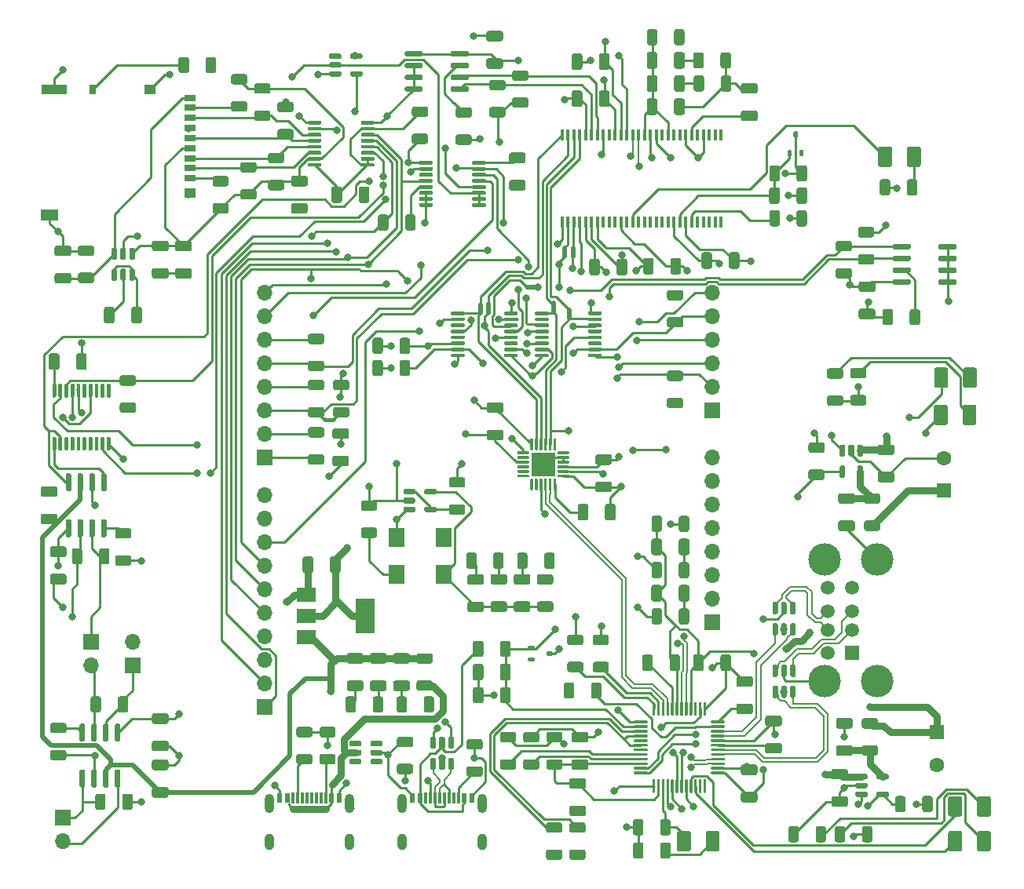
<source format=gtl>
G04 #@! TF.GenerationSoftware,KiCad,Pcbnew,8.0.8+1*
G04 #@! TF.CreationDate,2025-07-08T07:12:23+00:00*
G04 #@! TF.ProjectId,mbed-ce-ci-shield-v2,6d626564-2d63-4652-9d63-692d73686965,0*
G04 #@! TF.SameCoordinates,Original*
G04 #@! TF.FileFunction,Copper,L1,Top*
G04 #@! TF.FilePolarity,Positive*
%FSLAX46Y46*%
G04 Gerber Fmt 4.6, Leading zero omitted, Abs format (unit mm)*
G04 Created by KiCad (PCBNEW 8.0.8+1) date 2025-07-08 07:12:23*
%MOMM*%
%LPD*%
G01*
G04 APERTURE LIST*
G04 #@! TA.AperFunction,EtchedComponent*
%ADD10C,0.000000*%
G04 #@! TD*
G04 #@! TA.AperFunction,SMDPad,CuDef*
%ADD11R,0.400000X1.200000*%
G04 #@! TD*
G04 #@! TA.AperFunction,SMDPad,CuDef*
%ADD12C,0.500000*%
G04 #@! TD*
G04 #@! TA.AperFunction,ComponentPad*
%ADD13R,1.700000X1.700000*%
G04 #@! TD*
G04 #@! TA.AperFunction,ComponentPad*
%ADD14O,1.700000X1.700000*%
G04 #@! TD*
G04 #@! TA.AperFunction,ComponentPad*
%ADD15R,1.600000X1.600000*%
G04 #@! TD*
G04 #@! TA.AperFunction,ComponentPad*
%ADD16C,1.600000*%
G04 #@! TD*
G04 #@! TA.AperFunction,SMDPad,CuDef*
%ADD17R,0.600000X1.105000*%
G04 #@! TD*
G04 #@! TA.AperFunction,SMDPad,CuDef*
%ADD18R,0.300000X1.150000*%
G04 #@! TD*
G04 #@! TA.AperFunction,ComponentPad*
%ADD19O,1.000000X2.100000*%
G04 #@! TD*
G04 #@! TA.AperFunction,ComponentPad*
%ADD20O,1.000000X1.800000*%
G04 #@! TD*
G04 #@! TA.AperFunction,SMDPad,CuDef*
%ADD21R,1.800000X2.000000*%
G04 #@! TD*
G04 #@! TA.AperFunction,SMDPad,CuDef*
%ADD22R,2.650000X2.650000*%
G04 #@! TD*
G04 #@! TA.AperFunction,SMDPad,CuDef*
%ADD23R,1.200000X0.700000*%
G04 #@! TD*
G04 #@! TA.AperFunction,SMDPad,CuDef*
%ADD24R,0.800000X1.000000*%
G04 #@! TD*
G04 #@! TA.AperFunction,SMDPad,CuDef*
%ADD25R,1.200000X1.000000*%
G04 #@! TD*
G04 #@! TA.AperFunction,SMDPad,CuDef*
%ADD26R,2.800000X1.000000*%
G04 #@! TD*
G04 #@! TA.AperFunction,SMDPad,CuDef*
%ADD27R,1.900000X1.300000*%
G04 #@! TD*
G04 #@! TA.AperFunction,SMDPad,CuDef*
%ADD28R,2.000000X1.500000*%
G04 #@! TD*
G04 #@! TA.AperFunction,SMDPad,CuDef*
%ADD29R,2.000000X3.800000*%
G04 #@! TD*
G04 #@! TA.AperFunction,ComponentPad*
%ADD30R,1.500000X1.500000*%
G04 #@! TD*
G04 #@! TA.AperFunction,ComponentPad*
%ADD31C,1.500000*%
G04 #@! TD*
G04 #@! TA.AperFunction,ComponentPad*
%ADD32C,3.500000*%
G04 #@! TD*
G04 #@! TA.AperFunction,ViaPad*
%ADD33C,0.800000*%
G04 #@! TD*
G04 #@! TA.AperFunction,Conductor*
%ADD34C,0.250000*%
G04 #@! TD*
G04 #@! TA.AperFunction,Conductor*
%ADD35C,0.750000*%
G04 #@! TD*
G04 #@! TA.AperFunction,Conductor*
%ADD36C,0.500000*%
G04 #@! TD*
G04 #@! TA.AperFunction,Conductor*
%ADD37C,0.200000*%
G04 #@! TD*
G04 APERTURE END LIST*
D10*
G04 #@! TA.AperFunction,EtchedComponent*
G36*
X112850000Y-57900000D02*
G01*
X112350000Y-57900000D01*
X112350000Y-56900000D01*
X112850000Y-56900000D01*
X112850000Y-57900000D01*
G37*
G04 #@! TD.AperFunction*
G04 #@! TA.AperFunction,EtchedComponent*
G36*
X103250000Y-57300000D02*
G01*
X102750000Y-57300000D01*
X102750000Y-56300000D01*
X103250000Y-56300000D01*
X103250000Y-57300000D01*
G37*
G04 #@! TD.AperFunction*
G04 #@! TA.AperFunction,EtchedComponent*
G36*
X112350000Y-51200000D02*
G01*
X111850000Y-51200000D01*
X111850000Y-50200000D01*
X112350000Y-50200000D01*
X112350000Y-51200000D01*
G37*
G04 #@! TD.AperFunction*
G04 #@! TA.AperFunction,EtchedComponent*
G36*
X87230000Y-69070000D02*
G01*
X86230000Y-69070000D01*
X86230000Y-68570000D01*
X87230000Y-68570000D01*
X87230000Y-69070000D01*
G37*
G04 #@! TD.AperFunction*
G04 #@! TA.AperFunction,EtchedComponent*
G36*
X109000000Y-54750000D02*
G01*
X108000000Y-54750000D01*
X108000000Y-54250000D01*
X109000000Y-54250000D01*
X109000000Y-54750000D01*
G37*
G04 #@! TD.AperFunction*
G04 #@! TA.AperFunction,EtchedComponent*
G36*
X113250000Y-51200000D02*
G01*
X112750000Y-51200000D01*
X112750000Y-50200000D01*
X113250000Y-50200000D01*
X113250000Y-51200000D01*
G37*
G04 #@! TD.AperFunction*
G04 #@! TA.AperFunction,EtchedComponent*
G36*
X111150000Y-57200000D02*
G01*
X110650000Y-57200000D01*
X110650000Y-56200000D01*
X111150000Y-56200000D01*
X111150000Y-57200000D01*
G37*
G04 #@! TD.AperFunction*
G04 #@! TA.AperFunction,EtchedComponent*
G36*
X104110000Y-57250000D02*
G01*
X103610000Y-57250000D01*
X103610000Y-56250000D01*
X104110000Y-56250000D01*
X104110000Y-57250000D01*
G37*
G04 #@! TD.AperFunction*
G04 #@! TA.AperFunction,SMDPad,CuDef*
G36*
G01*
X131350000Y-32450000D02*
X132650000Y-32450000D01*
G75*
G02*
X132900000Y-32700000I0J-250000D01*
G01*
X132900000Y-33350000D01*
G75*
G02*
X132650000Y-33600000I-250000J0D01*
G01*
X131350000Y-33600000D01*
G75*
G02*
X131100000Y-33350000I0J250000D01*
G01*
X131100000Y-32700000D01*
G75*
G02*
X131350000Y-32450000I250000J0D01*
G01*
G37*
G04 #@! TD.AperFunction*
G04 #@! TA.AperFunction,SMDPad,CuDef*
G36*
G01*
X131350000Y-35400000D02*
X132650000Y-35400000D01*
G75*
G02*
X132900000Y-35650000I0J-250000D01*
G01*
X132900000Y-36300000D01*
G75*
G02*
X132650000Y-36550000I-250000J0D01*
G01*
X131350000Y-36550000D01*
G75*
G02*
X131100000Y-36300000I0J250000D01*
G01*
X131100000Y-35650000D01*
G75*
G02*
X131350000Y-35400000I250000J0D01*
G01*
G37*
G04 #@! TD.AperFunction*
G04 #@! TA.AperFunction,SMDPad,CuDef*
G36*
G01*
X116950000Y-33487659D02*
X116950000Y-34787659D01*
G75*
G02*
X116700000Y-35037659I-250000J0D01*
G01*
X116050000Y-35037659D01*
G75*
G02*
X115800000Y-34787659I0J250000D01*
G01*
X115800000Y-33487659D01*
G75*
G02*
X116050000Y-33237659I250000J0D01*
G01*
X116700000Y-33237659D01*
G75*
G02*
X116950000Y-33487659I0J-250000D01*
G01*
G37*
G04 #@! TD.AperFunction*
G04 #@! TA.AperFunction,SMDPad,CuDef*
G36*
G01*
X114000000Y-33487659D02*
X114000000Y-34787659D01*
G75*
G02*
X113750000Y-35037659I-250000J0D01*
G01*
X113100000Y-35037659D01*
G75*
G02*
X112850000Y-34787659I0J250000D01*
G01*
X112850000Y-33487659D01*
G75*
G02*
X113100000Y-33237659I250000J0D01*
G01*
X113750000Y-33237659D01*
G75*
G02*
X114000000Y-33487659I0J-250000D01*
G01*
G37*
G04 #@! TD.AperFunction*
G04 #@! TA.AperFunction,SMDPad,CuDef*
G36*
G01*
X104350000Y-85425000D02*
X105650000Y-85425000D01*
G75*
G02*
X105900000Y-85675000I0J-250000D01*
G01*
X105900000Y-86325000D01*
G75*
G02*
X105650000Y-86575000I-250000J0D01*
G01*
X104350000Y-86575000D01*
G75*
G02*
X104100000Y-86325000I0J250000D01*
G01*
X104100000Y-85675000D01*
G75*
G02*
X104350000Y-85425000I250000J0D01*
G01*
G37*
G04 #@! TD.AperFunction*
G04 #@! TA.AperFunction,SMDPad,CuDef*
G36*
G01*
X104350000Y-88375000D02*
X105650000Y-88375000D01*
G75*
G02*
X105900000Y-88625000I0J-250000D01*
G01*
X105900000Y-89275000D01*
G75*
G02*
X105650000Y-89525000I-250000J0D01*
G01*
X104350000Y-89525000D01*
G75*
G02*
X104100000Y-89275000I0J250000D01*
G01*
X104100000Y-88625000D01*
G75*
G02*
X104350000Y-88375000I250000J0D01*
G01*
G37*
G04 #@! TD.AperFunction*
D11*
X128972500Y-38037659D03*
X128337500Y-38037659D03*
X127702500Y-38037659D03*
X127067500Y-38037659D03*
X126432500Y-38037659D03*
X125797500Y-38037659D03*
X125162500Y-38037659D03*
X124527500Y-38037659D03*
X123892500Y-38037659D03*
X123257500Y-38037659D03*
X122622500Y-38037659D03*
X121987500Y-38037659D03*
X121352500Y-38037659D03*
X120717500Y-38037659D03*
X120082500Y-38037659D03*
X119447500Y-38037659D03*
X118812500Y-38037659D03*
X118177500Y-38037659D03*
X117542500Y-38037659D03*
X116907500Y-38037659D03*
X116272500Y-38037659D03*
X115637500Y-38037659D03*
X115002500Y-38037659D03*
X114367500Y-38037659D03*
X113732500Y-38037659D03*
X113097500Y-38037659D03*
X112462500Y-38037659D03*
X111827500Y-38037659D03*
X111827500Y-47437659D03*
X112462500Y-47437659D03*
X113097500Y-47437659D03*
X113732500Y-47437659D03*
X114367500Y-47437659D03*
X115002500Y-47437659D03*
X115637500Y-47437659D03*
X116272500Y-47437659D03*
X116907500Y-47437659D03*
X117542500Y-47437659D03*
X118177500Y-47437659D03*
X118812500Y-47437659D03*
X119447500Y-47437659D03*
X120082500Y-47437659D03*
X120717500Y-47437659D03*
X121352500Y-47437659D03*
X121987500Y-47437659D03*
X122622500Y-47437659D03*
X123257500Y-47437659D03*
X123892500Y-47437659D03*
X124527500Y-47437659D03*
X125162500Y-47437659D03*
X125797500Y-47437659D03*
X126432500Y-47437659D03*
X127067500Y-47437659D03*
X127702500Y-47437659D03*
X128337500Y-47437659D03*
X128972500Y-47437659D03*
G04 #@! TA.AperFunction,SMDPad,CuDef*
G36*
G01*
X120450000Y-95650000D02*
X120450000Y-94350000D01*
G75*
G02*
X120700000Y-94100000I250000J0D01*
G01*
X121350000Y-94100000D01*
G75*
G02*
X121600000Y-94350000I0J-250000D01*
G01*
X121600000Y-95650000D01*
G75*
G02*
X121350000Y-95900000I-250000J0D01*
G01*
X120700000Y-95900000D01*
G75*
G02*
X120450000Y-95650000I0J250000D01*
G01*
G37*
G04 #@! TD.AperFunction*
G04 #@! TA.AperFunction,SMDPad,CuDef*
G36*
G01*
X123400000Y-95650000D02*
X123400000Y-94350000D01*
G75*
G02*
X123650000Y-94100000I250000J0D01*
G01*
X124300000Y-94100000D01*
G75*
G02*
X124550000Y-94350000I0J-250000D01*
G01*
X124550000Y-95650000D01*
G75*
G02*
X124300000Y-95900000I-250000J0D01*
G01*
X123650000Y-95900000D01*
G75*
G02*
X123400000Y-95650000I0J250000D01*
G01*
G37*
G04 #@! TD.AperFunction*
G04 #@! TA.AperFunction,SMDPad,CuDef*
G36*
G01*
X124625000Y-67525000D02*
X123375000Y-67525000D01*
G75*
G02*
X123125000Y-67275000I0J250000D01*
G01*
X123125000Y-66650000D01*
G75*
G02*
X123375000Y-66400000I250000J0D01*
G01*
X124625000Y-66400000D01*
G75*
G02*
X124875000Y-66650000I0J-250000D01*
G01*
X124875000Y-67275000D01*
G75*
G02*
X124625000Y-67525000I-250000J0D01*
G01*
G37*
G04 #@! TD.AperFunction*
G04 #@! TA.AperFunction,SMDPad,CuDef*
G36*
G01*
X124625000Y-64600000D02*
X123375000Y-64600000D01*
G75*
G02*
X123125000Y-64350000I0J250000D01*
G01*
X123125000Y-63725000D01*
G75*
G02*
X123375000Y-63475000I250000J0D01*
G01*
X124625000Y-63475000D01*
G75*
G02*
X124875000Y-63725000I0J-250000D01*
G01*
X124875000Y-64350000D01*
G75*
G02*
X124625000Y-64600000I-250000J0D01*
G01*
G37*
G04 #@! TD.AperFunction*
G04 #@! TA.AperFunction,SMDPad,CuDef*
G36*
G01*
X144625000Y-76725000D02*
X145875000Y-76725000D01*
G75*
G02*
X146125000Y-76975000I0J-250000D01*
G01*
X146125000Y-77600000D01*
G75*
G02*
X145875000Y-77850000I-250000J0D01*
G01*
X144625000Y-77850000D01*
G75*
G02*
X144375000Y-77600000I0J250000D01*
G01*
X144375000Y-76975000D01*
G75*
G02*
X144625000Y-76725000I250000J0D01*
G01*
G37*
G04 #@! TD.AperFunction*
G04 #@! TA.AperFunction,SMDPad,CuDef*
G36*
G01*
X144625000Y-79650000D02*
X145875000Y-79650000D01*
G75*
G02*
X146125000Y-79900000I0J-250000D01*
G01*
X146125000Y-80525000D01*
G75*
G02*
X145875000Y-80775000I-250000J0D01*
G01*
X144625000Y-80775000D01*
G75*
G02*
X144375000Y-80525000I0J250000D01*
G01*
X144375000Y-79900000D01*
G75*
G02*
X144625000Y-79650000I250000J0D01*
G01*
G37*
G04 #@! TD.AperFunction*
G04 #@! TA.AperFunction,SMDPad,CuDef*
G36*
G01*
X138225000Y-41575000D02*
X138225000Y-42825000D01*
G75*
G02*
X137975000Y-43075000I-250000J0D01*
G01*
X137350000Y-43075000D01*
G75*
G02*
X137100000Y-42825000I0J250000D01*
G01*
X137100000Y-41575000D01*
G75*
G02*
X137350000Y-41325000I250000J0D01*
G01*
X137975000Y-41325000D01*
G75*
G02*
X138225000Y-41575000I0J-250000D01*
G01*
G37*
G04 #@! TD.AperFunction*
G04 #@! TA.AperFunction,SMDPad,CuDef*
G36*
G01*
X135300000Y-41575000D02*
X135300000Y-42825000D01*
G75*
G02*
X135050000Y-43075000I-250000J0D01*
G01*
X134425000Y-43075000D01*
G75*
G02*
X134175000Y-42825000I0J250000D01*
G01*
X134175000Y-41575000D01*
G75*
G02*
X134425000Y-41325000I250000J0D01*
G01*
X135050000Y-41325000D01*
G75*
G02*
X135300000Y-41575000I0J-250000D01*
G01*
G37*
G04 #@! TD.AperFunction*
G04 #@! TA.AperFunction,SMDPad,CuDef*
G36*
G01*
X143150000Y-80800000D02*
X141850000Y-80800000D01*
G75*
G02*
X141600000Y-80550000I0J250000D01*
G01*
X141600000Y-79900000D01*
G75*
G02*
X141850000Y-79650000I250000J0D01*
G01*
X143150000Y-79650000D01*
G75*
G02*
X143400000Y-79900000I0J-250000D01*
G01*
X143400000Y-80550000D01*
G75*
G02*
X143150000Y-80800000I-250000J0D01*
G01*
G37*
G04 #@! TD.AperFunction*
G04 #@! TA.AperFunction,SMDPad,CuDef*
G36*
G01*
X143150000Y-77850000D02*
X141850000Y-77850000D01*
G75*
G02*
X141600000Y-77600000I0J250000D01*
G01*
X141600000Y-76950000D01*
G75*
G02*
X141850000Y-76700000I250000J0D01*
G01*
X143150000Y-76700000D01*
G75*
G02*
X143400000Y-76950000I0J-250000D01*
G01*
X143400000Y-77600000D01*
G75*
G02*
X143150000Y-77850000I-250000J0D01*
G01*
G37*
G04 #@! TD.AperFunction*
G04 #@! TA.AperFunction,SMDPad,CuDef*
G36*
G01*
X145625000Y-105025000D02*
X144375000Y-105025000D01*
G75*
G02*
X144125000Y-104775000I0J250000D01*
G01*
X144125000Y-104150000D01*
G75*
G02*
X144375000Y-103900000I250000J0D01*
G01*
X145625000Y-103900000D01*
G75*
G02*
X145875000Y-104150000I0J-250000D01*
G01*
X145875000Y-104775000D01*
G75*
G02*
X145625000Y-105025000I-250000J0D01*
G01*
G37*
G04 #@! TD.AperFunction*
G04 #@! TA.AperFunction,SMDPad,CuDef*
G36*
G01*
X145625000Y-102100000D02*
X144375000Y-102100000D01*
G75*
G02*
X144125000Y-101850000I0J250000D01*
G01*
X144125000Y-101225000D01*
G75*
G02*
X144375000Y-100975000I250000J0D01*
G01*
X145625000Y-100975000D01*
G75*
G02*
X145875000Y-101225000I0J-250000D01*
G01*
X145875000Y-101850000D01*
G75*
G02*
X145625000Y-102100000I-250000J0D01*
G01*
G37*
G04 #@! TD.AperFunction*
D12*
X112600000Y-57900000D03*
X112600000Y-56900000D03*
G04 #@! TA.AperFunction,SMDPad,CuDef*
G36*
G01*
X67850000Y-105450000D02*
X69150000Y-105450000D01*
G75*
G02*
X69400000Y-105700000I0J-250000D01*
G01*
X69400000Y-106350000D01*
G75*
G02*
X69150000Y-106600000I-250000J0D01*
G01*
X67850000Y-106600000D01*
G75*
G02*
X67600000Y-106350000I0J250000D01*
G01*
X67600000Y-105700000D01*
G75*
G02*
X67850000Y-105450000I250000J0D01*
G01*
G37*
G04 #@! TD.AperFunction*
G04 #@! TA.AperFunction,SMDPad,CuDef*
G36*
G01*
X67850000Y-108400000D02*
X69150000Y-108400000D01*
G75*
G02*
X69400000Y-108650000I0J-250000D01*
G01*
X69400000Y-109300000D01*
G75*
G02*
X69150000Y-109550000I-250000J0D01*
G01*
X67850000Y-109550000D01*
G75*
G02*
X67600000Y-109300000I0J250000D01*
G01*
X67600000Y-108650000D01*
G75*
G02*
X67850000Y-108400000I250000J0D01*
G01*
G37*
G04 #@! TD.AperFunction*
G04 #@! TA.AperFunction,SMDPad,CuDef*
G36*
G01*
X113100000Y-102450000D02*
X114400000Y-102450000D01*
G75*
G02*
X114650000Y-102700000I0J-250000D01*
G01*
X114650000Y-103350000D01*
G75*
G02*
X114400000Y-103600000I-250000J0D01*
G01*
X113100000Y-103600000D01*
G75*
G02*
X112850000Y-103350000I0J250000D01*
G01*
X112850000Y-102700000D01*
G75*
G02*
X113100000Y-102450000I250000J0D01*
G01*
G37*
G04 #@! TD.AperFunction*
G04 #@! TA.AperFunction,SMDPad,CuDef*
G36*
G01*
X113100000Y-105400000D02*
X114400000Y-105400000D01*
G75*
G02*
X114650000Y-105650000I0J-250000D01*
G01*
X114650000Y-106300000D01*
G75*
G02*
X114400000Y-106550000I-250000J0D01*
G01*
X113100000Y-106550000D01*
G75*
G02*
X112850000Y-106300000I0J250000D01*
G01*
X112850000Y-105650000D01*
G75*
G02*
X113100000Y-105400000I250000J0D01*
G01*
G37*
G04 #@! TD.AperFunction*
G04 #@! TA.AperFunction,SMDPad,CuDef*
G36*
G01*
X90375000Y-77475000D02*
X91625000Y-77475000D01*
G75*
G02*
X91875000Y-77725000I0J-250000D01*
G01*
X91875000Y-78350000D01*
G75*
G02*
X91625000Y-78600000I-250000J0D01*
G01*
X90375000Y-78600000D01*
G75*
G02*
X90125000Y-78350000I0J250000D01*
G01*
X90125000Y-77725000D01*
G75*
G02*
X90375000Y-77475000I250000J0D01*
G01*
G37*
G04 #@! TD.AperFunction*
G04 #@! TA.AperFunction,SMDPad,CuDef*
G36*
G01*
X90375000Y-80400000D02*
X91625000Y-80400000D01*
G75*
G02*
X91875000Y-80650000I0J-250000D01*
G01*
X91875000Y-81275000D01*
G75*
G02*
X91625000Y-81525000I-250000J0D01*
G01*
X90375000Y-81525000D01*
G75*
G02*
X90125000Y-81275000I0J250000D01*
G01*
X90125000Y-80650000D01*
G75*
G02*
X90375000Y-80400000I250000J0D01*
G01*
G37*
G04 #@! TD.AperFunction*
G04 #@! TA.AperFunction,SMDPad,CuDef*
G36*
G01*
X103900000Y-26810000D02*
X105200000Y-26810000D01*
G75*
G02*
X105450000Y-27060000I0J-250000D01*
G01*
X105450000Y-27710000D01*
G75*
G02*
X105200000Y-27960000I-250000J0D01*
G01*
X103900000Y-27960000D01*
G75*
G02*
X103650000Y-27710000I0J250000D01*
G01*
X103650000Y-27060000D01*
G75*
G02*
X103900000Y-26810000I250000J0D01*
G01*
G37*
G04 #@! TD.AperFunction*
G04 #@! TA.AperFunction,SMDPad,CuDef*
G36*
G01*
X103900000Y-29760000D02*
X105200000Y-29760000D01*
G75*
G02*
X105450000Y-30010000I0J-250000D01*
G01*
X105450000Y-30660000D01*
G75*
G02*
X105200000Y-30910000I-250000J0D01*
G01*
X103900000Y-30910000D01*
G75*
G02*
X103650000Y-30660000I0J250000D01*
G01*
X103650000Y-30010000D01*
G75*
G02*
X103900000Y-29760000I250000J0D01*
G01*
G37*
G04 #@! TD.AperFunction*
G04 #@! TA.AperFunction,SMDPad,CuDef*
G36*
G01*
X91600000Y-41175000D02*
X91600000Y-41375000D01*
G75*
G02*
X91500000Y-41475000I-100000J0D01*
G01*
X90225000Y-41475000D01*
G75*
G02*
X90125000Y-41375000I0J100000D01*
G01*
X90125000Y-41175000D01*
G75*
G02*
X90225000Y-41075000I100000J0D01*
G01*
X91500000Y-41075000D01*
G75*
G02*
X91600000Y-41175000I0J-100000D01*
G01*
G37*
G04 #@! TD.AperFunction*
G04 #@! TA.AperFunction,SMDPad,CuDef*
G36*
G01*
X91600000Y-40525000D02*
X91600000Y-40725000D01*
G75*
G02*
X91500000Y-40825000I-100000J0D01*
G01*
X90225000Y-40825000D01*
G75*
G02*
X90125000Y-40725000I0J100000D01*
G01*
X90125000Y-40525000D01*
G75*
G02*
X90225000Y-40425000I100000J0D01*
G01*
X91500000Y-40425000D01*
G75*
G02*
X91600000Y-40525000I0J-100000D01*
G01*
G37*
G04 #@! TD.AperFunction*
G04 #@! TA.AperFunction,SMDPad,CuDef*
G36*
G01*
X91600000Y-39875000D02*
X91600000Y-40075000D01*
G75*
G02*
X91500000Y-40175000I-100000J0D01*
G01*
X90225000Y-40175000D01*
G75*
G02*
X90125000Y-40075000I0J100000D01*
G01*
X90125000Y-39875000D01*
G75*
G02*
X90225000Y-39775000I100000J0D01*
G01*
X91500000Y-39775000D01*
G75*
G02*
X91600000Y-39875000I0J-100000D01*
G01*
G37*
G04 #@! TD.AperFunction*
G04 #@! TA.AperFunction,SMDPad,CuDef*
G36*
G01*
X91600000Y-39225000D02*
X91600000Y-39425000D01*
G75*
G02*
X91500000Y-39525000I-100000J0D01*
G01*
X90225000Y-39525000D01*
G75*
G02*
X90125000Y-39425000I0J100000D01*
G01*
X90125000Y-39225000D01*
G75*
G02*
X90225000Y-39125000I100000J0D01*
G01*
X91500000Y-39125000D01*
G75*
G02*
X91600000Y-39225000I0J-100000D01*
G01*
G37*
G04 #@! TD.AperFunction*
G04 #@! TA.AperFunction,SMDPad,CuDef*
G36*
G01*
X91600000Y-38575000D02*
X91600000Y-38775000D01*
G75*
G02*
X91500000Y-38875000I-100000J0D01*
G01*
X90225000Y-38875000D01*
G75*
G02*
X90125000Y-38775000I0J100000D01*
G01*
X90125000Y-38575000D01*
G75*
G02*
X90225000Y-38475000I100000J0D01*
G01*
X91500000Y-38475000D01*
G75*
G02*
X91600000Y-38575000I0J-100000D01*
G01*
G37*
G04 #@! TD.AperFunction*
G04 #@! TA.AperFunction,SMDPad,CuDef*
G36*
G01*
X91600000Y-37925000D02*
X91600000Y-38125000D01*
G75*
G02*
X91500000Y-38225000I-100000J0D01*
G01*
X90225000Y-38225000D01*
G75*
G02*
X90125000Y-38125000I0J100000D01*
G01*
X90125000Y-37925000D01*
G75*
G02*
X90225000Y-37825000I100000J0D01*
G01*
X91500000Y-37825000D01*
G75*
G02*
X91600000Y-37925000I0J-100000D01*
G01*
G37*
G04 #@! TD.AperFunction*
G04 #@! TA.AperFunction,SMDPad,CuDef*
G36*
G01*
X91600000Y-37275000D02*
X91600000Y-37475000D01*
G75*
G02*
X91500000Y-37575000I-100000J0D01*
G01*
X90225000Y-37575000D01*
G75*
G02*
X90125000Y-37475000I0J100000D01*
G01*
X90125000Y-37275000D01*
G75*
G02*
X90225000Y-37175000I100000J0D01*
G01*
X91500000Y-37175000D01*
G75*
G02*
X91600000Y-37275000I0J-100000D01*
G01*
G37*
G04 #@! TD.AperFunction*
G04 #@! TA.AperFunction,SMDPad,CuDef*
G36*
G01*
X91600000Y-36625000D02*
X91600000Y-36825000D01*
G75*
G02*
X91500000Y-36925000I-100000J0D01*
G01*
X90225000Y-36925000D01*
G75*
G02*
X90125000Y-36825000I0J100000D01*
G01*
X90125000Y-36625000D01*
G75*
G02*
X90225000Y-36525000I100000J0D01*
G01*
X91500000Y-36525000D01*
G75*
G02*
X91600000Y-36625000I0J-100000D01*
G01*
G37*
G04 #@! TD.AperFunction*
G04 #@! TA.AperFunction,SMDPad,CuDef*
G36*
G01*
X85875000Y-36625000D02*
X85875000Y-36825000D01*
G75*
G02*
X85775000Y-36925000I-100000J0D01*
G01*
X84500000Y-36925000D01*
G75*
G02*
X84400000Y-36825000I0J100000D01*
G01*
X84400000Y-36625000D01*
G75*
G02*
X84500000Y-36525000I100000J0D01*
G01*
X85775000Y-36525000D01*
G75*
G02*
X85875000Y-36625000I0J-100000D01*
G01*
G37*
G04 #@! TD.AperFunction*
G04 #@! TA.AperFunction,SMDPad,CuDef*
G36*
G01*
X85875000Y-37275000D02*
X85875000Y-37475000D01*
G75*
G02*
X85775000Y-37575000I-100000J0D01*
G01*
X84500000Y-37575000D01*
G75*
G02*
X84400000Y-37475000I0J100000D01*
G01*
X84400000Y-37275000D01*
G75*
G02*
X84500000Y-37175000I100000J0D01*
G01*
X85775000Y-37175000D01*
G75*
G02*
X85875000Y-37275000I0J-100000D01*
G01*
G37*
G04 #@! TD.AperFunction*
G04 #@! TA.AperFunction,SMDPad,CuDef*
G36*
G01*
X85875000Y-37925000D02*
X85875000Y-38125000D01*
G75*
G02*
X85775000Y-38225000I-100000J0D01*
G01*
X84500000Y-38225000D01*
G75*
G02*
X84400000Y-38125000I0J100000D01*
G01*
X84400000Y-37925000D01*
G75*
G02*
X84500000Y-37825000I100000J0D01*
G01*
X85775000Y-37825000D01*
G75*
G02*
X85875000Y-37925000I0J-100000D01*
G01*
G37*
G04 #@! TD.AperFunction*
G04 #@! TA.AperFunction,SMDPad,CuDef*
G36*
G01*
X85875000Y-38575000D02*
X85875000Y-38775000D01*
G75*
G02*
X85775000Y-38875000I-100000J0D01*
G01*
X84500000Y-38875000D01*
G75*
G02*
X84400000Y-38775000I0J100000D01*
G01*
X84400000Y-38575000D01*
G75*
G02*
X84500000Y-38475000I100000J0D01*
G01*
X85775000Y-38475000D01*
G75*
G02*
X85875000Y-38575000I0J-100000D01*
G01*
G37*
G04 #@! TD.AperFunction*
G04 #@! TA.AperFunction,SMDPad,CuDef*
G36*
G01*
X85875000Y-39225000D02*
X85875000Y-39425000D01*
G75*
G02*
X85775000Y-39525000I-100000J0D01*
G01*
X84500000Y-39525000D01*
G75*
G02*
X84400000Y-39425000I0J100000D01*
G01*
X84400000Y-39225000D01*
G75*
G02*
X84500000Y-39125000I100000J0D01*
G01*
X85775000Y-39125000D01*
G75*
G02*
X85875000Y-39225000I0J-100000D01*
G01*
G37*
G04 #@! TD.AperFunction*
G04 #@! TA.AperFunction,SMDPad,CuDef*
G36*
G01*
X85875000Y-39875000D02*
X85875000Y-40075000D01*
G75*
G02*
X85775000Y-40175000I-100000J0D01*
G01*
X84500000Y-40175000D01*
G75*
G02*
X84400000Y-40075000I0J100000D01*
G01*
X84400000Y-39875000D01*
G75*
G02*
X84500000Y-39775000I100000J0D01*
G01*
X85775000Y-39775000D01*
G75*
G02*
X85875000Y-39875000I0J-100000D01*
G01*
G37*
G04 #@! TD.AperFunction*
G04 #@! TA.AperFunction,SMDPad,CuDef*
G36*
G01*
X85875000Y-40525000D02*
X85875000Y-40725000D01*
G75*
G02*
X85775000Y-40825000I-100000J0D01*
G01*
X84500000Y-40825000D01*
G75*
G02*
X84400000Y-40725000I0J100000D01*
G01*
X84400000Y-40525000D01*
G75*
G02*
X84500000Y-40425000I100000J0D01*
G01*
X85775000Y-40425000D01*
G75*
G02*
X85875000Y-40525000I0J-100000D01*
G01*
G37*
G04 #@! TD.AperFunction*
G04 #@! TA.AperFunction,SMDPad,CuDef*
G36*
G01*
X85875000Y-41175000D02*
X85875000Y-41375000D01*
G75*
G02*
X85775000Y-41475000I-100000J0D01*
G01*
X84500000Y-41475000D01*
G75*
G02*
X84400000Y-41375000I0J100000D01*
G01*
X84400000Y-41175000D01*
G75*
G02*
X84500000Y-41075000I100000J0D01*
G01*
X85775000Y-41075000D01*
G75*
G02*
X85875000Y-41175000I0J-100000D01*
G01*
G37*
G04 #@! TD.AperFunction*
G04 #@! TA.AperFunction,SMDPad,CuDef*
G36*
G01*
X82850000Y-42450000D02*
X84150000Y-42450000D01*
G75*
G02*
X84400000Y-42700000I0J-250000D01*
G01*
X84400000Y-43350000D01*
G75*
G02*
X84150000Y-43600000I-250000J0D01*
G01*
X82850000Y-43600000D01*
G75*
G02*
X82600000Y-43350000I0J250000D01*
G01*
X82600000Y-42700000D01*
G75*
G02*
X82850000Y-42450000I250000J0D01*
G01*
G37*
G04 #@! TD.AperFunction*
G04 #@! TA.AperFunction,SMDPad,CuDef*
G36*
G01*
X82850000Y-45400000D02*
X84150000Y-45400000D01*
G75*
G02*
X84400000Y-45650000I0J-250000D01*
G01*
X84400000Y-46300000D01*
G75*
G02*
X84150000Y-46550000I-250000J0D01*
G01*
X82850000Y-46550000D01*
G75*
G02*
X82600000Y-46300000I0J250000D01*
G01*
X82600000Y-45650000D01*
G75*
G02*
X82850000Y-45400000I250000J0D01*
G01*
G37*
G04 #@! TD.AperFunction*
G04 #@! TA.AperFunction,SMDPad,CuDef*
G36*
G01*
X95425000Y-60175000D02*
X95425000Y-61425000D01*
G75*
G02*
X95175000Y-61675000I-250000J0D01*
G01*
X94550000Y-61675000D01*
G75*
G02*
X94300000Y-61425000I0J250000D01*
G01*
X94300000Y-60175000D01*
G75*
G02*
X94550000Y-59925000I250000J0D01*
G01*
X95175000Y-59925000D01*
G75*
G02*
X95425000Y-60175000I0J-250000D01*
G01*
G37*
G04 #@! TD.AperFunction*
G04 #@! TA.AperFunction,SMDPad,CuDef*
G36*
G01*
X92500000Y-60175000D02*
X92500000Y-61425000D01*
G75*
G02*
X92250000Y-61675000I-250000J0D01*
G01*
X91625000Y-61675000D01*
G75*
G02*
X91375000Y-61425000I0J250000D01*
G01*
X91375000Y-60175000D01*
G75*
G02*
X91625000Y-59925000I250000J0D01*
G01*
X92250000Y-59925000D01*
G75*
G02*
X92500000Y-60175000I0J-250000D01*
G01*
G37*
G04 #@! TD.AperFunction*
G04 #@! TA.AperFunction,SMDPad,CuDef*
G36*
G01*
X58150000Y-86550000D02*
X56850000Y-86550000D01*
G75*
G02*
X56600000Y-86300000I0J250000D01*
G01*
X56600000Y-85650000D01*
G75*
G02*
X56850000Y-85400000I250000J0D01*
G01*
X58150000Y-85400000D01*
G75*
G02*
X58400000Y-85650000I0J-250000D01*
G01*
X58400000Y-86300000D01*
G75*
G02*
X58150000Y-86550000I-250000J0D01*
G01*
G37*
G04 #@! TD.AperFunction*
G04 #@! TA.AperFunction,SMDPad,CuDef*
G36*
G01*
X58150000Y-83600000D02*
X56850000Y-83600000D01*
G75*
G02*
X56600000Y-83350000I0J250000D01*
G01*
X56600000Y-82700000D01*
G75*
G02*
X56850000Y-82450000I250000J0D01*
G01*
X58150000Y-82450000D01*
G75*
G02*
X58400000Y-82700000I0J-250000D01*
G01*
X58400000Y-83350000D01*
G75*
G02*
X58150000Y-83600000I-250000J0D01*
G01*
G37*
G04 #@! TD.AperFunction*
G04 #@! TA.AperFunction,SMDPad,CuDef*
G36*
G01*
X105250000Y-71000000D02*
X103950000Y-71000000D01*
G75*
G02*
X103700000Y-70750000I0J250000D01*
G01*
X103700000Y-70100000D01*
G75*
G02*
X103950000Y-69850000I250000J0D01*
G01*
X105250000Y-69850000D01*
G75*
G02*
X105500000Y-70100000I0J-250000D01*
G01*
X105500000Y-70750000D01*
G75*
G02*
X105250000Y-71000000I-250000J0D01*
G01*
G37*
G04 #@! TD.AperFunction*
G04 #@! TA.AperFunction,SMDPad,CuDef*
G36*
G01*
X105250000Y-68050000D02*
X103950000Y-68050000D01*
G75*
G02*
X103700000Y-67800000I0J250000D01*
G01*
X103700000Y-67150000D01*
G75*
G02*
X103950000Y-66900000I250000J0D01*
G01*
X105250000Y-66900000D01*
G75*
G02*
X105500000Y-67150000I0J-250000D01*
G01*
X105500000Y-67800000D01*
G75*
G02*
X105250000Y-68050000I-250000J0D01*
G01*
G37*
G04 #@! TD.AperFunction*
D13*
X79750000Y-72870000D03*
D14*
X79750000Y-70330000D03*
X79750000Y-67790000D03*
X79750000Y-65250000D03*
X79750000Y-62710000D03*
X79750000Y-60170000D03*
X79750000Y-57630000D03*
X79750000Y-55090000D03*
G04 #@! TA.AperFunction,SMDPad,CuDef*
G36*
G01*
X131350000Y-105975000D02*
X132650000Y-105975000D01*
G75*
G02*
X132900000Y-106225000I0J-250000D01*
G01*
X132900000Y-106875000D01*
G75*
G02*
X132650000Y-107125000I-250000J0D01*
G01*
X131350000Y-107125000D01*
G75*
G02*
X131100000Y-106875000I0J250000D01*
G01*
X131100000Y-106225000D01*
G75*
G02*
X131350000Y-105975000I250000J0D01*
G01*
G37*
G04 #@! TD.AperFunction*
G04 #@! TA.AperFunction,SMDPad,CuDef*
G36*
G01*
X131350000Y-108925000D02*
X132650000Y-108925000D01*
G75*
G02*
X132900000Y-109175000I0J-250000D01*
G01*
X132900000Y-109825000D01*
G75*
G02*
X132650000Y-110075000I-250000J0D01*
G01*
X131350000Y-110075000D01*
G75*
G02*
X131100000Y-109825000I0J250000D01*
G01*
X131100000Y-109175000D01*
G75*
G02*
X131350000Y-108925000I250000J0D01*
G01*
G37*
G04 #@! TD.AperFunction*
D15*
X153000000Y-76402651D03*
D16*
X153000000Y-72902651D03*
G04 #@! TA.AperFunction,SMDPad,CuDef*
G36*
G01*
X90150000Y-98050000D02*
X88850000Y-98050000D01*
G75*
G02*
X88600000Y-97800000I0J250000D01*
G01*
X88600000Y-97150000D01*
G75*
G02*
X88850000Y-96900000I250000J0D01*
G01*
X90150000Y-96900000D01*
G75*
G02*
X90400000Y-97150000I0J-250000D01*
G01*
X90400000Y-97800000D01*
G75*
G02*
X90150000Y-98050000I-250000J0D01*
G01*
G37*
G04 #@! TD.AperFunction*
G04 #@! TA.AperFunction,SMDPad,CuDef*
G36*
G01*
X90150000Y-95100000D02*
X88850000Y-95100000D01*
G75*
G02*
X88600000Y-94850000I0J250000D01*
G01*
X88600000Y-94200000D01*
G75*
G02*
X88850000Y-93950000I250000J0D01*
G01*
X90150000Y-93950000D01*
G75*
G02*
X90400000Y-94200000I0J-250000D01*
G01*
X90400000Y-94850000D01*
G75*
G02*
X90150000Y-95100000I-250000J0D01*
G01*
G37*
G04 #@! TD.AperFunction*
G04 #@! TA.AperFunction,SMDPad,CuDef*
G36*
G01*
X107050000Y-61737500D02*
X107050000Y-61937500D01*
G75*
G02*
X106950000Y-62037500I-100000J0D01*
G01*
X105675000Y-62037500D01*
G75*
G02*
X105575000Y-61937500I0J100000D01*
G01*
X105575000Y-61737500D01*
G75*
G02*
X105675000Y-61637500I100000J0D01*
G01*
X106950000Y-61637500D01*
G75*
G02*
X107050000Y-61737500I0J-100000D01*
G01*
G37*
G04 #@! TD.AperFunction*
G04 #@! TA.AperFunction,SMDPad,CuDef*
G36*
G01*
X107050000Y-61087500D02*
X107050000Y-61287500D01*
G75*
G02*
X106950000Y-61387500I-100000J0D01*
G01*
X105675000Y-61387500D01*
G75*
G02*
X105575000Y-61287500I0J100000D01*
G01*
X105575000Y-61087500D01*
G75*
G02*
X105675000Y-60987500I100000J0D01*
G01*
X106950000Y-60987500D01*
G75*
G02*
X107050000Y-61087500I0J-100000D01*
G01*
G37*
G04 #@! TD.AperFunction*
G04 #@! TA.AperFunction,SMDPad,CuDef*
G36*
G01*
X107050000Y-60437500D02*
X107050000Y-60637500D01*
G75*
G02*
X106950000Y-60737500I-100000J0D01*
G01*
X105675000Y-60737500D01*
G75*
G02*
X105575000Y-60637500I0J100000D01*
G01*
X105575000Y-60437500D01*
G75*
G02*
X105675000Y-60337500I100000J0D01*
G01*
X106950000Y-60337500D01*
G75*
G02*
X107050000Y-60437500I0J-100000D01*
G01*
G37*
G04 #@! TD.AperFunction*
G04 #@! TA.AperFunction,SMDPad,CuDef*
G36*
G01*
X107050000Y-59787500D02*
X107050000Y-59987500D01*
G75*
G02*
X106950000Y-60087500I-100000J0D01*
G01*
X105675000Y-60087500D01*
G75*
G02*
X105575000Y-59987500I0J100000D01*
G01*
X105575000Y-59787500D01*
G75*
G02*
X105675000Y-59687500I100000J0D01*
G01*
X106950000Y-59687500D01*
G75*
G02*
X107050000Y-59787500I0J-100000D01*
G01*
G37*
G04 #@! TD.AperFunction*
G04 #@! TA.AperFunction,SMDPad,CuDef*
G36*
G01*
X107050000Y-59137500D02*
X107050000Y-59337500D01*
G75*
G02*
X106950000Y-59437500I-100000J0D01*
G01*
X105675000Y-59437500D01*
G75*
G02*
X105575000Y-59337500I0J100000D01*
G01*
X105575000Y-59137500D01*
G75*
G02*
X105675000Y-59037500I100000J0D01*
G01*
X106950000Y-59037500D01*
G75*
G02*
X107050000Y-59137500I0J-100000D01*
G01*
G37*
G04 #@! TD.AperFunction*
G04 #@! TA.AperFunction,SMDPad,CuDef*
G36*
G01*
X107050000Y-58487500D02*
X107050000Y-58687500D01*
G75*
G02*
X106950000Y-58787500I-100000J0D01*
G01*
X105675000Y-58787500D01*
G75*
G02*
X105575000Y-58687500I0J100000D01*
G01*
X105575000Y-58487500D01*
G75*
G02*
X105675000Y-58387500I100000J0D01*
G01*
X106950000Y-58387500D01*
G75*
G02*
X107050000Y-58487500I0J-100000D01*
G01*
G37*
G04 #@! TD.AperFunction*
G04 #@! TA.AperFunction,SMDPad,CuDef*
G36*
G01*
X107050000Y-57837500D02*
X107050000Y-58037500D01*
G75*
G02*
X106950000Y-58137500I-100000J0D01*
G01*
X105675000Y-58137500D01*
G75*
G02*
X105575000Y-58037500I0J100000D01*
G01*
X105575000Y-57837500D01*
G75*
G02*
X105675000Y-57737500I100000J0D01*
G01*
X106950000Y-57737500D01*
G75*
G02*
X107050000Y-57837500I0J-100000D01*
G01*
G37*
G04 #@! TD.AperFunction*
G04 #@! TA.AperFunction,SMDPad,CuDef*
G36*
G01*
X107050000Y-57187500D02*
X107050000Y-57387500D01*
G75*
G02*
X106950000Y-57487500I-100000J0D01*
G01*
X105675000Y-57487500D01*
G75*
G02*
X105575000Y-57387500I0J100000D01*
G01*
X105575000Y-57187500D01*
G75*
G02*
X105675000Y-57087500I100000J0D01*
G01*
X106950000Y-57087500D01*
G75*
G02*
X107050000Y-57187500I0J-100000D01*
G01*
G37*
G04 #@! TD.AperFunction*
G04 #@! TA.AperFunction,SMDPad,CuDef*
G36*
G01*
X101325000Y-57187500D02*
X101325000Y-57387500D01*
G75*
G02*
X101225000Y-57487500I-100000J0D01*
G01*
X99950000Y-57487500D01*
G75*
G02*
X99850000Y-57387500I0J100000D01*
G01*
X99850000Y-57187500D01*
G75*
G02*
X99950000Y-57087500I100000J0D01*
G01*
X101225000Y-57087500D01*
G75*
G02*
X101325000Y-57187500I0J-100000D01*
G01*
G37*
G04 #@! TD.AperFunction*
G04 #@! TA.AperFunction,SMDPad,CuDef*
G36*
G01*
X101325000Y-57837500D02*
X101325000Y-58037500D01*
G75*
G02*
X101225000Y-58137500I-100000J0D01*
G01*
X99950000Y-58137500D01*
G75*
G02*
X99850000Y-58037500I0J100000D01*
G01*
X99850000Y-57837500D01*
G75*
G02*
X99950000Y-57737500I100000J0D01*
G01*
X101225000Y-57737500D01*
G75*
G02*
X101325000Y-57837500I0J-100000D01*
G01*
G37*
G04 #@! TD.AperFunction*
G04 #@! TA.AperFunction,SMDPad,CuDef*
G36*
G01*
X101325000Y-58487500D02*
X101325000Y-58687500D01*
G75*
G02*
X101225000Y-58787500I-100000J0D01*
G01*
X99950000Y-58787500D01*
G75*
G02*
X99850000Y-58687500I0J100000D01*
G01*
X99850000Y-58487500D01*
G75*
G02*
X99950000Y-58387500I100000J0D01*
G01*
X101225000Y-58387500D01*
G75*
G02*
X101325000Y-58487500I0J-100000D01*
G01*
G37*
G04 #@! TD.AperFunction*
G04 #@! TA.AperFunction,SMDPad,CuDef*
G36*
G01*
X101325000Y-59137500D02*
X101325000Y-59337500D01*
G75*
G02*
X101225000Y-59437500I-100000J0D01*
G01*
X99950000Y-59437500D01*
G75*
G02*
X99850000Y-59337500I0J100000D01*
G01*
X99850000Y-59137500D01*
G75*
G02*
X99950000Y-59037500I100000J0D01*
G01*
X101225000Y-59037500D01*
G75*
G02*
X101325000Y-59137500I0J-100000D01*
G01*
G37*
G04 #@! TD.AperFunction*
G04 #@! TA.AperFunction,SMDPad,CuDef*
G36*
G01*
X101325000Y-59787500D02*
X101325000Y-59987500D01*
G75*
G02*
X101225000Y-60087500I-100000J0D01*
G01*
X99950000Y-60087500D01*
G75*
G02*
X99850000Y-59987500I0J100000D01*
G01*
X99850000Y-59787500D01*
G75*
G02*
X99950000Y-59687500I100000J0D01*
G01*
X101225000Y-59687500D01*
G75*
G02*
X101325000Y-59787500I0J-100000D01*
G01*
G37*
G04 #@! TD.AperFunction*
G04 #@! TA.AperFunction,SMDPad,CuDef*
G36*
G01*
X101325000Y-60437500D02*
X101325000Y-60637500D01*
G75*
G02*
X101225000Y-60737500I-100000J0D01*
G01*
X99950000Y-60737500D01*
G75*
G02*
X99850000Y-60637500I0J100000D01*
G01*
X99850000Y-60437500D01*
G75*
G02*
X99950000Y-60337500I100000J0D01*
G01*
X101225000Y-60337500D01*
G75*
G02*
X101325000Y-60437500I0J-100000D01*
G01*
G37*
G04 #@! TD.AperFunction*
G04 #@! TA.AperFunction,SMDPad,CuDef*
G36*
G01*
X101325000Y-61087500D02*
X101325000Y-61287500D01*
G75*
G02*
X101225000Y-61387500I-100000J0D01*
G01*
X99950000Y-61387500D01*
G75*
G02*
X99850000Y-61287500I0J100000D01*
G01*
X99850000Y-61087500D01*
G75*
G02*
X99950000Y-60987500I100000J0D01*
G01*
X101225000Y-60987500D01*
G75*
G02*
X101325000Y-61087500I0J-100000D01*
G01*
G37*
G04 #@! TD.AperFunction*
G04 #@! TA.AperFunction,SMDPad,CuDef*
G36*
G01*
X101325000Y-61737500D02*
X101325000Y-61937500D01*
G75*
G02*
X101225000Y-62037500I-100000J0D01*
G01*
X99950000Y-62037500D01*
G75*
G02*
X99850000Y-61937500I0J100000D01*
G01*
X99850000Y-61737500D01*
G75*
G02*
X99950000Y-61637500I100000J0D01*
G01*
X101225000Y-61637500D01*
G75*
G02*
X101325000Y-61737500I0J-100000D01*
G01*
G37*
G04 #@! TD.AperFunction*
G04 #@! TA.AperFunction,SMDPad,CuDef*
G36*
G01*
X136550000Y-95200000D02*
X136850000Y-95200000D01*
G75*
G02*
X137000000Y-95350000I0J-150000D01*
G01*
X137000000Y-96375000D01*
G75*
G02*
X136850000Y-96525000I-150000J0D01*
G01*
X136550000Y-96525000D01*
G75*
G02*
X136400000Y-96375000I0J150000D01*
G01*
X136400000Y-95350000D01*
G75*
G02*
X136550000Y-95200000I150000J0D01*
G01*
G37*
G04 #@! TD.AperFunction*
G04 #@! TA.AperFunction,SMDPad,CuDef*
G36*
G01*
X135600000Y-95200000D02*
X135900000Y-95200000D01*
G75*
G02*
X136050000Y-95350000I0J-150000D01*
G01*
X136050000Y-96375000D01*
G75*
G02*
X135900000Y-96525000I-150000J0D01*
G01*
X135600000Y-96525000D01*
G75*
G02*
X135450000Y-96375000I0J150000D01*
G01*
X135450000Y-95350000D01*
G75*
G02*
X135600000Y-95200000I150000J0D01*
G01*
G37*
G04 #@! TD.AperFunction*
G04 #@! TA.AperFunction,SMDPad,CuDef*
G36*
G01*
X134650000Y-95200000D02*
X134950000Y-95200000D01*
G75*
G02*
X135100000Y-95350000I0J-150000D01*
G01*
X135100000Y-96375000D01*
G75*
G02*
X134950000Y-96525000I-150000J0D01*
G01*
X134650000Y-96525000D01*
G75*
G02*
X134500000Y-96375000I0J150000D01*
G01*
X134500000Y-95350000D01*
G75*
G02*
X134650000Y-95200000I150000J0D01*
G01*
G37*
G04 #@! TD.AperFunction*
G04 #@! TA.AperFunction,SMDPad,CuDef*
G36*
G01*
X134650000Y-97475000D02*
X134950000Y-97475000D01*
G75*
G02*
X135100000Y-97625000I0J-150000D01*
G01*
X135100000Y-98650000D01*
G75*
G02*
X134950000Y-98800000I-150000J0D01*
G01*
X134650000Y-98800000D01*
G75*
G02*
X134500000Y-98650000I0J150000D01*
G01*
X134500000Y-97625000D01*
G75*
G02*
X134650000Y-97475000I150000J0D01*
G01*
G37*
G04 #@! TD.AperFunction*
G04 #@! TA.AperFunction,SMDPad,CuDef*
G36*
G01*
X135600000Y-97475000D02*
X135900000Y-97475000D01*
G75*
G02*
X136050000Y-97625000I0J-150000D01*
G01*
X136050000Y-98650000D01*
G75*
G02*
X135900000Y-98800000I-150000J0D01*
G01*
X135600000Y-98800000D01*
G75*
G02*
X135450000Y-98650000I0J150000D01*
G01*
X135450000Y-97625000D01*
G75*
G02*
X135600000Y-97475000I150000J0D01*
G01*
G37*
G04 #@! TD.AperFunction*
G04 #@! TA.AperFunction,SMDPad,CuDef*
G36*
G01*
X136550000Y-97475000D02*
X136850000Y-97475000D01*
G75*
G02*
X137000000Y-97625000I0J-150000D01*
G01*
X137000000Y-98650000D01*
G75*
G02*
X136850000Y-98800000I-150000J0D01*
G01*
X136550000Y-98800000D01*
G75*
G02*
X136400000Y-98650000I0J150000D01*
G01*
X136400000Y-97625000D01*
G75*
G02*
X136550000Y-97475000I150000J0D01*
G01*
G37*
G04 #@! TD.AperFunction*
G04 #@! TA.AperFunction,SMDPad,CuDef*
G36*
G01*
X123525000Y-114625000D02*
X123525000Y-115875000D01*
G75*
G02*
X123275000Y-116125000I-250000J0D01*
G01*
X122650000Y-116125000D01*
G75*
G02*
X122400000Y-115875000I0J250000D01*
G01*
X122400000Y-114625000D01*
G75*
G02*
X122650000Y-114375000I250000J0D01*
G01*
X123275000Y-114375000D01*
G75*
G02*
X123525000Y-114625000I0J-250000D01*
G01*
G37*
G04 #@! TD.AperFunction*
G04 #@! TA.AperFunction,SMDPad,CuDef*
G36*
G01*
X120600000Y-114625000D02*
X120600000Y-115875000D01*
G75*
G02*
X120350000Y-116125000I-250000J0D01*
G01*
X119725000Y-116125000D01*
G75*
G02*
X119475000Y-115875000I0J250000D01*
G01*
X119475000Y-114625000D01*
G75*
G02*
X119725000Y-114375000I250000J0D01*
G01*
X120350000Y-114375000D01*
G75*
G02*
X120600000Y-114625000I0J-250000D01*
G01*
G37*
G04 #@! TD.AperFunction*
G04 #@! TA.AperFunction,SMDPad,CuDef*
G36*
G01*
X126850000Y-52250000D02*
X126850000Y-50950000D01*
G75*
G02*
X127100000Y-50700000I250000J0D01*
G01*
X127750000Y-50700000D01*
G75*
G02*
X128000000Y-50950000I0J-250000D01*
G01*
X128000000Y-52250000D01*
G75*
G02*
X127750000Y-52500000I-250000J0D01*
G01*
X127100000Y-52500000D01*
G75*
G02*
X126850000Y-52250000I0J250000D01*
G01*
G37*
G04 #@! TD.AperFunction*
G04 #@! TA.AperFunction,SMDPad,CuDef*
G36*
G01*
X129800000Y-52250000D02*
X129800000Y-50950000D01*
G75*
G02*
X130050000Y-50700000I250000J0D01*
G01*
X130700000Y-50700000D01*
G75*
G02*
X130950000Y-50950000I0J-250000D01*
G01*
X130950000Y-52250000D01*
G75*
G02*
X130700000Y-52500000I-250000J0D01*
G01*
X130050000Y-52500000D01*
G75*
G02*
X129800000Y-52250000I0J250000D01*
G01*
G37*
G04 #@! TD.AperFunction*
G04 #@! TA.AperFunction,SMDPad,CuDef*
G36*
G01*
X116062500Y-97375000D02*
X116062500Y-98625000D01*
G75*
G02*
X115812500Y-98875000I-250000J0D01*
G01*
X115187500Y-98875000D01*
G75*
G02*
X114937500Y-98625000I0J250000D01*
G01*
X114937500Y-97375000D01*
G75*
G02*
X115187500Y-97125000I250000J0D01*
G01*
X115812500Y-97125000D01*
G75*
G02*
X116062500Y-97375000I0J-250000D01*
G01*
G37*
G04 #@! TD.AperFunction*
G04 #@! TA.AperFunction,SMDPad,CuDef*
G36*
G01*
X113137500Y-97375000D02*
X113137500Y-98625000D01*
G75*
G02*
X112887500Y-98875000I-250000J0D01*
G01*
X112262500Y-98875000D01*
G75*
G02*
X112012500Y-98625000I0J250000D01*
G01*
X112012500Y-97375000D01*
G75*
G02*
X112262500Y-97125000I250000J0D01*
G01*
X112887500Y-97125000D01*
G75*
G02*
X113137500Y-97375000I0J-250000D01*
G01*
G37*
G04 #@! TD.AperFunction*
G04 #@! TA.AperFunction,SMDPad,CuDef*
G36*
G01*
X62255000Y-74550000D02*
X62555000Y-74550000D01*
G75*
G02*
X62705000Y-74700000I0J-150000D01*
G01*
X62705000Y-76350000D01*
G75*
G02*
X62555000Y-76500000I-150000J0D01*
G01*
X62255000Y-76500000D01*
G75*
G02*
X62105000Y-76350000I0J150000D01*
G01*
X62105000Y-74700000D01*
G75*
G02*
X62255000Y-74550000I150000J0D01*
G01*
G37*
G04 #@! TD.AperFunction*
G04 #@! TA.AperFunction,SMDPad,CuDef*
G36*
G01*
X60985000Y-74550000D02*
X61285000Y-74550000D01*
G75*
G02*
X61435000Y-74700000I0J-150000D01*
G01*
X61435000Y-76350000D01*
G75*
G02*
X61285000Y-76500000I-150000J0D01*
G01*
X60985000Y-76500000D01*
G75*
G02*
X60835000Y-76350000I0J150000D01*
G01*
X60835000Y-74700000D01*
G75*
G02*
X60985000Y-74550000I150000J0D01*
G01*
G37*
G04 #@! TD.AperFunction*
G04 #@! TA.AperFunction,SMDPad,CuDef*
G36*
G01*
X59715000Y-74550000D02*
X60015000Y-74550000D01*
G75*
G02*
X60165000Y-74700000I0J-150000D01*
G01*
X60165000Y-76350000D01*
G75*
G02*
X60015000Y-76500000I-150000J0D01*
G01*
X59715000Y-76500000D01*
G75*
G02*
X59565000Y-76350000I0J150000D01*
G01*
X59565000Y-74700000D01*
G75*
G02*
X59715000Y-74550000I150000J0D01*
G01*
G37*
G04 #@! TD.AperFunction*
G04 #@! TA.AperFunction,SMDPad,CuDef*
G36*
G01*
X58445000Y-74550000D02*
X58745000Y-74550000D01*
G75*
G02*
X58895000Y-74700000I0J-150000D01*
G01*
X58895000Y-76350000D01*
G75*
G02*
X58745000Y-76500000I-150000J0D01*
G01*
X58445000Y-76500000D01*
G75*
G02*
X58295000Y-76350000I0J150000D01*
G01*
X58295000Y-74700000D01*
G75*
G02*
X58445000Y-74550000I150000J0D01*
G01*
G37*
G04 #@! TD.AperFunction*
G04 #@! TA.AperFunction,SMDPad,CuDef*
G36*
G01*
X58445000Y-79500000D02*
X58745000Y-79500000D01*
G75*
G02*
X58895000Y-79650000I0J-150000D01*
G01*
X58895000Y-81300000D01*
G75*
G02*
X58745000Y-81450000I-150000J0D01*
G01*
X58445000Y-81450000D01*
G75*
G02*
X58295000Y-81300000I0J150000D01*
G01*
X58295000Y-79650000D01*
G75*
G02*
X58445000Y-79500000I150000J0D01*
G01*
G37*
G04 #@! TD.AperFunction*
G04 #@! TA.AperFunction,SMDPad,CuDef*
G36*
G01*
X59715000Y-79500000D02*
X60015000Y-79500000D01*
G75*
G02*
X60165000Y-79650000I0J-150000D01*
G01*
X60165000Y-81300000D01*
G75*
G02*
X60015000Y-81450000I-150000J0D01*
G01*
X59715000Y-81450000D01*
G75*
G02*
X59565000Y-81300000I0J150000D01*
G01*
X59565000Y-79650000D01*
G75*
G02*
X59715000Y-79500000I150000J0D01*
G01*
G37*
G04 #@! TD.AperFunction*
G04 #@! TA.AperFunction,SMDPad,CuDef*
G36*
G01*
X60985000Y-79500000D02*
X61285000Y-79500000D01*
G75*
G02*
X61435000Y-79650000I0J-150000D01*
G01*
X61435000Y-81300000D01*
G75*
G02*
X61285000Y-81450000I-150000J0D01*
G01*
X60985000Y-81450000D01*
G75*
G02*
X60835000Y-81300000I0J150000D01*
G01*
X60835000Y-79650000D01*
G75*
G02*
X60985000Y-79500000I150000J0D01*
G01*
G37*
G04 #@! TD.AperFunction*
G04 #@! TA.AperFunction,SMDPad,CuDef*
G36*
G01*
X62255000Y-79500000D02*
X62555000Y-79500000D01*
G75*
G02*
X62705000Y-79650000I0J-150000D01*
G01*
X62705000Y-81300000D01*
G75*
G02*
X62555000Y-81450000I-150000J0D01*
G01*
X62255000Y-81450000D01*
G75*
G02*
X62105000Y-81300000I0J150000D01*
G01*
X62105000Y-79650000D01*
G75*
G02*
X62255000Y-79500000I150000J0D01*
G01*
G37*
G04 #@! TD.AperFunction*
G04 #@! TA.AperFunction,SMDPad,CuDef*
G36*
G01*
X84675000Y-69575000D02*
X85925000Y-69575000D01*
G75*
G02*
X86175000Y-69825000I0J-250000D01*
G01*
X86175000Y-70450000D01*
G75*
G02*
X85925000Y-70700000I-250000J0D01*
G01*
X84675000Y-70700000D01*
G75*
G02*
X84425000Y-70450000I0J250000D01*
G01*
X84425000Y-69825000D01*
G75*
G02*
X84675000Y-69575000I250000J0D01*
G01*
G37*
G04 #@! TD.AperFunction*
G04 #@! TA.AperFunction,SMDPad,CuDef*
G36*
G01*
X84675000Y-72500000D02*
X85925000Y-72500000D01*
G75*
G02*
X86175000Y-72750000I0J-250000D01*
G01*
X86175000Y-73375000D01*
G75*
G02*
X85925000Y-73625000I-250000J0D01*
G01*
X84675000Y-73625000D01*
G75*
G02*
X84425000Y-73375000I0J250000D01*
G01*
X84425000Y-72750000D01*
G75*
G02*
X84675000Y-72500000I250000J0D01*
G01*
G37*
G04 #@! TD.AperFunction*
G04 #@! TA.AperFunction,SMDPad,CuDef*
G36*
G01*
X75625000Y-46525000D02*
X74375000Y-46525000D01*
G75*
G02*
X74125000Y-46275000I0J250000D01*
G01*
X74125000Y-45650000D01*
G75*
G02*
X74375000Y-45400000I250000J0D01*
G01*
X75625000Y-45400000D01*
G75*
G02*
X75875000Y-45650000I0J-250000D01*
G01*
X75875000Y-46275000D01*
G75*
G02*
X75625000Y-46525000I-250000J0D01*
G01*
G37*
G04 #@! TD.AperFunction*
G04 #@! TA.AperFunction,SMDPad,CuDef*
G36*
G01*
X75625000Y-43600000D02*
X74375000Y-43600000D01*
G75*
G02*
X74125000Y-43350000I0J250000D01*
G01*
X74125000Y-42725000D01*
G75*
G02*
X74375000Y-42475000I250000J0D01*
G01*
X75625000Y-42475000D01*
G75*
G02*
X75875000Y-42725000I0J-250000D01*
G01*
X75875000Y-43350000D01*
G75*
G02*
X75625000Y-43600000I-250000J0D01*
G01*
G37*
G04 #@! TD.AperFunction*
G04 #@! TA.AperFunction,SMDPad,CuDef*
G36*
G01*
X91050000Y-43850000D02*
X91050000Y-45150000D01*
G75*
G02*
X90800000Y-45400000I-250000J0D01*
G01*
X90150000Y-45400000D01*
G75*
G02*
X89900000Y-45150000I0J250000D01*
G01*
X89900000Y-43850000D01*
G75*
G02*
X90150000Y-43600000I250000J0D01*
G01*
X90800000Y-43600000D01*
G75*
G02*
X91050000Y-43850000I0J-250000D01*
G01*
G37*
G04 #@! TD.AperFunction*
G04 #@! TA.AperFunction,SMDPad,CuDef*
G36*
G01*
X88100000Y-43850000D02*
X88100000Y-45150000D01*
G75*
G02*
X87850000Y-45400000I-250000J0D01*
G01*
X87200000Y-45400000D01*
G75*
G02*
X86950000Y-45150000I0J250000D01*
G01*
X86950000Y-43850000D01*
G75*
G02*
X87200000Y-43600000I250000J0D01*
G01*
X87850000Y-43600000D01*
G75*
G02*
X88100000Y-43850000I0J-250000D01*
G01*
G37*
G04 #@! TD.AperFunction*
D13*
X79750000Y-99794000D03*
D14*
X79750000Y-97254000D03*
X79750000Y-94714000D03*
X79750000Y-92174000D03*
X79750000Y-89634000D03*
X79750000Y-87094000D03*
X79750000Y-84554000D03*
X79750000Y-82014000D03*
X79750000Y-79474000D03*
X79750000Y-76934000D03*
G04 #@! TA.AperFunction,SMDPad,CuDef*
G36*
G01*
X114150000Y-111550000D02*
X112850000Y-111550000D01*
G75*
G02*
X112600000Y-111300000I0J250000D01*
G01*
X112600000Y-110650000D01*
G75*
G02*
X112850000Y-110400000I250000J0D01*
G01*
X114150000Y-110400000D01*
G75*
G02*
X114400000Y-110650000I0J-250000D01*
G01*
X114400000Y-111300000D01*
G75*
G02*
X114150000Y-111550000I-250000J0D01*
G01*
G37*
G04 #@! TD.AperFunction*
G04 #@! TA.AperFunction,SMDPad,CuDef*
G36*
G01*
X114150000Y-108600000D02*
X112850000Y-108600000D01*
G75*
G02*
X112600000Y-108350000I0J250000D01*
G01*
X112600000Y-107700000D01*
G75*
G02*
X112850000Y-107450000I250000J0D01*
G01*
X114150000Y-107450000D01*
G75*
G02*
X114400000Y-107700000I0J-250000D01*
G01*
X114400000Y-108350000D01*
G75*
G02*
X114150000Y-108600000I-250000J0D01*
G01*
G37*
G04 #@! TD.AperFunction*
G04 #@! TA.AperFunction,SMDPad,CuDef*
G36*
G01*
X110375000Y-102475000D02*
X111625000Y-102475000D01*
G75*
G02*
X111875000Y-102725000I0J-250000D01*
G01*
X111875000Y-103350000D01*
G75*
G02*
X111625000Y-103600000I-250000J0D01*
G01*
X110375000Y-103600000D01*
G75*
G02*
X110125000Y-103350000I0J250000D01*
G01*
X110125000Y-102725000D01*
G75*
G02*
X110375000Y-102475000I250000J0D01*
G01*
G37*
G04 #@! TD.AperFunction*
G04 #@! TA.AperFunction,SMDPad,CuDef*
G36*
G01*
X110375000Y-105400000D02*
X111625000Y-105400000D01*
G75*
G02*
X111875000Y-105650000I0J-250000D01*
G01*
X111875000Y-106275000D01*
G75*
G02*
X111625000Y-106525000I-250000J0D01*
G01*
X110375000Y-106525000D01*
G75*
G02*
X110125000Y-106275000I0J250000D01*
G01*
X110125000Y-105650000D01*
G75*
G02*
X110375000Y-105400000I250000J0D01*
G01*
G37*
G04 #@! TD.AperFunction*
G04 #@! TA.AperFunction,SMDPad,CuDef*
G36*
G01*
X154350000Y-53755000D02*
X154350000Y-54055000D01*
G75*
G02*
X154200000Y-54205000I-150000J0D01*
G01*
X152550000Y-54205000D01*
G75*
G02*
X152400000Y-54055000I0J150000D01*
G01*
X152400000Y-53755000D01*
G75*
G02*
X152550000Y-53605000I150000J0D01*
G01*
X154200000Y-53605000D01*
G75*
G02*
X154350000Y-53755000I0J-150000D01*
G01*
G37*
G04 #@! TD.AperFunction*
G04 #@! TA.AperFunction,SMDPad,CuDef*
G36*
G01*
X154350000Y-52485000D02*
X154350000Y-52785000D01*
G75*
G02*
X154200000Y-52935000I-150000J0D01*
G01*
X152550000Y-52935000D01*
G75*
G02*
X152400000Y-52785000I0J150000D01*
G01*
X152400000Y-52485000D01*
G75*
G02*
X152550000Y-52335000I150000J0D01*
G01*
X154200000Y-52335000D01*
G75*
G02*
X154350000Y-52485000I0J-150000D01*
G01*
G37*
G04 #@! TD.AperFunction*
G04 #@! TA.AperFunction,SMDPad,CuDef*
G36*
G01*
X154350000Y-51215000D02*
X154350000Y-51515000D01*
G75*
G02*
X154200000Y-51665000I-150000J0D01*
G01*
X152550000Y-51665000D01*
G75*
G02*
X152400000Y-51515000I0J150000D01*
G01*
X152400000Y-51215000D01*
G75*
G02*
X152550000Y-51065000I150000J0D01*
G01*
X154200000Y-51065000D01*
G75*
G02*
X154350000Y-51215000I0J-150000D01*
G01*
G37*
G04 #@! TD.AperFunction*
G04 #@! TA.AperFunction,SMDPad,CuDef*
G36*
G01*
X154350000Y-49945000D02*
X154350000Y-50245000D01*
G75*
G02*
X154200000Y-50395000I-150000J0D01*
G01*
X152550000Y-50395000D01*
G75*
G02*
X152400000Y-50245000I0J150000D01*
G01*
X152400000Y-49945000D01*
G75*
G02*
X152550000Y-49795000I150000J0D01*
G01*
X154200000Y-49795000D01*
G75*
G02*
X154350000Y-49945000I0J-150000D01*
G01*
G37*
G04 #@! TD.AperFunction*
G04 #@! TA.AperFunction,SMDPad,CuDef*
G36*
G01*
X149400000Y-49945000D02*
X149400000Y-50245000D01*
G75*
G02*
X149250000Y-50395000I-150000J0D01*
G01*
X147600000Y-50395000D01*
G75*
G02*
X147450000Y-50245000I0J150000D01*
G01*
X147450000Y-49945000D01*
G75*
G02*
X147600000Y-49795000I150000J0D01*
G01*
X149250000Y-49795000D01*
G75*
G02*
X149400000Y-49945000I0J-150000D01*
G01*
G37*
G04 #@! TD.AperFunction*
G04 #@! TA.AperFunction,SMDPad,CuDef*
G36*
G01*
X149400000Y-51215000D02*
X149400000Y-51515000D01*
G75*
G02*
X149250000Y-51665000I-150000J0D01*
G01*
X147600000Y-51665000D01*
G75*
G02*
X147450000Y-51515000I0J150000D01*
G01*
X147450000Y-51215000D01*
G75*
G02*
X147600000Y-51065000I150000J0D01*
G01*
X149250000Y-51065000D01*
G75*
G02*
X149400000Y-51215000I0J-150000D01*
G01*
G37*
G04 #@! TD.AperFunction*
G04 #@! TA.AperFunction,SMDPad,CuDef*
G36*
G01*
X149400000Y-52485000D02*
X149400000Y-52785000D01*
G75*
G02*
X149250000Y-52935000I-150000J0D01*
G01*
X147600000Y-52935000D01*
G75*
G02*
X147450000Y-52785000I0J150000D01*
G01*
X147450000Y-52485000D01*
G75*
G02*
X147600000Y-52335000I150000J0D01*
G01*
X149250000Y-52335000D01*
G75*
G02*
X149400000Y-52485000I0J-150000D01*
G01*
G37*
G04 #@! TD.AperFunction*
G04 #@! TA.AperFunction,SMDPad,CuDef*
G36*
G01*
X149400000Y-53755000D02*
X149400000Y-54055000D01*
G75*
G02*
X149250000Y-54205000I-150000J0D01*
G01*
X147600000Y-54205000D01*
G75*
G02*
X147450000Y-54055000I0J150000D01*
G01*
X147450000Y-53755000D01*
G75*
G02*
X147600000Y-53605000I150000J0D01*
G01*
X149250000Y-53605000D01*
G75*
G02*
X149400000Y-53755000I0J-150000D01*
G01*
G37*
G04 #@! TD.AperFunction*
G04 #@! TA.AperFunction,SMDPad,CuDef*
G36*
G01*
X78875000Y-32475000D02*
X80125000Y-32475000D01*
G75*
G02*
X80375000Y-32725000I0J-250000D01*
G01*
X80375000Y-33350000D01*
G75*
G02*
X80125000Y-33600000I-250000J0D01*
G01*
X78875000Y-33600000D01*
G75*
G02*
X78625000Y-33350000I0J250000D01*
G01*
X78625000Y-32725000D01*
G75*
G02*
X78875000Y-32475000I250000J0D01*
G01*
G37*
G04 #@! TD.AperFunction*
G04 #@! TA.AperFunction,SMDPad,CuDef*
G36*
G01*
X78875000Y-35400000D02*
X80125000Y-35400000D01*
G75*
G02*
X80375000Y-35650000I0J-250000D01*
G01*
X80375000Y-36275000D01*
G75*
G02*
X80125000Y-36525000I-250000J0D01*
G01*
X78875000Y-36525000D01*
G75*
G02*
X78625000Y-36275000I0J250000D01*
G01*
X78625000Y-35650000D01*
G75*
G02*
X78875000Y-35400000I250000J0D01*
G01*
G37*
G04 #@! TD.AperFunction*
G04 #@! TA.AperFunction,SMDPad,CuDef*
G36*
G01*
X108262500Y-93125000D02*
X108737500Y-93125000D01*
G75*
G02*
X108850000Y-93237500I0J-112500D01*
G01*
X108850000Y-93462500D01*
G75*
G02*
X108737500Y-93575000I-112500J0D01*
G01*
X108262500Y-93575000D01*
G75*
G02*
X108150000Y-93462500I0J112500D01*
G01*
X108150000Y-93237500D01*
G75*
G02*
X108262500Y-93125000I112500J0D01*
G01*
G37*
G04 #@! TD.AperFunction*
G04 #@! TA.AperFunction,SMDPad,CuDef*
G36*
G01*
X108262500Y-94425000D02*
X108737500Y-94425000D01*
G75*
G02*
X108850000Y-94537500I0J-112500D01*
G01*
X108850000Y-94762500D01*
G75*
G02*
X108737500Y-94875000I-112500J0D01*
G01*
X108262500Y-94875000D01*
G75*
G02*
X108150000Y-94762500I0J112500D01*
G01*
X108150000Y-94537500D01*
G75*
G02*
X108262500Y-94425000I112500J0D01*
G01*
G37*
G04 #@! TD.AperFunction*
G04 #@! TA.AperFunction,SMDPad,CuDef*
G36*
G01*
X110262500Y-93775000D02*
X110737500Y-93775000D01*
G75*
G02*
X110850000Y-93887500I0J-112500D01*
G01*
X110850000Y-94112500D01*
G75*
G02*
X110737500Y-94225000I-112500J0D01*
G01*
X110262500Y-94225000D01*
G75*
G02*
X110150000Y-94112500I0J112500D01*
G01*
X110150000Y-93887500D01*
G75*
G02*
X110262500Y-93775000I112500J0D01*
G01*
G37*
G04 #@! TD.AperFunction*
G04 #@! TA.AperFunction,SMDPad,CuDef*
G36*
G01*
X143125000Y-63187500D02*
X144375000Y-63187500D01*
G75*
G02*
X144625000Y-63437500I0J-250000D01*
G01*
X144625000Y-64062500D01*
G75*
G02*
X144375000Y-64312500I-250000J0D01*
G01*
X143125000Y-64312500D01*
G75*
G02*
X142875000Y-64062500I0J250000D01*
G01*
X142875000Y-63437500D01*
G75*
G02*
X143125000Y-63187500I250000J0D01*
G01*
G37*
G04 #@! TD.AperFunction*
G04 #@! TA.AperFunction,SMDPad,CuDef*
G36*
G01*
X143125000Y-66112500D02*
X144375000Y-66112500D01*
G75*
G02*
X144625000Y-66362500I0J-250000D01*
G01*
X144625000Y-66987500D01*
G75*
G02*
X144375000Y-67237500I-250000J0D01*
G01*
X143125000Y-67237500D01*
G75*
G02*
X142875000Y-66987500I0J250000D01*
G01*
X142875000Y-66362500D01*
G75*
G02*
X143125000Y-66112500I250000J0D01*
G01*
G37*
G04 #@! TD.AperFunction*
G04 #@! TA.AperFunction,SMDPad,CuDef*
G36*
G01*
X87375000Y-64475000D02*
X88625000Y-64475000D01*
G75*
G02*
X88875000Y-64725000I0J-250000D01*
G01*
X88875000Y-65350000D01*
G75*
G02*
X88625000Y-65600000I-250000J0D01*
G01*
X87375000Y-65600000D01*
G75*
G02*
X87125000Y-65350000I0J250000D01*
G01*
X87125000Y-64725000D01*
G75*
G02*
X87375000Y-64475000I250000J0D01*
G01*
G37*
G04 #@! TD.AperFunction*
G04 #@! TA.AperFunction,SMDPad,CuDef*
G36*
G01*
X87375000Y-67400000D02*
X88625000Y-67400000D01*
G75*
G02*
X88875000Y-67650000I0J-250000D01*
G01*
X88875000Y-68275000D01*
G75*
G02*
X88625000Y-68525000I-250000J0D01*
G01*
X87375000Y-68525000D01*
G75*
G02*
X87125000Y-68275000I0J250000D01*
G01*
X87125000Y-67650000D01*
G75*
G02*
X87375000Y-67400000I250000J0D01*
G01*
G37*
G04 #@! TD.AperFunction*
G04 #@! TA.AperFunction,SMDPad,CuDef*
G36*
G01*
X92650000Y-98050000D02*
X91350000Y-98050000D01*
G75*
G02*
X91100000Y-97800000I0J250000D01*
G01*
X91100000Y-97150000D01*
G75*
G02*
X91350000Y-96900000I250000J0D01*
G01*
X92650000Y-96900000D01*
G75*
G02*
X92900000Y-97150000I0J-250000D01*
G01*
X92900000Y-97800000D01*
G75*
G02*
X92650000Y-98050000I-250000J0D01*
G01*
G37*
G04 #@! TD.AperFunction*
G04 #@! TA.AperFunction,SMDPad,CuDef*
G36*
G01*
X92650000Y-95100000D02*
X91350000Y-95100000D01*
G75*
G02*
X91100000Y-94850000I0J250000D01*
G01*
X91100000Y-94200000D01*
G75*
G02*
X91350000Y-93950000I250000J0D01*
G01*
X92650000Y-93950000D01*
G75*
G02*
X92900000Y-94200000I0J-250000D01*
G01*
X92900000Y-94850000D01*
G75*
G02*
X92650000Y-95100000I-250000J0D01*
G01*
G37*
G04 #@! TD.AperFunction*
G04 #@! TA.AperFunction,SMDPad,CuDef*
G36*
G01*
X111025000Y-83375000D02*
X111025000Y-84625000D01*
G75*
G02*
X110775000Y-84875000I-250000J0D01*
G01*
X110150000Y-84875000D01*
G75*
G02*
X109900000Y-84625000I0J250000D01*
G01*
X109900000Y-83375000D01*
G75*
G02*
X110150000Y-83125000I250000J0D01*
G01*
X110775000Y-83125000D01*
G75*
G02*
X111025000Y-83375000I0J-250000D01*
G01*
G37*
G04 #@! TD.AperFunction*
G04 #@! TA.AperFunction,SMDPad,CuDef*
G36*
G01*
X108100000Y-83375000D02*
X108100000Y-84625000D01*
G75*
G02*
X107850000Y-84875000I-250000J0D01*
G01*
X107225000Y-84875000D01*
G75*
G02*
X106975000Y-84625000I0J250000D01*
G01*
X106975000Y-83375000D01*
G75*
G02*
X107225000Y-83125000I250000J0D01*
G01*
X107850000Y-83125000D01*
G75*
G02*
X108100000Y-83375000I0J-250000D01*
G01*
G37*
G04 #@! TD.AperFunction*
D17*
X95685051Y-109562500D03*
X96485051Y-109562500D03*
D18*
X97635051Y-109585000D03*
X98635051Y-109585000D03*
X99135051Y-109585000D03*
X100135051Y-109585000D03*
D17*
X101285051Y-109562500D03*
X102085051Y-109562500D03*
X102085051Y-109562500D03*
X101285051Y-109562500D03*
D18*
X100635051Y-109585000D03*
X99635051Y-109585000D03*
X98135051Y-109585000D03*
X97135051Y-109585000D03*
D17*
X96485051Y-109562500D03*
X95685051Y-109562500D03*
D19*
X94565051Y-110160000D03*
D20*
X94565051Y-114340000D03*
D19*
X103205051Y-110160000D03*
D20*
X103205051Y-114340000D03*
G04 #@! TA.AperFunction,SMDPad,CuDef*
G36*
G01*
X92472551Y-105490000D02*
X92472551Y-105790000D01*
G75*
G02*
X92322551Y-105940000I-150000J0D01*
G01*
X91297551Y-105940000D01*
G75*
G02*
X91147551Y-105790000I0J150000D01*
G01*
X91147551Y-105490000D01*
G75*
G02*
X91297551Y-105340000I150000J0D01*
G01*
X92322551Y-105340000D01*
G75*
G02*
X92472551Y-105490000I0J-150000D01*
G01*
G37*
G04 #@! TD.AperFunction*
G04 #@! TA.AperFunction,SMDPad,CuDef*
G36*
G01*
X92472551Y-104540000D02*
X92472551Y-104840000D01*
G75*
G02*
X92322551Y-104990000I-150000J0D01*
G01*
X91297551Y-104990000D01*
G75*
G02*
X91147551Y-104840000I0J150000D01*
G01*
X91147551Y-104540000D01*
G75*
G02*
X91297551Y-104390000I150000J0D01*
G01*
X92322551Y-104390000D01*
G75*
G02*
X92472551Y-104540000I0J-150000D01*
G01*
G37*
G04 #@! TD.AperFunction*
G04 #@! TA.AperFunction,SMDPad,CuDef*
G36*
G01*
X92472551Y-103590000D02*
X92472551Y-103890000D01*
G75*
G02*
X92322551Y-104040000I-150000J0D01*
G01*
X91297551Y-104040000D01*
G75*
G02*
X91147551Y-103890000I0J150000D01*
G01*
X91147551Y-103590000D01*
G75*
G02*
X91297551Y-103440000I150000J0D01*
G01*
X92322551Y-103440000D01*
G75*
G02*
X92472551Y-103590000I0J-150000D01*
G01*
G37*
G04 #@! TD.AperFunction*
G04 #@! TA.AperFunction,SMDPad,CuDef*
G36*
G01*
X90197551Y-103590000D02*
X90197551Y-103890000D01*
G75*
G02*
X90047551Y-104040000I-150000J0D01*
G01*
X89022551Y-104040000D01*
G75*
G02*
X88872551Y-103890000I0J150000D01*
G01*
X88872551Y-103590000D01*
G75*
G02*
X89022551Y-103440000I150000J0D01*
G01*
X90047551Y-103440000D01*
G75*
G02*
X90197551Y-103590000I0J-150000D01*
G01*
G37*
G04 #@! TD.AperFunction*
G04 #@! TA.AperFunction,SMDPad,CuDef*
G36*
G01*
X90197551Y-104540000D02*
X90197551Y-104840000D01*
G75*
G02*
X90047551Y-104990000I-150000J0D01*
G01*
X89022551Y-104990000D01*
G75*
G02*
X88872551Y-104840000I0J150000D01*
G01*
X88872551Y-104540000D01*
G75*
G02*
X89022551Y-104390000I150000J0D01*
G01*
X90047551Y-104390000D01*
G75*
G02*
X90197551Y-104540000I0J-150000D01*
G01*
G37*
G04 #@! TD.AperFunction*
G04 #@! TA.AperFunction,SMDPad,CuDef*
G36*
G01*
X90197551Y-105490000D02*
X90197551Y-105790000D01*
G75*
G02*
X90047551Y-105940000I-150000J0D01*
G01*
X89022551Y-105940000D01*
G75*
G02*
X88872551Y-105790000I0J150000D01*
G01*
X88872551Y-105490000D01*
G75*
G02*
X89022551Y-105340000I150000J0D01*
G01*
X90047551Y-105340000D01*
G75*
G02*
X90197551Y-105490000I0J-150000D01*
G01*
G37*
G04 #@! TD.AperFunction*
G04 #@! TA.AperFunction,SMDPad,CuDef*
G36*
G01*
X125025000Y-26875000D02*
X125025000Y-28125000D01*
G75*
G02*
X124775000Y-28375000I-250000J0D01*
G01*
X124150000Y-28375000D01*
G75*
G02*
X123900000Y-28125000I0J250000D01*
G01*
X123900000Y-26875000D01*
G75*
G02*
X124150000Y-26625000I250000J0D01*
G01*
X124775000Y-26625000D01*
G75*
G02*
X125025000Y-26875000I0J-250000D01*
G01*
G37*
G04 #@! TD.AperFunction*
G04 #@! TA.AperFunction,SMDPad,CuDef*
G36*
G01*
X122100000Y-26875000D02*
X122100000Y-28125000D01*
G75*
G02*
X121850000Y-28375000I-250000J0D01*
G01*
X121225000Y-28375000D01*
G75*
G02*
X120975000Y-28125000I0J250000D01*
G01*
X120975000Y-26875000D01*
G75*
G02*
X121225000Y-26625000I250000J0D01*
G01*
X121850000Y-26625000D01*
G75*
G02*
X122100000Y-26875000I0J-250000D01*
G01*
G37*
G04 #@! TD.AperFunction*
G04 #@! TA.AperFunction,SMDPad,CuDef*
G36*
G01*
X63875000Y-80475000D02*
X65125000Y-80475000D01*
G75*
G02*
X65375000Y-80725000I0J-250000D01*
G01*
X65375000Y-81350000D01*
G75*
G02*
X65125000Y-81600000I-250000J0D01*
G01*
X63875000Y-81600000D01*
G75*
G02*
X63625000Y-81350000I0J250000D01*
G01*
X63625000Y-80725000D01*
G75*
G02*
X63875000Y-80475000I250000J0D01*
G01*
G37*
G04 #@! TD.AperFunction*
G04 #@! TA.AperFunction,SMDPad,CuDef*
G36*
G01*
X63875000Y-83400000D02*
X65125000Y-83400000D01*
G75*
G02*
X65375000Y-83650000I0J-250000D01*
G01*
X65375000Y-84275000D01*
G75*
G02*
X65125000Y-84525000I-250000J0D01*
G01*
X63875000Y-84525000D01*
G75*
G02*
X63625000Y-84275000I0J250000D01*
G01*
X63625000Y-83650000D01*
G75*
G02*
X63875000Y-83400000I250000J0D01*
G01*
G37*
G04 #@! TD.AperFunction*
G04 #@! TA.AperFunction,SMDPad,CuDef*
G36*
G01*
X94700000Y-76700000D02*
X94700000Y-76400000D01*
G75*
G02*
X94850000Y-76250000I150000J0D01*
G01*
X95875000Y-76250000D01*
G75*
G02*
X96025000Y-76400000I0J-150000D01*
G01*
X96025000Y-76700000D01*
G75*
G02*
X95875000Y-76850000I-150000J0D01*
G01*
X94850000Y-76850000D01*
G75*
G02*
X94700000Y-76700000I0J150000D01*
G01*
G37*
G04 #@! TD.AperFunction*
G04 #@! TA.AperFunction,SMDPad,CuDef*
G36*
G01*
X94700000Y-77650000D02*
X94700000Y-77350000D01*
G75*
G02*
X94850000Y-77200000I150000J0D01*
G01*
X95875000Y-77200000D01*
G75*
G02*
X96025000Y-77350000I0J-150000D01*
G01*
X96025000Y-77650000D01*
G75*
G02*
X95875000Y-77800000I-150000J0D01*
G01*
X94850000Y-77800000D01*
G75*
G02*
X94700000Y-77650000I0J150000D01*
G01*
G37*
G04 #@! TD.AperFunction*
G04 #@! TA.AperFunction,SMDPad,CuDef*
G36*
G01*
X94700000Y-78600000D02*
X94700000Y-78300000D01*
G75*
G02*
X94850000Y-78150000I150000J0D01*
G01*
X95875000Y-78150000D01*
G75*
G02*
X96025000Y-78300000I0J-150000D01*
G01*
X96025000Y-78600000D01*
G75*
G02*
X95875000Y-78750000I-150000J0D01*
G01*
X94850000Y-78750000D01*
G75*
G02*
X94700000Y-78600000I0J150000D01*
G01*
G37*
G04 #@! TD.AperFunction*
G04 #@! TA.AperFunction,SMDPad,CuDef*
G36*
G01*
X96975000Y-78600000D02*
X96975000Y-78300000D01*
G75*
G02*
X97125000Y-78150000I150000J0D01*
G01*
X98150000Y-78150000D01*
G75*
G02*
X98300000Y-78300000I0J-150000D01*
G01*
X98300000Y-78600000D01*
G75*
G02*
X98150000Y-78750000I-150000J0D01*
G01*
X97125000Y-78750000D01*
G75*
G02*
X96975000Y-78600000I0J150000D01*
G01*
G37*
G04 #@! TD.AperFunction*
G04 #@! TA.AperFunction,SMDPad,CuDef*
G36*
G01*
X96975000Y-76700000D02*
X96975000Y-76400000D01*
G75*
G02*
X97125000Y-76250000I150000J0D01*
G01*
X98150000Y-76250000D01*
G75*
G02*
X98300000Y-76400000I0J-150000D01*
G01*
X98300000Y-76700000D01*
G75*
G02*
X98150000Y-76850000I-150000J0D01*
G01*
X97125000Y-76850000D01*
G75*
G02*
X96975000Y-76700000I0J150000D01*
G01*
G37*
G04 #@! TD.AperFunction*
G04 #@! TA.AperFunction,SMDPad,CuDef*
G36*
G01*
X64375000Y-63975000D02*
X65625000Y-63975000D01*
G75*
G02*
X65875000Y-64225000I0J-250000D01*
G01*
X65875000Y-64850000D01*
G75*
G02*
X65625000Y-65100000I-250000J0D01*
G01*
X64375000Y-65100000D01*
G75*
G02*
X64125000Y-64850000I0J250000D01*
G01*
X64125000Y-64225000D01*
G75*
G02*
X64375000Y-63975000I250000J0D01*
G01*
G37*
G04 #@! TD.AperFunction*
G04 #@! TA.AperFunction,SMDPad,CuDef*
G36*
G01*
X64375000Y-66900000D02*
X65625000Y-66900000D01*
G75*
G02*
X65875000Y-67150000I0J-250000D01*
G01*
X65875000Y-67775000D01*
G75*
G02*
X65625000Y-68025000I-250000J0D01*
G01*
X64375000Y-68025000D01*
G75*
G02*
X64125000Y-67775000I0J250000D01*
G01*
X64125000Y-67150000D01*
G75*
G02*
X64375000Y-66900000I250000J0D01*
G01*
G37*
G04 #@! TD.AperFunction*
G04 #@! TA.AperFunction,SMDPad,CuDef*
G36*
G01*
X117600000Y-78100000D02*
X117600000Y-79400000D01*
G75*
G02*
X117350000Y-79650000I-250000J0D01*
G01*
X116700000Y-79650000D01*
G75*
G02*
X116450000Y-79400000I0J250000D01*
G01*
X116450000Y-78100000D01*
G75*
G02*
X116700000Y-77850000I250000J0D01*
G01*
X117350000Y-77850000D01*
G75*
G02*
X117600000Y-78100000I0J-250000D01*
G01*
G37*
G04 #@! TD.AperFunction*
G04 #@! TA.AperFunction,SMDPad,CuDef*
G36*
G01*
X114650000Y-78100000D02*
X114650000Y-79400000D01*
G75*
G02*
X114400000Y-79650000I-250000J0D01*
G01*
X113750000Y-79650000D01*
G75*
G02*
X113500000Y-79400000I0J250000D01*
G01*
X113500000Y-78100000D01*
G75*
G02*
X113750000Y-77850000I250000J0D01*
G01*
X114400000Y-77850000D01*
G75*
G02*
X114650000Y-78100000I0J-250000D01*
G01*
G37*
G04 #@! TD.AperFunction*
G04 #@! TA.AperFunction,SMDPad,CuDef*
G36*
G01*
X121475000Y-90625000D02*
X121475000Y-89375000D01*
G75*
G02*
X121725000Y-89125000I250000J0D01*
G01*
X122350000Y-89125000D01*
G75*
G02*
X122600000Y-89375000I0J-250000D01*
G01*
X122600000Y-90625000D01*
G75*
G02*
X122350000Y-90875000I-250000J0D01*
G01*
X121725000Y-90875000D01*
G75*
G02*
X121475000Y-90625000I0J250000D01*
G01*
G37*
G04 #@! TD.AperFunction*
G04 #@! TA.AperFunction,SMDPad,CuDef*
G36*
G01*
X124400000Y-90625000D02*
X124400000Y-89375000D01*
G75*
G02*
X124650000Y-89125000I250000J0D01*
G01*
X125275000Y-89125000D01*
G75*
G02*
X125525000Y-89375000I0J-250000D01*
G01*
X125525000Y-90625000D01*
G75*
G02*
X125275000Y-90875000I-250000J0D01*
G01*
X124650000Y-90875000D01*
G75*
G02*
X124400000Y-90625000I0J250000D01*
G01*
G37*
G04 #@! TD.AperFunction*
G04 #@! TA.AperFunction,SMDPad,CuDef*
G36*
G01*
X125550000Y-81850000D02*
X125550000Y-83150000D01*
G75*
G02*
X125300000Y-83400000I-250000J0D01*
G01*
X124650000Y-83400000D01*
G75*
G02*
X124400000Y-83150000I0J250000D01*
G01*
X124400000Y-81850000D01*
G75*
G02*
X124650000Y-81600000I250000J0D01*
G01*
X125300000Y-81600000D01*
G75*
G02*
X125550000Y-81850000I0J-250000D01*
G01*
G37*
G04 #@! TD.AperFunction*
G04 #@! TA.AperFunction,SMDPad,CuDef*
G36*
G01*
X122600000Y-81850000D02*
X122600000Y-83150000D01*
G75*
G02*
X122350000Y-83400000I-250000J0D01*
G01*
X121700000Y-83400000D01*
G75*
G02*
X121450000Y-83150000I0J250000D01*
G01*
X121450000Y-81850000D01*
G75*
G02*
X121700000Y-81600000I250000J0D01*
G01*
X122350000Y-81600000D01*
G75*
G02*
X122600000Y-81850000I0J-250000D01*
G01*
G37*
G04 #@! TD.AperFunction*
G04 #@! TA.AperFunction,SMDPad,CuDef*
G36*
G01*
X97125000Y-39025000D02*
X95875000Y-39025000D01*
G75*
G02*
X95625000Y-38775000I0J250000D01*
G01*
X95625000Y-38150000D01*
G75*
G02*
X95875000Y-37900000I250000J0D01*
G01*
X97125000Y-37900000D01*
G75*
G02*
X97375000Y-38150000I0J-250000D01*
G01*
X97375000Y-38775000D01*
G75*
G02*
X97125000Y-39025000I-250000J0D01*
G01*
G37*
G04 #@! TD.AperFunction*
G04 #@! TA.AperFunction,SMDPad,CuDef*
G36*
G01*
X97125000Y-36100000D02*
X95875000Y-36100000D01*
G75*
G02*
X95625000Y-35850000I0J250000D01*
G01*
X95625000Y-35225000D01*
G75*
G02*
X95875000Y-34975000I250000J0D01*
G01*
X97125000Y-34975000D01*
G75*
G02*
X97375000Y-35225000I0J-250000D01*
G01*
X97375000Y-35850000D01*
G75*
G02*
X97125000Y-36100000I-250000J0D01*
G01*
G37*
G04 #@! TD.AperFunction*
G04 #@! TA.AperFunction,SMDPad,CuDef*
G36*
G01*
X69150000Y-53550000D02*
X67850000Y-53550000D01*
G75*
G02*
X67600000Y-53300000I0J250000D01*
G01*
X67600000Y-52650000D01*
G75*
G02*
X67850000Y-52400000I250000J0D01*
G01*
X69150000Y-52400000D01*
G75*
G02*
X69400000Y-52650000I0J-250000D01*
G01*
X69400000Y-53300000D01*
G75*
G02*
X69150000Y-53550000I-250000J0D01*
G01*
G37*
G04 #@! TD.AperFunction*
G04 #@! TA.AperFunction,SMDPad,CuDef*
G36*
G01*
X69150000Y-50600000D02*
X67850000Y-50600000D01*
G75*
G02*
X67600000Y-50350000I0J250000D01*
G01*
X67600000Y-49700000D01*
G75*
G02*
X67850000Y-49450000I250000J0D01*
G01*
X69150000Y-49450000D01*
G75*
G02*
X69400000Y-49700000I0J-250000D01*
G01*
X69400000Y-50350000D01*
G75*
G02*
X69150000Y-50600000I-250000J0D01*
G01*
G37*
G04 #@! TD.AperFunction*
D12*
X103000000Y-57300000D03*
X103000000Y-56300000D03*
G04 #@! TA.AperFunction,SMDPad,CuDef*
G36*
G01*
X130062500Y-31875000D02*
X130062500Y-33125000D01*
G75*
G02*
X129812500Y-33375000I-250000J0D01*
G01*
X129187500Y-33375000D01*
G75*
G02*
X128937500Y-33125000I0J250000D01*
G01*
X128937500Y-31875000D01*
G75*
G02*
X129187500Y-31625000I250000J0D01*
G01*
X129812500Y-31625000D01*
G75*
G02*
X130062500Y-31875000I0J-250000D01*
G01*
G37*
G04 #@! TD.AperFunction*
G04 #@! TA.AperFunction,SMDPad,CuDef*
G36*
G01*
X127137500Y-31875000D02*
X127137500Y-33125000D01*
G75*
G02*
X126887500Y-33375000I-250000J0D01*
G01*
X126262500Y-33375000D01*
G75*
G02*
X126012500Y-33125000I0J250000D01*
G01*
X126012500Y-31875000D01*
G75*
G02*
X126262500Y-31625000I250000J0D01*
G01*
X126887500Y-31625000D01*
G75*
G02*
X127137500Y-31875000I0J-250000D01*
G01*
G37*
G04 #@! TD.AperFunction*
G04 #@! TA.AperFunction,SMDPad,CuDef*
G36*
G01*
X100585000Y-35065000D02*
X101835000Y-35065000D01*
G75*
G02*
X102085000Y-35315000I0J-250000D01*
G01*
X102085000Y-35940000D01*
G75*
G02*
X101835000Y-36190000I-250000J0D01*
G01*
X100585000Y-36190000D01*
G75*
G02*
X100335000Y-35940000I0J250000D01*
G01*
X100335000Y-35315000D01*
G75*
G02*
X100585000Y-35065000I250000J0D01*
G01*
G37*
G04 #@! TD.AperFunction*
G04 #@! TA.AperFunction,SMDPad,CuDef*
G36*
G01*
X100585000Y-37990000D02*
X101835000Y-37990000D01*
G75*
G02*
X102085000Y-38240000I0J-250000D01*
G01*
X102085000Y-38865000D01*
G75*
G02*
X101835000Y-39115000I-250000J0D01*
G01*
X100585000Y-39115000D01*
G75*
G02*
X100335000Y-38865000I0J250000D01*
G01*
X100335000Y-38240000D01*
G75*
G02*
X100585000Y-37990000I250000J0D01*
G01*
G37*
G04 #@! TD.AperFunction*
G04 #@! TA.AperFunction,SMDPad,CuDef*
G36*
G01*
X143800000Y-71450000D02*
X144100000Y-71450000D01*
G75*
G02*
X144250000Y-71600000I0J-150000D01*
G01*
X144250000Y-72625000D01*
G75*
G02*
X144100000Y-72775000I-150000J0D01*
G01*
X143800000Y-72775000D01*
G75*
G02*
X143650000Y-72625000I0J150000D01*
G01*
X143650000Y-71600000D01*
G75*
G02*
X143800000Y-71450000I150000J0D01*
G01*
G37*
G04 #@! TD.AperFunction*
G04 #@! TA.AperFunction,SMDPad,CuDef*
G36*
G01*
X142850000Y-71450000D02*
X143150000Y-71450000D01*
G75*
G02*
X143300000Y-71600000I0J-150000D01*
G01*
X143300000Y-72625000D01*
G75*
G02*
X143150000Y-72775000I-150000J0D01*
G01*
X142850000Y-72775000D01*
G75*
G02*
X142700000Y-72625000I0J150000D01*
G01*
X142700000Y-71600000D01*
G75*
G02*
X142850000Y-71450000I150000J0D01*
G01*
G37*
G04 #@! TD.AperFunction*
G04 #@! TA.AperFunction,SMDPad,CuDef*
G36*
G01*
X141900000Y-71450000D02*
X142200000Y-71450000D01*
G75*
G02*
X142350000Y-71600000I0J-150000D01*
G01*
X142350000Y-72625000D01*
G75*
G02*
X142200000Y-72775000I-150000J0D01*
G01*
X141900000Y-72775000D01*
G75*
G02*
X141750000Y-72625000I0J150000D01*
G01*
X141750000Y-71600000D01*
G75*
G02*
X141900000Y-71450000I150000J0D01*
G01*
G37*
G04 #@! TD.AperFunction*
G04 #@! TA.AperFunction,SMDPad,CuDef*
G36*
G01*
X141900000Y-73725000D02*
X142200000Y-73725000D01*
G75*
G02*
X142350000Y-73875000I0J-150000D01*
G01*
X142350000Y-74900000D01*
G75*
G02*
X142200000Y-75050000I-150000J0D01*
G01*
X141900000Y-75050000D01*
G75*
G02*
X141750000Y-74900000I0J150000D01*
G01*
X141750000Y-73875000D01*
G75*
G02*
X141900000Y-73725000I150000J0D01*
G01*
G37*
G04 #@! TD.AperFunction*
G04 #@! TA.AperFunction,SMDPad,CuDef*
G36*
G01*
X143800000Y-73725000D02*
X144100000Y-73725000D01*
G75*
G02*
X144250000Y-73875000I0J-150000D01*
G01*
X144250000Y-74900000D01*
G75*
G02*
X144100000Y-75050000I-150000J0D01*
G01*
X143800000Y-75050000D01*
G75*
G02*
X143650000Y-74900000I0J150000D01*
G01*
X143650000Y-73875000D01*
G75*
G02*
X143800000Y-73725000I150000J0D01*
G01*
G37*
G04 #@! TD.AperFunction*
G04 #@! TA.AperFunction,SMDPad,CuDef*
G36*
G01*
X124625000Y-58825000D02*
X123375000Y-58825000D01*
G75*
G02*
X123125000Y-58575000I0J250000D01*
G01*
X123125000Y-57950000D01*
G75*
G02*
X123375000Y-57700000I250000J0D01*
G01*
X124625000Y-57700000D01*
G75*
G02*
X124875000Y-57950000I0J-250000D01*
G01*
X124875000Y-58575000D01*
G75*
G02*
X124625000Y-58825000I-250000J0D01*
G01*
G37*
G04 #@! TD.AperFunction*
G04 #@! TA.AperFunction,SMDPad,CuDef*
G36*
G01*
X124625000Y-55900000D02*
X123375000Y-55900000D01*
G75*
G02*
X123125000Y-55650000I0J250000D01*
G01*
X123125000Y-55025000D01*
G75*
G02*
X123375000Y-54775000I250000J0D01*
G01*
X124625000Y-54775000D01*
G75*
G02*
X124875000Y-55025000I0J-250000D01*
G01*
X124875000Y-55650000D01*
G75*
G02*
X124625000Y-55900000I-250000J0D01*
G01*
G37*
G04 #@! TD.AperFunction*
G04 #@! TA.AperFunction,SMDPad,CuDef*
G36*
G01*
X115375000Y-91975000D02*
X116625000Y-91975000D01*
G75*
G02*
X116875000Y-92225000I0J-250000D01*
G01*
X116875000Y-92850000D01*
G75*
G02*
X116625000Y-93100000I-250000J0D01*
G01*
X115375000Y-93100000D01*
G75*
G02*
X115125000Y-92850000I0J250000D01*
G01*
X115125000Y-92225000D01*
G75*
G02*
X115375000Y-91975000I250000J0D01*
G01*
G37*
G04 #@! TD.AperFunction*
G04 #@! TA.AperFunction,SMDPad,CuDef*
G36*
G01*
X115375000Y-94900000D02*
X116625000Y-94900000D01*
G75*
G02*
X116875000Y-95150000I0J-250000D01*
G01*
X116875000Y-95775000D01*
G75*
G02*
X116625000Y-96025000I-250000J0D01*
G01*
X115375000Y-96025000D01*
G75*
G02*
X115125000Y-95775000I0J250000D01*
G01*
X115125000Y-95150000D01*
G75*
G02*
X115375000Y-94900000I250000J0D01*
G01*
G37*
G04 #@! TD.AperFunction*
G04 #@! TA.AperFunction,SMDPad,CuDef*
G36*
G01*
X138250000Y-43950000D02*
X138250000Y-45250000D01*
G75*
G02*
X138000000Y-45500000I-250000J0D01*
G01*
X137350000Y-45500000D01*
G75*
G02*
X137100000Y-45250000I0J250000D01*
G01*
X137100000Y-43950000D01*
G75*
G02*
X137350000Y-43700000I250000J0D01*
G01*
X138000000Y-43700000D01*
G75*
G02*
X138250000Y-43950000I0J-250000D01*
G01*
G37*
G04 #@! TD.AperFunction*
G04 #@! TA.AperFunction,SMDPad,CuDef*
G36*
G01*
X135300000Y-43950000D02*
X135300000Y-45250000D01*
G75*
G02*
X135050000Y-45500000I-250000J0D01*
G01*
X134400000Y-45500000D01*
G75*
G02*
X134150000Y-45250000I0J250000D01*
G01*
X134150000Y-43950000D01*
G75*
G02*
X134400000Y-43700000I250000J0D01*
G01*
X135050000Y-43700000D01*
G75*
G02*
X135300000Y-43950000I0J-250000D01*
G01*
G37*
G04 #@! TD.AperFunction*
G04 #@! TA.AperFunction,SMDPad,CuDef*
G36*
G01*
X87160051Y-105965000D02*
X85910051Y-105965000D01*
G75*
G02*
X85660051Y-105715000I0J250000D01*
G01*
X85660051Y-105090000D01*
G75*
G02*
X85910051Y-104840000I250000J0D01*
G01*
X87160051Y-104840000D01*
G75*
G02*
X87410051Y-105090000I0J-250000D01*
G01*
X87410051Y-105715000D01*
G75*
G02*
X87160051Y-105965000I-250000J0D01*
G01*
G37*
G04 #@! TD.AperFunction*
G04 #@! TA.AperFunction,SMDPad,CuDef*
G36*
G01*
X87160051Y-103040000D02*
X85910051Y-103040000D01*
G75*
G02*
X85660051Y-102790000I0J250000D01*
G01*
X85660051Y-102165000D01*
G75*
G02*
X85910051Y-101915000I250000J0D01*
G01*
X87160051Y-101915000D01*
G75*
G02*
X87410051Y-102165000I0J-250000D01*
G01*
X87410051Y-102790000D01*
G75*
G02*
X87160051Y-103040000I-250000J0D01*
G01*
G37*
G04 #@! TD.AperFunction*
G04 #@! TA.AperFunction,SMDPad,CuDef*
G36*
G01*
X138225000Y-46412659D02*
X138225000Y-47662659D01*
G75*
G02*
X137975000Y-47912659I-250000J0D01*
G01*
X137350000Y-47912659D01*
G75*
G02*
X137100000Y-47662659I0J250000D01*
G01*
X137100000Y-46412659D01*
G75*
G02*
X137350000Y-46162659I250000J0D01*
G01*
X137975000Y-46162659D01*
G75*
G02*
X138225000Y-46412659I0J-250000D01*
G01*
G37*
G04 #@! TD.AperFunction*
G04 #@! TA.AperFunction,SMDPad,CuDef*
G36*
G01*
X135300000Y-46412659D02*
X135300000Y-47662659D01*
G75*
G02*
X135050000Y-47912659I-250000J0D01*
G01*
X134425000Y-47912659D01*
G75*
G02*
X134175000Y-47662659I0J250000D01*
G01*
X134175000Y-46412659D01*
G75*
G02*
X134425000Y-46162659I250000J0D01*
G01*
X135050000Y-46162659D01*
G75*
G02*
X135300000Y-46412659I0J-250000D01*
G01*
G37*
G04 #@! TD.AperFunction*
G04 #@! TA.AperFunction,SMDPad,CuDef*
G36*
G01*
X101850000Y-85450000D02*
X103150000Y-85450000D01*
G75*
G02*
X103400000Y-85700000I0J-250000D01*
G01*
X103400000Y-86350000D01*
G75*
G02*
X103150000Y-86600000I-250000J0D01*
G01*
X101850000Y-86600000D01*
G75*
G02*
X101600000Y-86350000I0J250000D01*
G01*
X101600000Y-85700000D01*
G75*
G02*
X101850000Y-85450000I250000J0D01*
G01*
G37*
G04 #@! TD.AperFunction*
G04 #@! TA.AperFunction,SMDPad,CuDef*
G36*
G01*
X101850000Y-88400000D02*
X103150000Y-88400000D01*
G75*
G02*
X103400000Y-88650000I0J-250000D01*
G01*
X103400000Y-89300000D01*
G75*
G02*
X103150000Y-89550000I-250000J0D01*
G01*
X101850000Y-89550000D01*
G75*
G02*
X101600000Y-89300000I0J250000D01*
G01*
X101600000Y-88650000D01*
G75*
G02*
X101850000Y-88400000I250000J0D01*
G01*
G37*
G04 #@! TD.AperFunction*
G04 #@! TA.AperFunction,SMDPad,CuDef*
G36*
G01*
X106850000Y-85425000D02*
X108150000Y-85425000D01*
G75*
G02*
X108400000Y-85675000I0J-250000D01*
G01*
X108400000Y-86325000D01*
G75*
G02*
X108150000Y-86575000I-250000J0D01*
G01*
X106850000Y-86575000D01*
G75*
G02*
X106600000Y-86325000I0J250000D01*
G01*
X106600000Y-85675000D01*
G75*
G02*
X106850000Y-85425000I250000J0D01*
G01*
G37*
G04 #@! TD.AperFunction*
G04 #@! TA.AperFunction,SMDPad,CuDef*
G36*
G01*
X106850000Y-88375000D02*
X108150000Y-88375000D01*
G75*
G02*
X108400000Y-88625000I0J-250000D01*
G01*
X108400000Y-89275000D01*
G75*
G02*
X108150000Y-89525000I-250000J0D01*
G01*
X106850000Y-89525000D01*
G75*
G02*
X106600000Y-89275000I0J250000D01*
G01*
X106600000Y-88625000D01*
G75*
G02*
X106850000Y-88375000I250000J0D01*
G01*
G37*
G04 #@! TD.AperFunction*
G04 #@! TA.AperFunction,SMDPad,CuDef*
G36*
G01*
X78625000Y-45025000D02*
X77375000Y-45025000D01*
G75*
G02*
X77125000Y-44775000I0J250000D01*
G01*
X77125000Y-44150000D01*
G75*
G02*
X77375000Y-43900000I250000J0D01*
G01*
X78625000Y-43900000D01*
G75*
G02*
X78875000Y-44150000I0J-250000D01*
G01*
X78875000Y-44775000D01*
G75*
G02*
X78625000Y-45025000I-250000J0D01*
G01*
G37*
G04 #@! TD.AperFunction*
G04 #@! TA.AperFunction,SMDPad,CuDef*
G36*
G01*
X78625000Y-42100000D02*
X77375000Y-42100000D01*
G75*
G02*
X77125000Y-41850000I0J250000D01*
G01*
X77125000Y-41225000D01*
G75*
G02*
X77375000Y-40975000I250000J0D01*
G01*
X78625000Y-40975000D01*
G75*
G02*
X78875000Y-41225000I0J-250000D01*
G01*
X78875000Y-41850000D01*
G75*
G02*
X78625000Y-42100000I-250000J0D01*
G01*
G37*
G04 #@! TD.AperFunction*
G04 #@! TA.AperFunction,SMDPad,CuDef*
G36*
G01*
X155050000Y-65125000D02*
X155050000Y-63375000D01*
G75*
G02*
X155275000Y-63150000I225000J0D01*
G01*
X156325000Y-63150000D01*
G75*
G02*
X156550000Y-63375000I0J-225000D01*
G01*
X156550000Y-65125000D01*
G75*
G02*
X156325000Y-65350000I-225000J0D01*
G01*
X155275000Y-65350000D01*
G75*
G02*
X155050000Y-65125000I0J225000D01*
G01*
G37*
G04 #@! TD.AperFunction*
G04 #@! TA.AperFunction,SMDPad,CuDef*
G36*
G01*
X151950000Y-65125000D02*
X151950000Y-63375000D01*
G75*
G02*
X152175000Y-63150000I225000J0D01*
G01*
X153225000Y-63150000D01*
G75*
G02*
X153450000Y-63375000I0J-225000D01*
G01*
X153450000Y-65125000D01*
G75*
G02*
X153225000Y-65350000I-225000J0D01*
G01*
X152175000Y-65350000D01*
G75*
G02*
X151950000Y-65125000I0J225000D01*
G01*
G37*
G04 #@! TD.AperFunction*
G04 #@! TA.AperFunction,SMDPad,CuDef*
G36*
G01*
X107650000Y-44050000D02*
X106350000Y-44050000D01*
G75*
G02*
X106100000Y-43800000I0J250000D01*
G01*
X106100000Y-43150000D01*
G75*
G02*
X106350000Y-42900000I250000J0D01*
G01*
X107650000Y-42900000D01*
G75*
G02*
X107900000Y-43150000I0J-250000D01*
G01*
X107900000Y-43800000D01*
G75*
G02*
X107650000Y-44050000I-250000J0D01*
G01*
G37*
G04 #@! TD.AperFunction*
G04 #@! TA.AperFunction,SMDPad,CuDef*
G36*
G01*
X107650000Y-41100000D02*
X106350000Y-41100000D01*
G75*
G02*
X106100000Y-40850000I0J250000D01*
G01*
X106100000Y-40200000D01*
G75*
G02*
X106350000Y-39950000I250000J0D01*
G01*
X107650000Y-39950000D01*
G75*
G02*
X107900000Y-40200000I0J-250000D01*
G01*
X107900000Y-40850000D01*
G75*
G02*
X107650000Y-41100000I-250000J0D01*
G01*
G37*
G04 #@! TD.AperFunction*
X112100000Y-51200000D03*
X112100000Y-50200000D03*
G04 #@! TA.AperFunction,SMDPad,CuDef*
G36*
G01*
X105465000Y-36155000D02*
X104215000Y-36155000D01*
G75*
G02*
X103965000Y-35905000I0J250000D01*
G01*
X103965000Y-35280000D01*
G75*
G02*
X104215000Y-35030000I250000J0D01*
G01*
X105465000Y-35030000D01*
G75*
G02*
X105715000Y-35280000I0J-250000D01*
G01*
X105715000Y-35905000D01*
G75*
G02*
X105465000Y-36155000I-250000J0D01*
G01*
G37*
G04 #@! TD.AperFunction*
G04 #@! TA.AperFunction,SMDPad,CuDef*
G36*
G01*
X105465000Y-33230000D02*
X104215000Y-33230000D01*
G75*
G02*
X103965000Y-32980000I0J250000D01*
G01*
X103965000Y-32355000D01*
G75*
G02*
X104215000Y-32105000I250000J0D01*
G01*
X105465000Y-32105000D01*
G75*
G02*
X105715000Y-32355000I0J-250000D01*
G01*
X105715000Y-32980000D01*
G75*
G02*
X105465000Y-33230000I-250000J0D01*
G01*
G37*
G04 #@! TD.AperFunction*
G04 #@! TA.AperFunction,SMDPad,CuDef*
G36*
G01*
X145350000Y-57950000D02*
X144050000Y-57950000D01*
G75*
G02*
X143800000Y-57700000I0J250000D01*
G01*
X143800000Y-57050000D01*
G75*
G02*
X144050000Y-56800000I250000J0D01*
G01*
X145350000Y-56800000D01*
G75*
G02*
X145600000Y-57050000I0J-250000D01*
G01*
X145600000Y-57700000D01*
G75*
G02*
X145350000Y-57950000I-250000J0D01*
G01*
G37*
G04 #@! TD.AperFunction*
G04 #@! TA.AperFunction,SMDPad,CuDef*
G36*
G01*
X145350000Y-55000000D02*
X144050000Y-55000000D01*
G75*
G02*
X143800000Y-54750000I0J250000D01*
G01*
X143800000Y-54100000D01*
G75*
G02*
X144050000Y-53850000I250000J0D01*
G01*
X145350000Y-53850000D01*
G75*
G02*
X145600000Y-54100000I0J-250000D01*
G01*
X145600000Y-54750000D01*
G75*
G02*
X145350000Y-55000000I-250000J0D01*
G01*
G37*
G04 #@! TD.AperFunction*
G04 #@! TA.AperFunction,SMDPad,CuDef*
G36*
G01*
X86700000Y-29700000D02*
X86700000Y-29400000D01*
G75*
G02*
X86850000Y-29250000I150000J0D01*
G01*
X87875000Y-29250000D01*
G75*
G02*
X88025000Y-29400000I0J-150000D01*
G01*
X88025000Y-29700000D01*
G75*
G02*
X87875000Y-29850000I-150000J0D01*
G01*
X86850000Y-29850000D01*
G75*
G02*
X86700000Y-29700000I0J150000D01*
G01*
G37*
G04 #@! TD.AperFunction*
G04 #@! TA.AperFunction,SMDPad,CuDef*
G36*
G01*
X86700000Y-30650000D02*
X86700000Y-30350000D01*
G75*
G02*
X86850000Y-30200000I150000J0D01*
G01*
X87875000Y-30200000D01*
G75*
G02*
X88025000Y-30350000I0J-150000D01*
G01*
X88025000Y-30650000D01*
G75*
G02*
X87875000Y-30800000I-150000J0D01*
G01*
X86850000Y-30800000D01*
G75*
G02*
X86700000Y-30650000I0J150000D01*
G01*
G37*
G04 #@! TD.AperFunction*
G04 #@! TA.AperFunction,SMDPad,CuDef*
G36*
G01*
X86700000Y-31600000D02*
X86700000Y-31300000D01*
G75*
G02*
X86850000Y-31150000I150000J0D01*
G01*
X87875000Y-31150000D01*
G75*
G02*
X88025000Y-31300000I0J-150000D01*
G01*
X88025000Y-31600000D01*
G75*
G02*
X87875000Y-31750000I-150000J0D01*
G01*
X86850000Y-31750000D01*
G75*
G02*
X86700000Y-31600000I0J150000D01*
G01*
G37*
G04 #@! TD.AperFunction*
G04 #@! TA.AperFunction,SMDPad,CuDef*
G36*
G01*
X88975000Y-31600000D02*
X88975000Y-31300000D01*
G75*
G02*
X89125000Y-31150000I150000J0D01*
G01*
X90150000Y-31150000D01*
G75*
G02*
X90300000Y-31300000I0J-150000D01*
G01*
X90300000Y-31600000D01*
G75*
G02*
X90150000Y-31750000I-150000J0D01*
G01*
X89125000Y-31750000D01*
G75*
G02*
X88975000Y-31600000I0J150000D01*
G01*
G37*
G04 #@! TD.AperFunction*
G04 #@! TA.AperFunction,SMDPad,CuDef*
G36*
G01*
X88975000Y-29700000D02*
X88975000Y-29400000D01*
G75*
G02*
X89125000Y-29250000I150000J0D01*
G01*
X90150000Y-29250000D01*
G75*
G02*
X90300000Y-29400000I0J-150000D01*
G01*
X90300000Y-29700000D01*
G75*
G02*
X90150000Y-29850000I-150000J0D01*
G01*
X89125000Y-29850000D01*
G75*
G02*
X88975000Y-29700000I0J150000D01*
G01*
G37*
G04 #@! TD.AperFunction*
G04 #@! TA.AperFunction,SMDPad,CuDef*
G36*
G01*
X116100000Y-61737500D02*
X116100000Y-61937500D01*
G75*
G02*
X116000000Y-62037500I-100000J0D01*
G01*
X114725000Y-62037500D01*
G75*
G02*
X114625000Y-61937500I0J100000D01*
G01*
X114625000Y-61737500D01*
G75*
G02*
X114725000Y-61637500I100000J0D01*
G01*
X116000000Y-61637500D01*
G75*
G02*
X116100000Y-61737500I0J-100000D01*
G01*
G37*
G04 #@! TD.AperFunction*
G04 #@! TA.AperFunction,SMDPad,CuDef*
G36*
G01*
X116100000Y-61087500D02*
X116100000Y-61287500D01*
G75*
G02*
X116000000Y-61387500I-100000J0D01*
G01*
X114725000Y-61387500D01*
G75*
G02*
X114625000Y-61287500I0J100000D01*
G01*
X114625000Y-61087500D01*
G75*
G02*
X114725000Y-60987500I100000J0D01*
G01*
X116000000Y-60987500D01*
G75*
G02*
X116100000Y-61087500I0J-100000D01*
G01*
G37*
G04 #@! TD.AperFunction*
G04 #@! TA.AperFunction,SMDPad,CuDef*
G36*
G01*
X116100000Y-60437500D02*
X116100000Y-60637500D01*
G75*
G02*
X116000000Y-60737500I-100000J0D01*
G01*
X114725000Y-60737500D01*
G75*
G02*
X114625000Y-60637500I0J100000D01*
G01*
X114625000Y-60437500D01*
G75*
G02*
X114725000Y-60337500I100000J0D01*
G01*
X116000000Y-60337500D01*
G75*
G02*
X116100000Y-60437500I0J-100000D01*
G01*
G37*
G04 #@! TD.AperFunction*
G04 #@! TA.AperFunction,SMDPad,CuDef*
G36*
G01*
X116100000Y-59787500D02*
X116100000Y-59987500D01*
G75*
G02*
X116000000Y-60087500I-100000J0D01*
G01*
X114725000Y-60087500D01*
G75*
G02*
X114625000Y-59987500I0J100000D01*
G01*
X114625000Y-59787500D01*
G75*
G02*
X114725000Y-59687500I100000J0D01*
G01*
X116000000Y-59687500D01*
G75*
G02*
X116100000Y-59787500I0J-100000D01*
G01*
G37*
G04 #@! TD.AperFunction*
G04 #@! TA.AperFunction,SMDPad,CuDef*
G36*
G01*
X116100000Y-59137500D02*
X116100000Y-59337500D01*
G75*
G02*
X116000000Y-59437500I-100000J0D01*
G01*
X114725000Y-59437500D01*
G75*
G02*
X114625000Y-59337500I0J100000D01*
G01*
X114625000Y-59137500D01*
G75*
G02*
X114725000Y-59037500I100000J0D01*
G01*
X116000000Y-59037500D01*
G75*
G02*
X116100000Y-59137500I0J-100000D01*
G01*
G37*
G04 #@! TD.AperFunction*
G04 #@! TA.AperFunction,SMDPad,CuDef*
G36*
G01*
X116100000Y-58487500D02*
X116100000Y-58687500D01*
G75*
G02*
X116000000Y-58787500I-100000J0D01*
G01*
X114725000Y-58787500D01*
G75*
G02*
X114625000Y-58687500I0J100000D01*
G01*
X114625000Y-58487500D01*
G75*
G02*
X114725000Y-58387500I100000J0D01*
G01*
X116000000Y-58387500D01*
G75*
G02*
X116100000Y-58487500I0J-100000D01*
G01*
G37*
G04 #@! TD.AperFunction*
G04 #@! TA.AperFunction,SMDPad,CuDef*
G36*
G01*
X116100000Y-57837500D02*
X116100000Y-58037500D01*
G75*
G02*
X116000000Y-58137500I-100000J0D01*
G01*
X114725000Y-58137500D01*
G75*
G02*
X114625000Y-58037500I0J100000D01*
G01*
X114625000Y-57837500D01*
G75*
G02*
X114725000Y-57737500I100000J0D01*
G01*
X116000000Y-57737500D01*
G75*
G02*
X116100000Y-57837500I0J-100000D01*
G01*
G37*
G04 #@! TD.AperFunction*
G04 #@! TA.AperFunction,SMDPad,CuDef*
G36*
G01*
X116100000Y-57187500D02*
X116100000Y-57387500D01*
G75*
G02*
X116000000Y-57487500I-100000J0D01*
G01*
X114725000Y-57487500D01*
G75*
G02*
X114625000Y-57387500I0J100000D01*
G01*
X114625000Y-57187500D01*
G75*
G02*
X114725000Y-57087500I100000J0D01*
G01*
X116000000Y-57087500D01*
G75*
G02*
X116100000Y-57187500I0J-100000D01*
G01*
G37*
G04 #@! TD.AperFunction*
G04 #@! TA.AperFunction,SMDPad,CuDef*
G36*
G01*
X110375000Y-57187500D02*
X110375000Y-57387500D01*
G75*
G02*
X110275000Y-57487500I-100000J0D01*
G01*
X109000000Y-57487500D01*
G75*
G02*
X108900000Y-57387500I0J100000D01*
G01*
X108900000Y-57187500D01*
G75*
G02*
X109000000Y-57087500I100000J0D01*
G01*
X110275000Y-57087500D01*
G75*
G02*
X110375000Y-57187500I0J-100000D01*
G01*
G37*
G04 #@! TD.AperFunction*
G04 #@! TA.AperFunction,SMDPad,CuDef*
G36*
G01*
X110375000Y-57837500D02*
X110375000Y-58037500D01*
G75*
G02*
X110275000Y-58137500I-100000J0D01*
G01*
X109000000Y-58137500D01*
G75*
G02*
X108900000Y-58037500I0J100000D01*
G01*
X108900000Y-57837500D01*
G75*
G02*
X109000000Y-57737500I100000J0D01*
G01*
X110275000Y-57737500D01*
G75*
G02*
X110375000Y-57837500I0J-100000D01*
G01*
G37*
G04 #@! TD.AperFunction*
G04 #@! TA.AperFunction,SMDPad,CuDef*
G36*
G01*
X110375000Y-58487500D02*
X110375000Y-58687500D01*
G75*
G02*
X110275000Y-58787500I-100000J0D01*
G01*
X109000000Y-58787500D01*
G75*
G02*
X108900000Y-58687500I0J100000D01*
G01*
X108900000Y-58487500D01*
G75*
G02*
X109000000Y-58387500I100000J0D01*
G01*
X110275000Y-58387500D01*
G75*
G02*
X110375000Y-58487500I0J-100000D01*
G01*
G37*
G04 #@! TD.AperFunction*
G04 #@! TA.AperFunction,SMDPad,CuDef*
G36*
G01*
X110375000Y-59137500D02*
X110375000Y-59337500D01*
G75*
G02*
X110275000Y-59437500I-100000J0D01*
G01*
X109000000Y-59437500D01*
G75*
G02*
X108900000Y-59337500I0J100000D01*
G01*
X108900000Y-59137500D01*
G75*
G02*
X109000000Y-59037500I100000J0D01*
G01*
X110275000Y-59037500D01*
G75*
G02*
X110375000Y-59137500I0J-100000D01*
G01*
G37*
G04 #@! TD.AperFunction*
G04 #@! TA.AperFunction,SMDPad,CuDef*
G36*
G01*
X110375000Y-59787500D02*
X110375000Y-59987500D01*
G75*
G02*
X110275000Y-60087500I-100000J0D01*
G01*
X109000000Y-60087500D01*
G75*
G02*
X108900000Y-59987500I0J100000D01*
G01*
X108900000Y-59787500D01*
G75*
G02*
X109000000Y-59687500I100000J0D01*
G01*
X110275000Y-59687500D01*
G75*
G02*
X110375000Y-59787500I0J-100000D01*
G01*
G37*
G04 #@! TD.AperFunction*
G04 #@! TA.AperFunction,SMDPad,CuDef*
G36*
G01*
X110375000Y-60437500D02*
X110375000Y-60637500D01*
G75*
G02*
X110275000Y-60737500I-100000J0D01*
G01*
X109000000Y-60737500D01*
G75*
G02*
X108900000Y-60637500I0J100000D01*
G01*
X108900000Y-60437500D01*
G75*
G02*
X109000000Y-60337500I100000J0D01*
G01*
X110275000Y-60337500D01*
G75*
G02*
X110375000Y-60437500I0J-100000D01*
G01*
G37*
G04 #@! TD.AperFunction*
G04 #@! TA.AperFunction,SMDPad,CuDef*
G36*
G01*
X110375000Y-61087500D02*
X110375000Y-61287500D01*
G75*
G02*
X110275000Y-61387500I-100000J0D01*
G01*
X109000000Y-61387500D01*
G75*
G02*
X108900000Y-61287500I0J100000D01*
G01*
X108900000Y-61087500D01*
G75*
G02*
X109000000Y-60987500I100000J0D01*
G01*
X110275000Y-60987500D01*
G75*
G02*
X110375000Y-61087500I0J-100000D01*
G01*
G37*
G04 #@! TD.AperFunction*
G04 #@! TA.AperFunction,SMDPad,CuDef*
G36*
G01*
X110375000Y-61737500D02*
X110375000Y-61937500D01*
G75*
G02*
X110275000Y-62037500I-100000J0D01*
G01*
X109000000Y-62037500D01*
G75*
G02*
X108900000Y-61937500I0J100000D01*
G01*
X108900000Y-61737500D01*
G75*
G02*
X109000000Y-61637500I100000J0D01*
G01*
X110275000Y-61637500D01*
G75*
G02*
X110375000Y-61737500I0J-100000D01*
G01*
G37*
G04 #@! TD.AperFunction*
D21*
X99040000Y-81500000D03*
X93960000Y-81500000D03*
X93960000Y-85500000D03*
X99040000Y-85500000D03*
G04 #@! TA.AperFunction,SMDPad,CuDef*
G36*
G01*
X62425000Y-58150000D02*
X62425000Y-56850000D01*
G75*
G02*
X62675000Y-56600000I250000J0D01*
G01*
X63325000Y-56600000D01*
G75*
G02*
X63575000Y-56850000I0J-250000D01*
G01*
X63575000Y-58150000D01*
G75*
G02*
X63325000Y-58400000I-250000J0D01*
G01*
X62675000Y-58400000D01*
G75*
G02*
X62425000Y-58150000I0J250000D01*
G01*
G37*
G04 #@! TD.AperFunction*
G04 #@! TA.AperFunction,SMDPad,CuDef*
G36*
G01*
X65375000Y-58150000D02*
X65375000Y-56850000D01*
G75*
G02*
X65625000Y-56600000I250000J0D01*
G01*
X66275000Y-56600000D01*
G75*
G02*
X66525000Y-56850000I0J-250000D01*
G01*
X66525000Y-58150000D01*
G75*
G02*
X66275000Y-58400000I-250000J0D01*
G01*
X65625000Y-58400000D01*
G75*
G02*
X65375000Y-58150000I0J250000D01*
G01*
G37*
G04 #@! TD.AperFunction*
G04 #@! TA.AperFunction,SMDPad,CuDef*
G36*
G01*
X84660051Y-105965000D02*
X83410051Y-105965000D01*
G75*
G02*
X83160051Y-105715000I0J250000D01*
G01*
X83160051Y-105090000D01*
G75*
G02*
X83410051Y-104840000I250000J0D01*
G01*
X84660051Y-104840000D01*
G75*
G02*
X84910051Y-105090000I0J-250000D01*
G01*
X84910051Y-105715000D01*
G75*
G02*
X84660051Y-105965000I-250000J0D01*
G01*
G37*
G04 #@! TD.AperFunction*
G04 #@! TA.AperFunction,SMDPad,CuDef*
G36*
G01*
X84660051Y-103040000D02*
X83410051Y-103040000D01*
G75*
G02*
X83160051Y-102790000I0J250000D01*
G01*
X83160051Y-102165000D01*
G75*
G02*
X83410051Y-101915000I250000J0D01*
G01*
X84660051Y-101915000D01*
G75*
G02*
X84910051Y-102165000I0J-250000D01*
G01*
X84910051Y-102790000D01*
G75*
G02*
X84660051Y-103040000I-250000J0D01*
G01*
G37*
G04 #@! TD.AperFunction*
G04 #@! TA.AperFunction,SMDPad,CuDef*
G36*
G01*
X125525000Y-79375000D02*
X125525000Y-80625000D01*
G75*
G02*
X125275000Y-80875000I-250000J0D01*
G01*
X124650000Y-80875000D01*
G75*
G02*
X124400000Y-80625000I0J250000D01*
G01*
X124400000Y-79375000D01*
G75*
G02*
X124650000Y-79125000I250000J0D01*
G01*
X125275000Y-79125000D01*
G75*
G02*
X125525000Y-79375000I0J-250000D01*
G01*
G37*
G04 #@! TD.AperFunction*
G04 #@! TA.AperFunction,SMDPad,CuDef*
G36*
G01*
X122600000Y-79375000D02*
X122600000Y-80625000D01*
G75*
G02*
X122350000Y-80875000I-250000J0D01*
G01*
X121725000Y-80875000D01*
G75*
G02*
X121475000Y-80625000I0J250000D01*
G01*
X121475000Y-79375000D01*
G75*
G02*
X121725000Y-79125000I250000J0D01*
G01*
X122350000Y-79125000D01*
G75*
G02*
X122600000Y-79375000I0J-250000D01*
G01*
G37*
G04 #@! TD.AperFunction*
G04 #@! TA.AperFunction,SMDPad,CuDef*
G36*
G01*
X133970000Y-100700000D02*
X135270000Y-100700000D01*
G75*
G02*
X135520000Y-100950000I0J-250000D01*
G01*
X135520000Y-101600000D01*
G75*
G02*
X135270000Y-101850000I-250000J0D01*
G01*
X133970000Y-101850000D01*
G75*
G02*
X133720000Y-101600000I0J250000D01*
G01*
X133720000Y-100950000D01*
G75*
G02*
X133970000Y-100700000I250000J0D01*
G01*
G37*
G04 #@! TD.AperFunction*
G04 #@! TA.AperFunction,SMDPad,CuDef*
G36*
G01*
X133970000Y-103650000D02*
X135270000Y-103650000D01*
G75*
G02*
X135520000Y-103900000I0J-250000D01*
G01*
X135520000Y-104550000D01*
G75*
G02*
X135270000Y-104800000I-250000J0D01*
G01*
X133970000Y-104800000D01*
G75*
G02*
X133720000Y-104550000I0J250000D01*
G01*
X133720000Y-103900000D01*
G75*
G02*
X133970000Y-103650000I250000J0D01*
G01*
G37*
G04 #@! TD.AperFunction*
D13*
X128010000Y-90650000D03*
D14*
X128010000Y-88110000D03*
X128010000Y-85570000D03*
X128010000Y-83030000D03*
X128010000Y-80490000D03*
X128010000Y-77950000D03*
X128010000Y-75410000D03*
X128010000Y-72870000D03*
G04 #@! TA.AperFunction,SMDPad,CuDef*
G36*
G01*
X129360000Y-106815000D02*
X129360000Y-106965000D01*
G75*
G02*
X129285000Y-107040000I-75000J0D01*
G01*
X127960000Y-107040000D01*
G75*
G02*
X127885000Y-106965000I0J75000D01*
G01*
X127885000Y-106815000D01*
G75*
G02*
X127960000Y-106740000I75000J0D01*
G01*
X129285000Y-106740000D01*
G75*
G02*
X129360000Y-106815000I0J-75000D01*
G01*
G37*
G04 #@! TD.AperFunction*
G04 #@! TA.AperFunction,SMDPad,CuDef*
G36*
G01*
X129360000Y-106315000D02*
X129360000Y-106465000D01*
G75*
G02*
X129285000Y-106540000I-75000J0D01*
G01*
X127960000Y-106540000D01*
G75*
G02*
X127885000Y-106465000I0J75000D01*
G01*
X127885000Y-106315000D01*
G75*
G02*
X127960000Y-106240000I75000J0D01*
G01*
X129285000Y-106240000D01*
G75*
G02*
X129360000Y-106315000I0J-75000D01*
G01*
G37*
G04 #@! TD.AperFunction*
G04 #@! TA.AperFunction,SMDPad,CuDef*
G36*
G01*
X129360000Y-105815000D02*
X129360000Y-105965000D01*
G75*
G02*
X129285000Y-106040000I-75000J0D01*
G01*
X127960000Y-106040000D01*
G75*
G02*
X127885000Y-105965000I0J75000D01*
G01*
X127885000Y-105815000D01*
G75*
G02*
X127960000Y-105740000I75000J0D01*
G01*
X129285000Y-105740000D01*
G75*
G02*
X129360000Y-105815000I0J-75000D01*
G01*
G37*
G04 #@! TD.AperFunction*
G04 #@! TA.AperFunction,SMDPad,CuDef*
G36*
G01*
X129360000Y-105315000D02*
X129360000Y-105465000D01*
G75*
G02*
X129285000Y-105540000I-75000J0D01*
G01*
X127960000Y-105540000D01*
G75*
G02*
X127885000Y-105465000I0J75000D01*
G01*
X127885000Y-105315000D01*
G75*
G02*
X127960000Y-105240000I75000J0D01*
G01*
X129285000Y-105240000D01*
G75*
G02*
X129360000Y-105315000I0J-75000D01*
G01*
G37*
G04 #@! TD.AperFunction*
G04 #@! TA.AperFunction,SMDPad,CuDef*
G36*
G01*
X129360000Y-104815000D02*
X129360000Y-104965000D01*
G75*
G02*
X129285000Y-105040000I-75000J0D01*
G01*
X127960000Y-105040000D01*
G75*
G02*
X127885000Y-104965000I0J75000D01*
G01*
X127885000Y-104815000D01*
G75*
G02*
X127960000Y-104740000I75000J0D01*
G01*
X129285000Y-104740000D01*
G75*
G02*
X129360000Y-104815000I0J-75000D01*
G01*
G37*
G04 #@! TD.AperFunction*
G04 #@! TA.AperFunction,SMDPad,CuDef*
G36*
G01*
X129360000Y-104315000D02*
X129360000Y-104465000D01*
G75*
G02*
X129285000Y-104540000I-75000J0D01*
G01*
X127960000Y-104540000D01*
G75*
G02*
X127885000Y-104465000I0J75000D01*
G01*
X127885000Y-104315000D01*
G75*
G02*
X127960000Y-104240000I75000J0D01*
G01*
X129285000Y-104240000D01*
G75*
G02*
X129360000Y-104315000I0J-75000D01*
G01*
G37*
G04 #@! TD.AperFunction*
G04 #@! TA.AperFunction,SMDPad,CuDef*
G36*
G01*
X129360000Y-103815000D02*
X129360000Y-103965000D01*
G75*
G02*
X129285000Y-104040000I-75000J0D01*
G01*
X127960000Y-104040000D01*
G75*
G02*
X127885000Y-103965000I0J75000D01*
G01*
X127885000Y-103815000D01*
G75*
G02*
X127960000Y-103740000I75000J0D01*
G01*
X129285000Y-103740000D01*
G75*
G02*
X129360000Y-103815000I0J-75000D01*
G01*
G37*
G04 #@! TD.AperFunction*
G04 #@! TA.AperFunction,SMDPad,CuDef*
G36*
G01*
X129360000Y-103315000D02*
X129360000Y-103465000D01*
G75*
G02*
X129285000Y-103540000I-75000J0D01*
G01*
X127960000Y-103540000D01*
G75*
G02*
X127885000Y-103465000I0J75000D01*
G01*
X127885000Y-103315000D01*
G75*
G02*
X127960000Y-103240000I75000J0D01*
G01*
X129285000Y-103240000D01*
G75*
G02*
X129360000Y-103315000I0J-75000D01*
G01*
G37*
G04 #@! TD.AperFunction*
G04 #@! TA.AperFunction,SMDPad,CuDef*
G36*
G01*
X129360000Y-102815000D02*
X129360000Y-102965000D01*
G75*
G02*
X129285000Y-103040000I-75000J0D01*
G01*
X127960000Y-103040000D01*
G75*
G02*
X127885000Y-102965000I0J75000D01*
G01*
X127885000Y-102815000D01*
G75*
G02*
X127960000Y-102740000I75000J0D01*
G01*
X129285000Y-102740000D01*
G75*
G02*
X129360000Y-102815000I0J-75000D01*
G01*
G37*
G04 #@! TD.AperFunction*
G04 #@! TA.AperFunction,SMDPad,CuDef*
G36*
G01*
X129360000Y-102315000D02*
X129360000Y-102465000D01*
G75*
G02*
X129285000Y-102540000I-75000J0D01*
G01*
X127960000Y-102540000D01*
G75*
G02*
X127885000Y-102465000I0J75000D01*
G01*
X127885000Y-102315000D01*
G75*
G02*
X127960000Y-102240000I75000J0D01*
G01*
X129285000Y-102240000D01*
G75*
G02*
X129360000Y-102315000I0J-75000D01*
G01*
G37*
G04 #@! TD.AperFunction*
G04 #@! TA.AperFunction,SMDPad,CuDef*
G36*
G01*
X129360000Y-101815000D02*
X129360000Y-101965000D01*
G75*
G02*
X129285000Y-102040000I-75000J0D01*
G01*
X127960000Y-102040000D01*
G75*
G02*
X127885000Y-101965000I0J75000D01*
G01*
X127885000Y-101815000D01*
G75*
G02*
X127960000Y-101740000I75000J0D01*
G01*
X129285000Y-101740000D01*
G75*
G02*
X129360000Y-101815000I0J-75000D01*
G01*
G37*
G04 #@! TD.AperFunction*
G04 #@! TA.AperFunction,SMDPad,CuDef*
G36*
G01*
X129360000Y-101315000D02*
X129360000Y-101465000D01*
G75*
G02*
X129285000Y-101540000I-75000J0D01*
G01*
X127960000Y-101540000D01*
G75*
G02*
X127885000Y-101465000I0J75000D01*
G01*
X127885000Y-101315000D01*
G75*
G02*
X127960000Y-101240000I75000J0D01*
G01*
X129285000Y-101240000D01*
G75*
G02*
X129360000Y-101315000I0J-75000D01*
G01*
G37*
G04 #@! TD.AperFunction*
G04 #@! TA.AperFunction,SMDPad,CuDef*
G36*
G01*
X127360000Y-99315000D02*
X127360000Y-100640000D01*
G75*
G02*
X127285000Y-100715000I-75000J0D01*
G01*
X127135000Y-100715000D01*
G75*
G02*
X127060000Y-100640000I0J75000D01*
G01*
X127060000Y-99315000D01*
G75*
G02*
X127135000Y-99240000I75000J0D01*
G01*
X127285000Y-99240000D01*
G75*
G02*
X127360000Y-99315000I0J-75000D01*
G01*
G37*
G04 #@! TD.AperFunction*
G04 #@! TA.AperFunction,SMDPad,CuDef*
G36*
G01*
X126860000Y-99315000D02*
X126860000Y-100640000D01*
G75*
G02*
X126785000Y-100715000I-75000J0D01*
G01*
X126635000Y-100715000D01*
G75*
G02*
X126560000Y-100640000I0J75000D01*
G01*
X126560000Y-99315000D01*
G75*
G02*
X126635000Y-99240000I75000J0D01*
G01*
X126785000Y-99240000D01*
G75*
G02*
X126860000Y-99315000I0J-75000D01*
G01*
G37*
G04 #@! TD.AperFunction*
G04 #@! TA.AperFunction,SMDPad,CuDef*
G36*
G01*
X126360000Y-99315000D02*
X126360000Y-100640000D01*
G75*
G02*
X126285000Y-100715000I-75000J0D01*
G01*
X126135000Y-100715000D01*
G75*
G02*
X126060000Y-100640000I0J75000D01*
G01*
X126060000Y-99315000D01*
G75*
G02*
X126135000Y-99240000I75000J0D01*
G01*
X126285000Y-99240000D01*
G75*
G02*
X126360000Y-99315000I0J-75000D01*
G01*
G37*
G04 #@! TD.AperFunction*
G04 #@! TA.AperFunction,SMDPad,CuDef*
G36*
G01*
X125860000Y-99315000D02*
X125860000Y-100640000D01*
G75*
G02*
X125785000Y-100715000I-75000J0D01*
G01*
X125635000Y-100715000D01*
G75*
G02*
X125560000Y-100640000I0J75000D01*
G01*
X125560000Y-99315000D01*
G75*
G02*
X125635000Y-99240000I75000J0D01*
G01*
X125785000Y-99240000D01*
G75*
G02*
X125860000Y-99315000I0J-75000D01*
G01*
G37*
G04 #@! TD.AperFunction*
G04 #@! TA.AperFunction,SMDPad,CuDef*
G36*
G01*
X125360000Y-99315000D02*
X125360000Y-100640000D01*
G75*
G02*
X125285000Y-100715000I-75000J0D01*
G01*
X125135000Y-100715000D01*
G75*
G02*
X125060000Y-100640000I0J75000D01*
G01*
X125060000Y-99315000D01*
G75*
G02*
X125135000Y-99240000I75000J0D01*
G01*
X125285000Y-99240000D01*
G75*
G02*
X125360000Y-99315000I0J-75000D01*
G01*
G37*
G04 #@! TD.AperFunction*
G04 #@! TA.AperFunction,SMDPad,CuDef*
G36*
G01*
X124860000Y-99315000D02*
X124860000Y-100640000D01*
G75*
G02*
X124785000Y-100715000I-75000J0D01*
G01*
X124635000Y-100715000D01*
G75*
G02*
X124560000Y-100640000I0J75000D01*
G01*
X124560000Y-99315000D01*
G75*
G02*
X124635000Y-99240000I75000J0D01*
G01*
X124785000Y-99240000D01*
G75*
G02*
X124860000Y-99315000I0J-75000D01*
G01*
G37*
G04 #@! TD.AperFunction*
G04 #@! TA.AperFunction,SMDPad,CuDef*
G36*
G01*
X124360000Y-99315000D02*
X124360000Y-100640000D01*
G75*
G02*
X124285000Y-100715000I-75000J0D01*
G01*
X124135000Y-100715000D01*
G75*
G02*
X124060000Y-100640000I0J75000D01*
G01*
X124060000Y-99315000D01*
G75*
G02*
X124135000Y-99240000I75000J0D01*
G01*
X124285000Y-99240000D01*
G75*
G02*
X124360000Y-99315000I0J-75000D01*
G01*
G37*
G04 #@! TD.AperFunction*
G04 #@! TA.AperFunction,SMDPad,CuDef*
G36*
G01*
X123860000Y-99315000D02*
X123860000Y-100640000D01*
G75*
G02*
X123785000Y-100715000I-75000J0D01*
G01*
X123635000Y-100715000D01*
G75*
G02*
X123560000Y-100640000I0J75000D01*
G01*
X123560000Y-99315000D01*
G75*
G02*
X123635000Y-99240000I75000J0D01*
G01*
X123785000Y-99240000D01*
G75*
G02*
X123860000Y-99315000I0J-75000D01*
G01*
G37*
G04 #@! TD.AperFunction*
G04 #@! TA.AperFunction,SMDPad,CuDef*
G36*
G01*
X123360000Y-99315000D02*
X123360000Y-100640000D01*
G75*
G02*
X123285000Y-100715000I-75000J0D01*
G01*
X123135000Y-100715000D01*
G75*
G02*
X123060000Y-100640000I0J75000D01*
G01*
X123060000Y-99315000D01*
G75*
G02*
X123135000Y-99240000I75000J0D01*
G01*
X123285000Y-99240000D01*
G75*
G02*
X123360000Y-99315000I0J-75000D01*
G01*
G37*
G04 #@! TD.AperFunction*
G04 #@! TA.AperFunction,SMDPad,CuDef*
G36*
G01*
X122860000Y-99315000D02*
X122860000Y-100640000D01*
G75*
G02*
X122785000Y-100715000I-75000J0D01*
G01*
X122635000Y-100715000D01*
G75*
G02*
X122560000Y-100640000I0J75000D01*
G01*
X122560000Y-99315000D01*
G75*
G02*
X122635000Y-99240000I75000J0D01*
G01*
X122785000Y-99240000D01*
G75*
G02*
X122860000Y-99315000I0J-75000D01*
G01*
G37*
G04 #@! TD.AperFunction*
G04 #@! TA.AperFunction,SMDPad,CuDef*
G36*
G01*
X122360000Y-99315000D02*
X122360000Y-100640000D01*
G75*
G02*
X122285000Y-100715000I-75000J0D01*
G01*
X122135000Y-100715000D01*
G75*
G02*
X122060000Y-100640000I0J75000D01*
G01*
X122060000Y-99315000D01*
G75*
G02*
X122135000Y-99240000I75000J0D01*
G01*
X122285000Y-99240000D01*
G75*
G02*
X122360000Y-99315000I0J-75000D01*
G01*
G37*
G04 #@! TD.AperFunction*
G04 #@! TA.AperFunction,SMDPad,CuDef*
G36*
G01*
X121860000Y-99315000D02*
X121860000Y-100640000D01*
G75*
G02*
X121785000Y-100715000I-75000J0D01*
G01*
X121635000Y-100715000D01*
G75*
G02*
X121560000Y-100640000I0J75000D01*
G01*
X121560000Y-99315000D01*
G75*
G02*
X121635000Y-99240000I75000J0D01*
G01*
X121785000Y-99240000D01*
G75*
G02*
X121860000Y-99315000I0J-75000D01*
G01*
G37*
G04 #@! TD.AperFunction*
G04 #@! TA.AperFunction,SMDPad,CuDef*
G36*
G01*
X121035000Y-101315000D02*
X121035000Y-101465000D01*
G75*
G02*
X120960000Y-101540000I-75000J0D01*
G01*
X119635000Y-101540000D01*
G75*
G02*
X119560000Y-101465000I0J75000D01*
G01*
X119560000Y-101315000D01*
G75*
G02*
X119635000Y-101240000I75000J0D01*
G01*
X120960000Y-101240000D01*
G75*
G02*
X121035000Y-101315000I0J-75000D01*
G01*
G37*
G04 #@! TD.AperFunction*
G04 #@! TA.AperFunction,SMDPad,CuDef*
G36*
G01*
X121035000Y-101815000D02*
X121035000Y-101965000D01*
G75*
G02*
X120960000Y-102040000I-75000J0D01*
G01*
X119635000Y-102040000D01*
G75*
G02*
X119560000Y-101965000I0J75000D01*
G01*
X119560000Y-101815000D01*
G75*
G02*
X119635000Y-101740000I75000J0D01*
G01*
X120960000Y-101740000D01*
G75*
G02*
X121035000Y-101815000I0J-75000D01*
G01*
G37*
G04 #@! TD.AperFunction*
G04 #@! TA.AperFunction,SMDPad,CuDef*
G36*
G01*
X121035000Y-102315000D02*
X121035000Y-102465000D01*
G75*
G02*
X120960000Y-102540000I-75000J0D01*
G01*
X119635000Y-102540000D01*
G75*
G02*
X119560000Y-102465000I0J75000D01*
G01*
X119560000Y-102315000D01*
G75*
G02*
X119635000Y-102240000I75000J0D01*
G01*
X120960000Y-102240000D01*
G75*
G02*
X121035000Y-102315000I0J-75000D01*
G01*
G37*
G04 #@! TD.AperFunction*
G04 #@! TA.AperFunction,SMDPad,CuDef*
G36*
G01*
X121035000Y-102815000D02*
X121035000Y-102965000D01*
G75*
G02*
X120960000Y-103040000I-75000J0D01*
G01*
X119635000Y-103040000D01*
G75*
G02*
X119560000Y-102965000I0J75000D01*
G01*
X119560000Y-102815000D01*
G75*
G02*
X119635000Y-102740000I75000J0D01*
G01*
X120960000Y-102740000D01*
G75*
G02*
X121035000Y-102815000I0J-75000D01*
G01*
G37*
G04 #@! TD.AperFunction*
G04 #@! TA.AperFunction,SMDPad,CuDef*
G36*
G01*
X121035000Y-103315000D02*
X121035000Y-103465000D01*
G75*
G02*
X120960000Y-103540000I-75000J0D01*
G01*
X119635000Y-103540000D01*
G75*
G02*
X119560000Y-103465000I0J75000D01*
G01*
X119560000Y-103315000D01*
G75*
G02*
X119635000Y-103240000I75000J0D01*
G01*
X120960000Y-103240000D01*
G75*
G02*
X121035000Y-103315000I0J-75000D01*
G01*
G37*
G04 #@! TD.AperFunction*
G04 #@! TA.AperFunction,SMDPad,CuDef*
G36*
G01*
X121035000Y-103815000D02*
X121035000Y-103965000D01*
G75*
G02*
X120960000Y-104040000I-75000J0D01*
G01*
X119635000Y-104040000D01*
G75*
G02*
X119560000Y-103965000I0J75000D01*
G01*
X119560000Y-103815000D01*
G75*
G02*
X119635000Y-103740000I75000J0D01*
G01*
X120960000Y-103740000D01*
G75*
G02*
X121035000Y-103815000I0J-75000D01*
G01*
G37*
G04 #@! TD.AperFunction*
G04 #@! TA.AperFunction,SMDPad,CuDef*
G36*
G01*
X121035000Y-104315000D02*
X121035000Y-104465000D01*
G75*
G02*
X120960000Y-104540000I-75000J0D01*
G01*
X119635000Y-104540000D01*
G75*
G02*
X119560000Y-104465000I0J75000D01*
G01*
X119560000Y-104315000D01*
G75*
G02*
X119635000Y-104240000I75000J0D01*
G01*
X120960000Y-104240000D01*
G75*
G02*
X121035000Y-104315000I0J-75000D01*
G01*
G37*
G04 #@! TD.AperFunction*
G04 #@! TA.AperFunction,SMDPad,CuDef*
G36*
G01*
X121035000Y-104815000D02*
X121035000Y-104965000D01*
G75*
G02*
X120960000Y-105040000I-75000J0D01*
G01*
X119635000Y-105040000D01*
G75*
G02*
X119560000Y-104965000I0J75000D01*
G01*
X119560000Y-104815000D01*
G75*
G02*
X119635000Y-104740000I75000J0D01*
G01*
X120960000Y-104740000D01*
G75*
G02*
X121035000Y-104815000I0J-75000D01*
G01*
G37*
G04 #@! TD.AperFunction*
G04 #@! TA.AperFunction,SMDPad,CuDef*
G36*
G01*
X121035000Y-105315000D02*
X121035000Y-105465000D01*
G75*
G02*
X120960000Y-105540000I-75000J0D01*
G01*
X119635000Y-105540000D01*
G75*
G02*
X119560000Y-105465000I0J75000D01*
G01*
X119560000Y-105315000D01*
G75*
G02*
X119635000Y-105240000I75000J0D01*
G01*
X120960000Y-105240000D01*
G75*
G02*
X121035000Y-105315000I0J-75000D01*
G01*
G37*
G04 #@! TD.AperFunction*
G04 #@! TA.AperFunction,SMDPad,CuDef*
G36*
G01*
X121035000Y-105815000D02*
X121035000Y-105965000D01*
G75*
G02*
X120960000Y-106040000I-75000J0D01*
G01*
X119635000Y-106040000D01*
G75*
G02*
X119560000Y-105965000I0J75000D01*
G01*
X119560000Y-105815000D01*
G75*
G02*
X119635000Y-105740000I75000J0D01*
G01*
X120960000Y-105740000D01*
G75*
G02*
X121035000Y-105815000I0J-75000D01*
G01*
G37*
G04 #@! TD.AperFunction*
G04 #@! TA.AperFunction,SMDPad,CuDef*
G36*
G01*
X121035000Y-106315000D02*
X121035000Y-106465000D01*
G75*
G02*
X120960000Y-106540000I-75000J0D01*
G01*
X119635000Y-106540000D01*
G75*
G02*
X119560000Y-106465000I0J75000D01*
G01*
X119560000Y-106315000D01*
G75*
G02*
X119635000Y-106240000I75000J0D01*
G01*
X120960000Y-106240000D01*
G75*
G02*
X121035000Y-106315000I0J-75000D01*
G01*
G37*
G04 #@! TD.AperFunction*
G04 #@! TA.AperFunction,SMDPad,CuDef*
G36*
G01*
X121035000Y-106815000D02*
X121035000Y-106965000D01*
G75*
G02*
X120960000Y-107040000I-75000J0D01*
G01*
X119635000Y-107040000D01*
G75*
G02*
X119560000Y-106965000I0J75000D01*
G01*
X119560000Y-106815000D01*
G75*
G02*
X119635000Y-106740000I75000J0D01*
G01*
X120960000Y-106740000D01*
G75*
G02*
X121035000Y-106815000I0J-75000D01*
G01*
G37*
G04 #@! TD.AperFunction*
G04 #@! TA.AperFunction,SMDPad,CuDef*
G36*
G01*
X121860000Y-107640000D02*
X121860000Y-108965000D01*
G75*
G02*
X121785000Y-109040000I-75000J0D01*
G01*
X121635000Y-109040000D01*
G75*
G02*
X121560000Y-108965000I0J75000D01*
G01*
X121560000Y-107640000D01*
G75*
G02*
X121635000Y-107565000I75000J0D01*
G01*
X121785000Y-107565000D01*
G75*
G02*
X121860000Y-107640000I0J-75000D01*
G01*
G37*
G04 #@! TD.AperFunction*
G04 #@! TA.AperFunction,SMDPad,CuDef*
G36*
G01*
X122360000Y-107640000D02*
X122360000Y-108965000D01*
G75*
G02*
X122285000Y-109040000I-75000J0D01*
G01*
X122135000Y-109040000D01*
G75*
G02*
X122060000Y-108965000I0J75000D01*
G01*
X122060000Y-107640000D01*
G75*
G02*
X122135000Y-107565000I75000J0D01*
G01*
X122285000Y-107565000D01*
G75*
G02*
X122360000Y-107640000I0J-75000D01*
G01*
G37*
G04 #@! TD.AperFunction*
G04 #@! TA.AperFunction,SMDPad,CuDef*
G36*
G01*
X122860000Y-107640000D02*
X122860000Y-108965000D01*
G75*
G02*
X122785000Y-109040000I-75000J0D01*
G01*
X122635000Y-109040000D01*
G75*
G02*
X122560000Y-108965000I0J75000D01*
G01*
X122560000Y-107640000D01*
G75*
G02*
X122635000Y-107565000I75000J0D01*
G01*
X122785000Y-107565000D01*
G75*
G02*
X122860000Y-107640000I0J-75000D01*
G01*
G37*
G04 #@! TD.AperFunction*
G04 #@! TA.AperFunction,SMDPad,CuDef*
G36*
G01*
X123360000Y-107640000D02*
X123360000Y-108965000D01*
G75*
G02*
X123285000Y-109040000I-75000J0D01*
G01*
X123135000Y-109040000D01*
G75*
G02*
X123060000Y-108965000I0J75000D01*
G01*
X123060000Y-107640000D01*
G75*
G02*
X123135000Y-107565000I75000J0D01*
G01*
X123285000Y-107565000D01*
G75*
G02*
X123360000Y-107640000I0J-75000D01*
G01*
G37*
G04 #@! TD.AperFunction*
G04 #@! TA.AperFunction,SMDPad,CuDef*
G36*
G01*
X123860000Y-107640000D02*
X123860000Y-108965000D01*
G75*
G02*
X123785000Y-109040000I-75000J0D01*
G01*
X123635000Y-109040000D01*
G75*
G02*
X123560000Y-108965000I0J75000D01*
G01*
X123560000Y-107640000D01*
G75*
G02*
X123635000Y-107565000I75000J0D01*
G01*
X123785000Y-107565000D01*
G75*
G02*
X123860000Y-107640000I0J-75000D01*
G01*
G37*
G04 #@! TD.AperFunction*
G04 #@! TA.AperFunction,SMDPad,CuDef*
G36*
G01*
X124360000Y-107640000D02*
X124360000Y-108965000D01*
G75*
G02*
X124285000Y-109040000I-75000J0D01*
G01*
X124135000Y-109040000D01*
G75*
G02*
X124060000Y-108965000I0J75000D01*
G01*
X124060000Y-107640000D01*
G75*
G02*
X124135000Y-107565000I75000J0D01*
G01*
X124285000Y-107565000D01*
G75*
G02*
X124360000Y-107640000I0J-75000D01*
G01*
G37*
G04 #@! TD.AperFunction*
G04 #@! TA.AperFunction,SMDPad,CuDef*
G36*
G01*
X124860000Y-107640000D02*
X124860000Y-108965000D01*
G75*
G02*
X124785000Y-109040000I-75000J0D01*
G01*
X124635000Y-109040000D01*
G75*
G02*
X124560000Y-108965000I0J75000D01*
G01*
X124560000Y-107640000D01*
G75*
G02*
X124635000Y-107565000I75000J0D01*
G01*
X124785000Y-107565000D01*
G75*
G02*
X124860000Y-107640000I0J-75000D01*
G01*
G37*
G04 #@! TD.AperFunction*
G04 #@! TA.AperFunction,SMDPad,CuDef*
G36*
G01*
X125360000Y-107640000D02*
X125360000Y-108965000D01*
G75*
G02*
X125285000Y-109040000I-75000J0D01*
G01*
X125135000Y-109040000D01*
G75*
G02*
X125060000Y-108965000I0J75000D01*
G01*
X125060000Y-107640000D01*
G75*
G02*
X125135000Y-107565000I75000J0D01*
G01*
X125285000Y-107565000D01*
G75*
G02*
X125360000Y-107640000I0J-75000D01*
G01*
G37*
G04 #@! TD.AperFunction*
G04 #@! TA.AperFunction,SMDPad,CuDef*
G36*
G01*
X125860000Y-107640000D02*
X125860000Y-108965000D01*
G75*
G02*
X125785000Y-109040000I-75000J0D01*
G01*
X125635000Y-109040000D01*
G75*
G02*
X125560000Y-108965000I0J75000D01*
G01*
X125560000Y-107640000D01*
G75*
G02*
X125635000Y-107565000I75000J0D01*
G01*
X125785000Y-107565000D01*
G75*
G02*
X125860000Y-107640000I0J-75000D01*
G01*
G37*
G04 #@! TD.AperFunction*
G04 #@! TA.AperFunction,SMDPad,CuDef*
G36*
G01*
X126360000Y-107640000D02*
X126360000Y-108965000D01*
G75*
G02*
X126285000Y-109040000I-75000J0D01*
G01*
X126135000Y-109040000D01*
G75*
G02*
X126060000Y-108965000I0J75000D01*
G01*
X126060000Y-107640000D01*
G75*
G02*
X126135000Y-107565000I75000J0D01*
G01*
X126285000Y-107565000D01*
G75*
G02*
X126360000Y-107640000I0J-75000D01*
G01*
G37*
G04 #@! TD.AperFunction*
G04 #@! TA.AperFunction,SMDPad,CuDef*
G36*
G01*
X126860000Y-107640000D02*
X126860000Y-108965000D01*
G75*
G02*
X126785000Y-109040000I-75000J0D01*
G01*
X126635000Y-109040000D01*
G75*
G02*
X126560000Y-108965000I0J75000D01*
G01*
X126560000Y-107640000D01*
G75*
G02*
X126635000Y-107565000I75000J0D01*
G01*
X126785000Y-107565000D01*
G75*
G02*
X126860000Y-107640000I0J-75000D01*
G01*
G37*
G04 #@! TD.AperFunction*
G04 #@! TA.AperFunction,SMDPad,CuDef*
G36*
G01*
X127360000Y-107640000D02*
X127360000Y-108965000D01*
G75*
G02*
X127285000Y-109040000I-75000J0D01*
G01*
X127135000Y-109040000D01*
G75*
G02*
X127060000Y-108965000I0J75000D01*
G01*
X127060000Y-107640000D01*
G75*
G02*
X127135000Y-107565000I75000J0D01*
G01*
X127285000Y-107565000D01*
G75*
G02*
X127360000Y-107640000I0J-75000D01*
G01*
G37*
G04 #@! TD.AperFunction*
G04 #@! TA.AperFunction,SMDPad,CuDef*
G36*
G01*
X96400000Y-41150000D02*
X96400000Y-40950000D01*
G75*
G02*
X96500000Y-40850000I100000J0D01*
G01*
X97775000Y-40850000D01*
G75*
G02*
X97875000Y-40950000I0J-100000D01*
G01*
X97875000Y-41150000D01*
G75*
G02*
X97775000Y-41250000I-100000J0D01*
G01*
X96500000Y-41250000D01*
G75*
G02*
X96400000Y-41150000I0J100000D01*
G01*
G37*
G04 #@! TD.AperFunction*
G04 #@! TA.AperFunction,SMDPad,CuDef*
G36*
G01*
X96400000Y-41800000D02*
X96400000Y-41600000D01*
G75*
G02*
X96500000Y-41500000I100000J0D01*
G01*
X97775000Y-41500000D01*
G75*
G02*
X97875000Y-41600000I0J-100000D01*
G01*
X97875000Y-41800000D01*
G75*
G02*
X97775000Y-41900000I-100000J0D01*
G01*
X96500000Y-41900000D01*
G75*
G02*
X96400000Y-41800000I0J100000D01*
G01*
G37*
G04 #@! TD.AperFunction*
G04 #@! TA.AperFunction,SMDPad,CuDef*
G36*
G01*
X96400000Y-42450000D02*
X96400000Y-42250000D01*
G75*
G02*
X96500000Y-42150000I100000J0D01*
G01*
X97775000Y-42150000D01*
G75*
G02*
X97875000Y-42250000I0J-100000D01*
G01*
X97875000Y-42450000D01*
G75*
G02*
X97775000Y-42550000I-100000J0D01*
G01*
X96500000Y-42550000D01*
G75*
G02*
X96400000Y-42450000I0J100000D01*
G01*
G37*
G04 #@! TD.AperFunction*
G04 #@! TA.AperFunction,SMDPad,CuDef*
G36*
G01*
X96400000Y-43100000D02*
X96400000Y-42900000D01*
G75*
G02*
X96500000Y-42800000I100000J0D01*
G01*
X97775000Y-42800000D01*
G75*
G02*
X97875000Y-42900000I0J-100000D01*
G01*
X97875000Y-43100000D01*
G75*
G02*
X97775000Y-43200000I-100000J0D01*
G01*
X96500000Y-43200000D01*
G75*
G02*
X96400000Y-43100000I0J100000D01*
G01*
G37*
G04 #@! TD.AperFunction*
G04 #@! TA.AperFunction,SMDPad,CuDef*
G36*
G01*
X96400000Y-43750000D02*
X96400000Y-43550000D01*
G75*
G02*
X96500000Y-43450000I100000J0D01*
G01*
X97775000Y-43450000D01*
G75*
G02*
X97875000Y-43550000I0J-100000D01*
G01*
X97875000Y-43750000D01*
G75*
G02*
X97775000Y-43850000I-100000J0D01*
G01*
X96500000Y-43850000D01*
G75*
G02*
X96400000Y-43750000I0J100000D01*
G01*
G37*
G04 #@! TD.AperFunction*
G04 #@! TA.AperFunction,SMDPad,CuDef*
G36*
G01*
X96400000Y-44400000D02*
X96400000Y-44200000D01*
G75*
G02*
X96500000Y-44100000I100000J0D01*
G01*
X97775000Y-44100000D01*
G75*
G02*
X97875000Y-44200000I0J-100000D01*
G01*
X97875000Y-44400000D01*
G75*
G02*
X97775000Y-44500000I-100000J0D01*
G01*
X96500000Y-44500000D01*
G75*
G02*
X96400000Y-44400000I0J100000D01*
G01*
G37*
G04 #@! TD.AperFunction*
G04 #@! TA.AperFunction,SMDPad,CuDef*
G36*
G01*
X96400000Y-45050000D02*
X96400000Y-44850000D01*
G75*
G02*
X96500000Y-44750000I100000J0D01*
G01*
X97775000Y-44750000D01*
G75*
G02*
X97875000Y-44850000I0J-100000D01*
G01*
X97875000Y-45050000D01*
G75*
G02*
X97775000Y-45150000I-100000J0D01*
G01*
X96500000Y-45150000D01*
G75*
G02*
X96400000Y-45050000I0J100000D01*
G01*
G37*
G04 #@! TD.AperFunction*
G04 #@! TA.AperFunction,SMDPad,CuDef*
G36*
G01*
X96400000Y-45700000D02*
X96400000Y-45500000D01*
G75*
G02*
X96500000Y-45400000I100000J0D01*
G01*
X97775000Y-45400000D01*
G75*
G02*
X97875000Y-45500000I0J-100000D01*
G01*
X97875000Y-45700000D01*
G75*
G02*
X97775000Y-45800000I-100000J0D01*
G01*
X96500000Y-45800000D01*
G75*
G02*
X96400000Y-45700000I0J100000D01*
G01*
G37*
G04 #@! TD.AperFunction*
G04 #@! TA.AperFunction,SMDPad,CuDef*
G36*
G01*
X102125000Y-45700000D02*
X102125000Y-45500000D01*
G75*
G02*
X102225000Y-45400000I100000J0D01*
G01*
X103500000Y-45400000D01*
G75*
G02*
X103600000Y-45500000I0J-100000D01*
G01*
X103600000Y-45700000D01*
G75*
G02*
X103500000Y-45800000I-100000J0D01*
G01*
X102225000Y-45800000D01*
G75*
G02*
X102125000Y-45700000I0J100000D01*
G01*
G37*
G04 #@! TD.AperFunction*
G04 #@! TA.AperFunction,SMDPad,CuDef*
G36*
G01*
X102125000Y-45050000D02*
X102125000Y-44850000D01*
G75*
G02*
X102225000Y-44750000I100000J0D01*
G01*
X103500000Y-44750000D01*
G75*
G02*
X103600000Y-44850000I0J-100000D01*
G01*
X103600000Y-45050000D01*
G75*
G02*
X103500000Y-45150000I-100000J0D01*
G01*
X102225000Y-45150000D01*
G75*
G02*
X102125000Y-45050000I0J100000D01*
G01*
G37*
G04 #@! TD.AperFunction*
G04 #@! TA.AperFunction,SMDPad,CuDef*
G36*
G01*
X102125000Y-44400000D02*
X102125000Y-44200000D01*
G75*
G02*
X102225000Y-44100000I100000J0D01*
G01*
X103500000Y-44100000D01*
G75*
G02*
X103600000Y-44200000I0J-100000D01*
G01*
X103600000Y-44400000D01*
G75*
G02*
X103500000Y-44500000I-100000J0D01*
G01*
X102225000Y-44500000D01*
G75*
G02*
X102125000Y-44400000I0J100000D01*
G01*
G37*
G04 #@! TD.AperFunction*
G04 #@! TA.AperFunction,SMDPad,CuDef*
G36*
G01*
X102125000Y-43750000D02*
X102125000Y-43550000D01*
G75*
G02*
X102225000Y-43450000I100000J0D01*
G01*
X103500000Y-43450000D01*
G75*
G02*
X103600000Y-43550000I0J-100000D01*
G01*
X103600000Y-43750000D01*
G75*
G02*
X103500000Y-43850000I-100000J0D01*
G01*
X102225000Y-43850000D01*
G75*
G02*
X102125000Y-43750000I0J100000D01*
G01*
G37*
G04 #@! TD.AperFunction*
G04 #@! TA.AperFunction,SMDPad,CuDef*
G36*
G01*
X102125000Y-43100000D02*
X102125000Y-42900000D01*
G75*
G02*
X102225000Y-42800000I100000J0D01*
G01*
X103500000Y-42800000D01*
G75*
G02*
X103600000Y-42900000I0J-100000D01*
G01*
X103600000Y-43100000D01*
G75*
G02*
X103500000Y-43200000I-100000J0D01*
G01*
X102225000Y-43200000D01*
G75*
G02*
X102125000Y-43100000I0J100000D01*
G01*
G37*
G04 #@! TD.AperFunction*
G04 #@! TA.AperFunction,SMDPad,CuDef*
G36*
G01*
X102125000Y-42450000D02*
X102125000Y-42250000D01*
G75*
G02*
X102225000Y-42150000I100000J0D01*
G01*
X103500000Y-42150000D01*
G75*
G02*
X103600000Y-42250000I0J-100000D01*
G01*
X103600000Y-42450000D01*
G75*
G02*
X103500000Y-42550000I-100000J0D01*
G01*
X102225000Y-42550000D01*
G75*
G02*
X102125000Y-42450000I0J100000D01*
G01*
G37*
G04 #@! TD.AperFunction*
G04 #@! TA.AperFunction,SMDPad,CuDef*
G36*
G01*
X102125000Y-41800000D02*
X102125000Y-41600000D01*
G75*
G02*
X102225000Y-41500000I100000J0D01*
G01*
X103500000Y-41500000D01*
G75*
G02*
X103600000Y-41600000I0J-100000D01*
G01*
X103600000Y-41800000D01*
G75*
G02*
X103500000Y-41900000I-100000J0D01*
G01*
X102225000Y-41900000D01*
G75*
G02*
X102125000Y-41800000I0J100000D01*
G01*
G37*
G04 #@! TD.AperFunction*
G04 #@! TA.AperFunction,SMDPad,CuDef*
G36*
G01*
X102125000Y-41150000D02*
X102125000Y-40950000D01*
G75*
G02*
X102225000Y-40850000I100000J0D01*
G01*
X103500000Y-40850000D01*
G75*
G02*
X103600000Y-40950000I0J-100000D01*
G01*
X103600000Y-41150000D01*
G75*
G02*
X103500000Y-41250000I-100000J0D01*
G01*
X102225000Y-41250000D01*
G75*
G02*
X102125000Y-41150000I0J100000D01*
G01*
G37*
G04 #@! TD.AperFunction*
G04 #@! TA.AperFunction,SMDPad,CuDef*
G36*
G01*
X140275000Y-112875000D02*
X140275000Y-114125000D01*
G75*
G02*
X140025000Y-114375000I-250000J0D01*
G01*
X139400000Y-114375000D01*
G75*
G02*
X139150000Y-114125000I0J250000D01*
G01*
X139150000Y-112875000D01*
G75*
G02*
X139400000Y-112625000I250000J0D01*
G01*
X140025000Y-112625000D01*
G75*
G02*
X140275000Y-112875000I0J-250000D01*
G01*
G37*
G04 #@! TD.AperFunction*
G04 #@! TA.AperFunction,SMDPad,CuDef*
G36*
G01*
X137350000Y-112875000D02*
X137350000Y-114125000D01*
G75*
G02*
X137100000Y-114375000I-250000J0D01*
G01*
X136475000Y-114375000D01*
G75*
G02*
X136225000Y-114125000I0J250000D01*
G01*
X136225000Y-112875000D01*
G75*
G02*
X136475000Y-112625000I250000J0D01*
G01*
X137100000Y-112625000D01*
G75*
G02*
X137350000Y-112875000I0J-250000D01*
G01*
G37*
G04 #@! TD.AperFunction*
G04 #@! TA.AperFunction,SMDPad,CuDef*
G36*
G01*
X121475000Y-85625000D02*
X121475000Y-84375000D01*
G75*
G02*
X121725000Y-84125000I250000J0D01*
G01*
X122350000Y-84125000D01*
G75*
G02*
X122600000Y-84375000I0J-250000D01*
G01*
X122600000Y-85625000D01*
G75*
G02*
X122350000Y-85875000I-250000J0D01*
G01*
X121725000Y-85875000D01*
G75*
G02*
X121475000Y-85625000I0J250000D01*
G01*
G37*
G04 #@! TD.AperFunction*
G04 #@! TA.AperFunction,SMDPad,CuDef*
G36*
G01*
X124400000Y-85625000D02*
X124400000Y-84375000D01*
G75*
G02*
X124650000Y-84125000I250000J0D01*
G01*
X125275000Y-84125000D01*
G75*
G02*
X125525000Y-84375000I0J-250000D01*
G01*
X125525000Y-85625000D01*
G75*
G02*
X125275000Y-85875000I-250000J0D01*
G01*
X124650000Y-85875000D01*
G75*
G02*
X124400000Y-85625000I0J250000D01*
G01*
G37*
G04 #@! TD.AperFunction*
G04 #@! TA.AperFunction,SMDPad,CuDef*
G36*
G01*
X94860000Y-29435000D02*
X94860000Y-29135000D01*
G75*
G02*
X95010000Y-28985000I150000J0D01*
G01*
X96660000Y-28985000D01*
G75*
G02*
X96810000Y-29135000I0J-150000D01*
G01*
X96810000Y-29435000D01*
G75*
G02*
X96660000Y-29585000I-150000J0D01*
G01*
X95010000Y-29585000D01*
G75*
G02*
X94860000Y-29435000I0J150000D01*
G01*
G37*
G04 #@! TD.AperFunction*
G04 #@! TA.AperFunction,SMDPad,CuDef*
G36*
G01*
X94860000Y-30705000D02*
X94860000Y-30405000D01*
G75*
G02*
X95010000Y-30255000I150000J0D01*
G01*
X96660000Y-30255000D01*
G75*
G02*
X96810000Y-30405000I0J-150000D01*
G01*
X96810000Y-30705000D01*
G75*
G02*
X96660000Y-30855000I-150000J0D01*
G01*
X95010000Y-30855000D01*
G75*
G02*
X94860000Y-30705000I0J150000D01*
G01*
G37*
G04 #@! TD.AperFunction*
G04 #@! TA.AperFunction,SMDPad,CuDef*
G36*
G01*
X94860000Y-31975000D02*
X94860000Y-31675000D01*
G75*
G02*
X95010000Y-31525000I150000J0D01*
G01*
X96660000Y-31525000D01*
G75*
G02*
X96810000Y-31675000I0J-150000D01*
G01*
X96810000Y-31975000D01*
G75*
G02*
X96660000Y-32125000I-150000J0D01*
G01*
X95010000Y-32125000D01*
G75*
G02*
X94860000Y-31975000I0J150000D01*
G01*
G37*
G04 #@! TD.AperFunction*
G04 #@! TA.AperFunction,SMDPad,CuDef*
G36*
G01*
X94860000Y-33245000D02*
X94860000Y-32945000D01*
G75*
G02*
X95010000Y-32795000I150000J0D01*
G01*
X96660000Y-32795000D01*
G75*
G02*
X96810000Y-32945000I0J-150000D01*
G01*
X96810000Y-33245000D01*
G75*
G02*
X96660000Y-33395000I-150000J0D01*
G01*
X95010000Y-33395000D01*
G75*
G02*
X94860000Y-33245000I0J150000D01*
G01*
G37*
G04 #@! TD.AperFunction*
G04 #@! TA.AperFunction,SMDPad,CuDef*
G36*
G01*
X99810000Y-33245000D02*
X99810000Y-32945000D01*
G75*
G02*
X99960000Y-32795000I150000J0D01*
G01*
X101610000Y-32795000D01*
G75*
G02*
X101760000Y-32945000I0J-150000D01*
G01*
X101760000Y-33245000D01*
G75*
G02*
X101610000Y-33395000I-150000J0D01*
G01*
X99960000Y-33395000D01*
G75*
G02*
X99810000Y-33245000I0J150000D01*
G01*
G37*
G04 #@! TD.AperFunction*
G04 #@! TA.AperFunction,SMDPad,CuDef*
G36*
G01*
X99810000Y-31975000D02*
X99810000Y-31675000D01*
G75*
G02*
X99960000Y-31525000I150000J0D01*
G01*
X101610000Y-31525000D01*
G75*
G02*
X101760000Y-31675000I0J-150000D01*
G01*
X101760000Y-31975000D01*
G75*
G02*
X101610000Y-32125000I-150000J0D01*
G01*
X99960000Y-32125000D01*
G75*
G02*
X99810000Y-31975000I0J150000D01*
G01*
G37*
G04 #@! TD.AperFunction*
G04 #@! TA.AperFunction,SMDPad,CuDef*
G36*
G01*
X99810000Y-30705000D02*
X99810000Y-30405000D01*
G75*
G02*
X99960000Y-30255000I150000J0D01*
G01*
X101610000Y-30255000D01*
G75*
G02*
X101760000Y-30405000I0J-150000D01*
G01*
X101760000Y-30705000D01*
G75*
G02*
X101610000Y-30855000I-150000J0D01*
G01*
X99960000Y-30855000D01*
G75*
G02*
X99810000Y-30705000I0J150000D01*
G01*
G37*
G04 #@! TD.AperFunction*
G04 #@! TA.AperFunction,SMDPad,CuDef*
G36*
G01*
X99810000Y-29435000D02*
X99810000Y-29135000D01*
G75*
G02*
X99960000Y-28985000I150000J0D01*
G01*
X101610000Y-28985000D01*
G75*
G02*
X101760000Y-29135000I0J-150000D01*
G01*
X101760000Y-29435000D01*
G75*
G02*
X101610000Y-29585000I-150000J0D01*
G01*
X99960000Y-29585000D01*
G75*
G02*
X99810000Y-29435000I0J150000D01*
G01*
G37*
G04 #@! TD.AperFunction*
G04 #@! TA.AperFunction,SMDPad,CuDef*
G36*
G01*
X107935000Y-35115000D02*
X106685000Y-35115000D01*
G75*
G02*
X106435000Y-34865000I0J250000D01*
G01*
X106435000Y-34240000D01*
G75*
G02*
X106685000Y-33990000I250000J0D01*
G01*
X107935000Y-33990000D01*
G75*
G02*
X108185000Y-34240000I0J-250000D01*
G01*
X108185000Y-34865000D01*
G75*
G02*
X107935000Y-35115000I-250000J0D01*
G01*
G37*
G04 #@! TD.AperFunction*
G04 #@! TA.AperFunction,SMDPad,CuDef*
G36*
G01*
X107935000Y-32190000D02*
X106685000Y-32190000D01*
G75*
G02*
X106435000Y-31940000I0J250000D01*
G01*
X106435000Y-31315000D01*
G75*
G02*
X106685000Y-31065000I250000J0D01*
G01*
X107935000Y-31065000D01*
G75*
G02*
X108185000Y-31315000I0J-250000D01*
G01*
X108185000Y-31940000D01*
G75*
G02*
X107935000Y-32190000I-250000J0D01*
G01*
G37*
G04 #@! TD.AperFunction*
G04 #@! TA.AperFunction,SMDPad,CuDef*
G36*
G01*
X84675000Y-59487500D02*
X85925000Y-59487500D01*
G75*
G02*
X86175000Y-59737500I0J-250000D01*
G01*
X86175000Y-60362500D01*
G75*
G02*
X85925000Y-60612500I-250000J0D01*
G01*
X84675000Y-60612500D01*
G75*
G02*
X84425000Y-60362500I0J250000D01*
G01*
X84425000Y-59737500D01*
G75*
G02*
X84675000Y-59487500I250000J0D01*
G01*
G37*
G04 #@! TD.AperFunction*
G04 #@! TA.AperFunction,SMDPad,CuDef*
G36*
G01*
X84675000Y-62412500D02*
X85925000Y-62412500D01*
G75*
G02*
X86175000Y-62662500I0J-250000D01*
G01*
X86175000Y-63287500D01*
G75*
G02*
X85925000Y-63537500I-250000J0D01*
G01*
X84675000Y-63537500D01*
G75*
G02*
X84425000Y-63287500I0J250000D01*
G01*
X84425000Y-62662500D01*
G75*
G02*
X84675000Y-62412500I250000J0D01*
G01*
G37*
G04 #@! TD.AperFunction*
G04 #@! TA.AperFunction,SMDPad,CuDef*
G36*
G01*
X74525000Y-29875000D02*
X74525000Y-31125000D01*
G75*
G02*
X74275000Y-31375000I-250000J0D01*
G01*
X73650000Y-31375000D01*
G75*
G02*
X73400000Y-31125000I0J250000D01*
G01*
X73400000Y-29875000D01*
G75*
G02*
X73650000Y-29625000I250000J0D01*
G01*
X74275000Y-29625000D01*
G75*
G02*
X74525000Y-29875000I0J-250000D01*
G01*
G37*
G04 #@! TD.AperFunction*
G04 #@! TA.AperFunction,SMDPad,CuDef*
G36*
G01*
X71600000Y-29875000D02*
X71600000Y-31125000D01*
G75*
G02*
X71350000Y-31375000I-250000J0D01*
G01*
X70725000Y-31375000D01*
G75*
G02*
X70475000Y-31125000I0J250000D01*
G01*
X70475000Y-29875000D01*
G75*
G02*
X70725000Y-29625000I250000J0D01*
G01*
X71350000Y-29625000D01*
G75*
G02*
X71600000Y-29875000I0J-250000D01*
G01*
G37*
G04 #@! TD.AperFunction*
G04 #@! TA.AperFunction,SMDPad,CuDef*
G36*
G01*
X60575000Y-61850000D02*
X60575000Y-63150000D01*
G75*
G02*
X60325000Y-63400000I-250000J0D01*
G01*
X59675000Y-63400000D01*
G75*
G02*
X59425000Y-63150000I0J250000D01*
G01*
X59425000Y-61850000D01*
G75*
G02*
X59675000Y-61600000I250000J0D01*
G01*
X60325000Y-61600000D01*
G75*
G02*
X60575000Y-61850000I0J-250000D01*
G01*
G37*
G04 #@! TD.AperFunction*
G04 #@! TA.AperFunction,SMDPad,CuDef*
G36*
G01*
X57625000Y-61850000D02*
X57625000Y-63150000D01*
G75*
G02*
X57375000Y-63400000I-250000J0D01*
G01*
X56725000Y-63400000D01*
G75*
G02*
X56475000Y-63150000I0J250000D01*
G01*
X56475000Y-61850000D01*
G75*
G02*
X56725000Y-61600000I250000J0D01*
G01*
X57375000Y-61600000D01*
G75*
G02*
X57625000Y-61850000I0J-250000D01*
G01*
G37*
G04 #@! TD.AperFunction*
G04 #@! TA.AperFunction,SMDPad,CuDef*
G36*
G01*
X61475000Y-110625000D02*
X61475000Y-109375000D01*
G75*
G02*
X61725000Y-109125000I250000J0D01*
G01*
X62350000Y-109125000D01*
G75*
G02*
X62600000Y-109375000I0J-250000D01*
G01*
X62600000Y-110625000D01*
G75*
G02*
X62350000Y-110875000I-250000J0D01*
G01*
X61725000Y-110875000D01*
G75*
G02*
X61475000Y-110625000I0J250000D01*
G01*
G37*
G04 #@! TD.AperFunction*
G04 #@! TA.AperFunction,SMDPad,CuDef*
G36*
G01*
X64400000Y-110625000D02*
X64400000Y-109375000D01*
G75*
G02*
X64650000Y-109125000I250000J0D01*
G01*
X65275000Y-109125000D01*
G75*
G02*
X65525000Y-109375000I0J-250000D01*
G01*
X65525000Y-110625000D01*
G75*
G02*
X65275000Y-110875000I-250000J0D01*
G01*
X64650000Y-110875000D01*
G75*
G02*
X64400000Y-110625000I0J250000D01*
G01*
G37*
G04 #@! TD.AperFunction*
G04 #@! TA.AperFunction,SMDPad,CuDef*
G36*
G01*
X81625000Y-44025000D02*
X80375000Y-44025000D01*
G75*
G02*
X80125000Y-43775000I0J250000D01*
G01*
X80125000Y-43150000D01*
G75*
G02*
X80375000Y-42900000I250000J0D01*
G01*
X81625000Y-42900000D01*
G75*
G02*
X81875000Y-43150000I0J-250000D01*
G01*
X81875000Y-43775000D01*
G75*
G02*
X81625000Y-44025000I-250000J0D01*
G01*
G37*
G04 #@! TD.AperFunction*
G04 #@! TA.AperFunction,SMDPad,CuDef*
G36*
G01*
X81625000Y-41100000D02*
X80375000Y-41100000D01*
G75*
G02*
X80125000Y-40850000I0J250000D01*
G01*
X80125000Y-40225000D01*
G75*
G02*
X80375000Y-39975000I250000J0D01*
G01*
X81625000Y-39975000D01*
G75*
G02*
X81875000Y-40225000I0J-250000D01*
G01*
X81875000Y-40850000D01*
G75*
G02*
X81625000Y-41100000I-250000J0D01*
G01*
G37*
G04 #@! TD.AperFunction*
G04 #@! TA.AperFunction,SMDPad,CuDef*
G36*
G01*
X130025000Y-29375000D02*
X130025000Y-30625000D01*
G75*
G02*
X129775000Y-30875000I-250000J0D01*
G01*
X129150000Y-30875000D01*
G75*
G02*
X128900000Y-30625000I0J250000D01*
G01*
X128900000Y-29375000D01*
G75*
G02*
X129150000Y-29125000I250000J0D01*
G01*
X129775000Y-29125000D01*
G75*
G02*
X130025000Y-29375000I0J-250000D01*
G01*
G37*
G04 #@! TD.AperFunction*
G04 #@! TA.AperFunction,SMDPad,CuDef*
G36*
G01*
X127100000Y-29375000D02*
X127100000Y-30625000D01*
G75*
G02*
X126850000Y-30875000I-250000J0D01*
G01*
X126225000Y-30875000D01*
G75*
G02*
X125975000Y-30625000I0J250000D01*
G01*
X125975000Y-29375000D01*
G75*
G02*
X126225000Y-29125000I250000J0D01*
G01*
X126850000Y-29125000D01*
G75*
G02*
X127100000Y-29375000I0J-250000D01*
G01*
G37*
G04 #@! TD.AperFunction*
G04 #@! TA.AperFunction,SMDPad,CuDef*
G36*
G01*
X112850000Y-30787659D02*
X112850000Y-29487659D01*
G75*
G02*
X113100000Y-29237659I250000J0D01*
G01*
X113750000Y-29237659D01*
G75*
G02*
X114000000Y-29487659I0J-250000D01*
G01*
X114000000Y-30787659D01*
G75*
G02*
X113750000Y-31037659I-250000J0D01*
G01*
X113100000Y-31037659D01*
G75*
G02*
X112850000Y-30787659I0J250000D01*
G01*
G37*
G04 #@! TD.AperFunction*
G04 #@! TA.AperFunction,SMDPad,CuDef*
G36*
G01*
X115800000Y-30787659D02*
X115800000Y-29487659D01*
G75*
G02*
X116050000Y-29237659I250000J0D01*
G01*
X116700000Y-29237659D01*
G75*
G02*
X116950000Y-29487659I0J-250000D01*
G01*
X116950000Y-30787659D01*
G75*
G02*
X116700000Y-31037659I-250000J0D01*
G01*
X116050000Y-31037659D01*
G75*
G02*
X115800000Y-30787659I0J250000D01*
G01*
G37*
G04 #@! TD.AperFunction*
D12*
X86230000Y-68820000D03*
X87230000Y-68820000D03*
D13*
X128010000Y-67790000D03*
D14*
X128010000Y-65250000D03*
X128010000Y-62710000D03*
X128010000Y-60170000D03*
X128010000Y-57630000D03*
X128010000Y-55090000D03*
G04 #@! TA.AperFunction,SMDPad,CuDef*
G36*
G01*
X102225000Y-94125000D02*
X102225000Y-92875000D01*
G75*
G02*
X102475000Y-92625000I250000J0D01*
G01*
X103100000Y-92625000D01*
G75*
G02*
X103350000Y-92875000I0J-250000D01*
G01*
X103350000Y-94125000D01*
G75*
G02*
X103100000Y-94375000I-250000J0D01*
G01*
X102475000Y-94375000D01*
G75*
G02*
X102225000Y-94125000I0J250000D01*
G01*
G37*
G04 #@! TD.AperFunction*
G04 #@! TA.AperFunction,SMDPad,CuDef*
G36*
G01*
X105150000Y-94125000D02*
X105150000Y-92875000D01*
G75*
G02*
X105400000Y-92625000I250000J0D01*
G01*
X106025000Y-92625000D01*
G75*
G02*
X106275000Y-92875000I0J-250000D01*
G01*
X106275000Y-94125000D01*
G75*
G02*
X106025000Y-94375000I-250000J0D01*
G01*
X105400000Y-94375000D01*
G75*
G02*
X105150000Y-94125000I0J250000D01*
G01*
G37*
G04 #@! TD.AperFunction*
G04 #@! TA.AperFunction,SMDPad,CuDef*
G36*
G01*
X71650000Y-53550000D02*
X70350000Y-53550000D01*
G75*
G02*
X70100000Y-53300000I0J250000D01*
G01*
X70100000Y-52650000D01*
G75*
G02*
X70350000Y-52400000I250000J0D01*
G01*
X71650000Y-52400000D01*
G75*
G02*
X71900000Y-52650000I0J-250000D01*
G01*
X71900000Y-53300000D01*
G75*
G02*
X71650000Y-53550000I-250000J0D01*
G01*
G37*
G04 #@! TD.AperFunction*
G04 #@! TA.AperFunction,SMDPad,CuDef*
G36*
G01*
X71650000Y-50600000D02*
X70350000Y-50600000D01*
G75*
G02*
X70100000Y-50350000I0J250000D01*
G01*
X70100000Y-49700000D01*
G75*
G02*
X70350000Y-49450000I250000J0D01*
G01*
X71650000Y-49450000D01*
G75*
G02*
X71900000Y-49700000I0J-250000D01*
G01*
X71900000Y-50350000D01*
G75*
G02*
X71650000Y-50600000I-250000J0D01*
G01*
G37*
G04 #@! TD.AperFunction*
G04 #@! TA.AperFunction,SMDPad,CuDef*
G36*
G01*
X95150000Y-98050000D02*
X93850000Y-98050000D01*
G75*
G02*
X93600000Y-97800000I0J250000D01*
G01*
X93600000Y-97150000D01*
G75*
G02*
X93850000Y-96900000I250000J0D01*
G01*
X95150000Y-96900000D01*
G75*
G02*
X95400000Y-97150000I0J-250000D01*
G01*
X95400000Y-97800000D01*
G75*
G02*
X95150000Y-98050000I-250000J0D01*
G01*
G37*
G04 #@! TD.AperFunction*
G04 #@! TA.AperFunction,SMDPad,CuDef*
G36*
G01*
X95150000Y-95100000D02*
X93850000Y-95100000D01*
G75*
G02*
X93600000Y-94850000I0J250000D01*
G01*
X93600000Y-94200000D01*
G75*
G02*
X93850000Y-93950000I250000J0D01*
G01*
X95150000Y-93950000D01*
G75*
G02*
X95400000Y-94200000I0J-250000D01*
G01*
X95400000Y-94850000D01*
G75*
G02*
X95150000Y-95100000I-250000J0D01*
G01*
G37*
G04 #@! TD.AperFunction*
G04 #@! TA.AperFunction,SMDPad,CuDef*
G36*
G01*
X145225000Y-52025000D02*
X143975000Y-52025000D01*
G75*
G02*
X143725000Y-51775000I0J250000D01*
G01*
X143725000Y-51150000D01*
G75*
G02*
X143975000Y-50900000I250000J0D01*
G01*
X145225000Y-50900000D01*
G75*
G02*
X145475000Y-51150000I0J-250000D01*
G01*
X145475000Y-51775000D01*
G75*
G02*
X145225000Y-52025000I-250000J0D01*
G01*
G37*
G04 #@! TD.AperFunction*
G04 #@! TA.AperFunction,SMDPad,CuDef*
G36*
G01*
X145225000Y-49100000D02*
X143975000Y-49100000D01*
G75*
G02*
X143725000Y-48850000I0J250000D01*
G01*
X143725000Y-48225000D01*
G75*
G02*
X143975000Y-47975000I250000J0D01*
G01*
X145225000Y-47975000D01*
G75*
G02*
X145475000Y-48225000I0J-250000D01*
G01*
X145475000Y-48850000D01*
G75*
G02*
X145225000Y-49100000I-250000J0D01*
G01*
G37*
G04 #@! TD.AperFunction*
G04 #@! TA.AperFunction,SMDPad,CuDef*
G36*
G01*
X109375000Y-85450000D02*
X110625000Y-85450000D01*
G75*
G02*
X110875000Y-85700000I0J-250000D01*
G01*
X110875000Y-86325000D01*
G75*
G02*
X110625000Y-86575000I-250000J0D01*
G01*
X109375000Y-86575000D01*
G75*
G02*
X109125000Y-86325000I0J250000D01*
G01*
X109125000Y-85700000D01*
G75*
G02*
X109375000Y-85450000I250000J0D01*
G01*
G37*
G04 #@! TD.AperFunction*
G04 #@! TA.AperFunction,SMDPad,CuDef*
G36*
G01*
X109375000Y-88375000D02*
X110625000Y-88375000D01*
G75*
G02*
X110875000Y-88625000I0J-250000D01*
G01*
X110875000Y-89250000D01*
G75*
G02*
X110625000Y-89500000I-250000J0D01*
G01*
X109375000Y-89500000D01*
G75*
G02*
X109125000Y-89250000I0J250000D01*
G01*
X109125000Y-88625000D01*
G75*
G02*
X109375000Y-88375000I250000J0D01*
G01*
G37*
G04 #@! TD.AperFunction*
G04 #@! TA.AperFunction,SMDPad,CuDef*
G36*
G01*
X103010051Y-107290000D02*
X101760051Y-107290000D01*
G75*
G02*
X101510051Y-107040000I0J250000D01*
G01*
X101510051Y-106415000D01*
G75*
G02*
X101760051Y-106165000I250000J0D01*
G01*
X103010051Y-106165000D01*
G75*
G02*
X103260051Y-106415000I0J-250000D01*
G01*
X103260051Y-107040000D01*
G75*
G02*
X103010051Y-107290000I-250000J0D01*
G01*
G37*
G04 #@! TD.AperFunction*
G04 #@! TA.AperFunction,SMDPad,CuDef*
G36*
G01*
X103010051Y-104365000D02*
X101760051Y-104365000D01*
G75*
G02*
X101510051Y-104115000I0J250000D01*
G01*
X101510051Y-103490000D01*
G75*
G02*
X101760051Y-103240000I250000J0D01*
G01*
X103010051Y-103240000D01*
G75*
G02*
X103260051Y-103490000I0J-250000D01*
G01*
X103260051Y-104115000D01*
G75*
G02*
X103010051Y-104365000I-250000J0D01*
G01*
G37*
G04 #@! TD.AperFunction*
D13*
X65500000Y-95275000D03*
D14*
X65500000Y-92735000D03*
G04 #@! TA.AperFunction,SMDPad,CuDef*
G36*
G01*
X91375000Y-63825000D02*
X91375000Y-62575000D01*
G75*
G02*
X91625000Y-62325000I250000J0D01*
G01*
X92250000Y-62325000D01*
G75*
G02*
X92500000Y-62575000I0J-250000D01*
G01*
X92500000Y-63825000D01*
G75*
G02*
X92250000Y-64075000I-250000J0D01*
G01*
X91625000Y-64075000D01*
G75*
G02*
X91375000Y-63825000I0J250000D01*
G01*
G37*
G04 #@! TD.AperFunction*
G04 #@! TA.AperFunction,SMDPad,CuDef*
G36*
G01*
X94300000Y-63825000D02*
X94300000Y-62575000D01*
G75*
G02*
X94550000Y-62325000I250000J0D01*
G01*
X95175000Y-62325000D01*
G75*
G02*
X95425000Y-62575000I0J-250000D01*
G01*
X95425000Y-63825000D01*
G75*
G02*
X95175000Y-64075000I-250000J0D01*
G01*
X94550000Y-64075000D01*
G75*
G02*
X94300000Y-63825000I0J250000D01*
G01*
G37*
G04 #@! TD.AperFunction*
D12*
X109000000Y-54500000D03*
X108000000Y-54500000D03*
G04 #@! TA.AperFunction,SMDPad,CuDef*
G36*
G01*
X99875000Y-74975000D02*
X101125000Y-74975000D01*
G75*
G02*
X101375000Y-75225000I0J-250000D01*
G01*
X101375000Y-75850000D01*
G75*
G02*
X101125000Y-76100000I-250000J0D01*
G01*
X99875000Y-76100000D01*
G75*
G02*
X99625000Y-75850000I0J250000D01*
G01*
X99625000Y-75225000D01*
G75*
G02*
X99875000Y-74975000I250000J0D01*
G01*
G37*
G04 #@! TD.AperFunction*
G04 #@! TA.AperFunction,SMDPad,CuDef*
G36*
G01*
X99875000Y-77900000D02*
X101125000Y-77900000D01*
G75*
G02*
X101375000Y-78150000I0J-250000D01*
G01*
X101375000Y-78775000D01*
G75*
G02*
X101125000Y-79025000I-250000J0D01*
G01*
X99875000Y-79025000D01*
G75*
G02*
X99625000Y-78775000I0J250000D01*
G01*
X99625000Y-78150000D01*
G75*
G02*
X99875000Y-77900000I250000J0D01*
G01*
G37*
G04 #@! TD.AperFunction*
G04 #@! TA.AperFunction,SMDPad,CuDef*
G36*
G01*
X127300000Y-115125000D02*
X127300000Y-113375000D01*
G75*
G02*
X127525000Y-113150000I225000J0D01*
G01*
X128575000Y-113150000D01*
G75*
G02*
X128800000Y-113375000I0J-225000D01*
G01*
X128800000Y-115125000D01*
G75*
G02*
X128575000Y-115350000I-225000J0D01*
G01*
X127525000Y-115350000D01*
G75*
G02*
X127300000Y-115125000I0J225000D01*
G01*
G37*
G04 #@! TD.AperFunction*
G04 #@! TA.AperFunction,SMDPad,CuDef*
G36*
G01*
X124200000Y-115125000D02*
X124200000Y-113375000D01*
G75*
G02*
X124425000Y-113150000I225000J0D01*
G01*
X125475000Y-113150000D01*
G75*
G02*
X125700000Y-113375000I0J-225000D01*
G01*
X125700000Y-115125000D01*
G75*
G02*
X125475000Y-115350000I-225000J0D01*
G01*
X124425000Y-115350000D01*
G75*
G02*
X124200000Y-115125000I0J225000D01*
G01*
G37*
G04 #@! TD.AperFunction*
G04 #@! TA.AperFunction,SMDPad,CuDef*
G36*
G01*
X150125000Y-43075000D02*
X150125000Y-44325000D01*
G75*
G02*
X149875000Y-44575000I-250000J0D01*
G01*
X149250000Y-44575000D01*
G75*
G02*
X149000000Y-44325000I0J250000D01*
G01*
X149000000Y-43075000D01*
G75*
G02*
X149250000Y-42825000I250000J0D01*
G01*
X149875000Y-42825000D01*
G75*
G02*
X150125000Y-43075000I0J-250000D01*
G01*
G37*
G04 #@! TD.AperFunction*
G04 #@! TA.AperFunction,SMDPad,CuDef*
G36*
G01*
X147200000Y-43075000D02*
X147200000Y-44325000D01*
G75*
G02*
X146950000Y-44575000I-250000J0D01*
G01*
X146325000Y-44575000D01*
G75*
G02*
X146075000Y-44325000I0J250000D01*
G01*
X146075000Y-43075000D01*
G75*
G02*
X146325000Y-42825000I250000J0D01*
G01*
X146950000Y-42825000D01*
G75*
G02*
X147200000Y-43075000I0J-250000D01*
G01*
G37*
G04 #@! TD.AperFunction*
G04 #@! TA.AperFunction,SMDPad,CuDef*
G36*
G01*
X141575000Y-49475000D02*
X142825000Y-49475000D01*
G75*
G02*
X143075000Y-49725000I0J-250000D01*
G01*
X143075000Y-50350000D01*
G75*
G02*
X142825000Y-50600000I-250000J0D01*
G01*
X141575000Y-50600000D01*
G75*
G02*
X141325000Y-50350000I0J250000D01*
G01*
X141325000Y-49725000D01*
G75*
G02*
X141575000Y-49475000I250000J0D01*
G01*
G37*
G04 #@! TD.AperFunction*
G04 #@! TA.AperFunction,SMDPad,CuDef*
G36*
G01*
X141575000Y-52400000D02*
X142825000Y-52400000D01*
G75*
G02*
X143075000Y-52650000I0J-250000D01*
G01*
X143075000Y-53275000D01*
G75*
G02*
X142825000Y-53525000I-250000J0D01*
G01*
X141575000Y-53525000D01*
G75*
G02*
X141325000Y-53275000I0J250000D01*
G01*
X141325000Y-52650000D01*
G75*
G02*
X141575000Y-52400000I250000J0D01*
G01*
G37*
G04 #@! TD.AperFunction*
G04 #@! TA.AperFunction,SMDPad,CuDef*
G36*
G01*
X120550000Y-52850000D02*
X120550000Y-51550000D01*
G75*
G02*
X120800000Y-51300000I250000J0D01*
G01*
X121450000Y-51300000D01*
G75*
G02*
X121700000Y-51550000I0J-250000D01*
G01*
X121700000Y-52850000D01*
G75*
G02*
X121450000Y-53100000I-250000J0D01*
G01*
X120800000Y-53100000D01*
G75*
G02*
X120550000Y-52850000I0J250000D01*
G01*
G37*
G04 #@! TD.AperFunction*
G04 #@! TA.AperFunction,SMDPad,CuDef*
G36*
G01*
X123500000Y-52850000D02*
X123500000Y-51550000D01*
G75*
G02*
X123750000Y-51300000I250000J0D01*
G01*
X124400000Y-51300000D01*
G75*
G02*
X124650000Y-51550000I0J-250000D01*
G01*
X124650000Y-52850000D01*
G75*
G02*
X124400000Y-53100000I-250000J0D01*
G01*
X123750000Y-53100000D01*
G75*
G02*
X123500000Y-52850000I0J250000D01*
G01*
G37*
G04 #@! TD.AperFunction*
G04 #@! TA.AperFunction,SMDPad,CuDef*
G36*
G01*
X156550000Y-111375000D02*
X156550000Y-109625000D01*
G75*
G02*
X156775000Y-109400000I225000J0D01*
G01*
X157825000Y-109400000D01*
G75*
G02*
X158050000Y-109625000I0J-225000D01*
G01*
X158050000Y-111375000D01*
G75*
G02*
X157825000Y-111600000I-225000J0D01*
G01*
X156775000Y-111600000D01*
G75*
G02*
X156550000Y-111375000I0J225000D01*
G01*
G37*
G04 #@! TD.AperFunction*
G04 #@! TA.AperFunction,SMDPad,CuDef*
G36*
G01*
X153450000Y-111375000D02*
X153450000Y-109625000D01*
G75*
G02*
X153675000Y-109400000I225000J0D01*
G01*
X154725000Y-109400000D01*
G75*
G02*
X154950000Y-109625000I0J-225000D01*
G01*
X154950000Y-111375000D01*
G75*
G02*
X154725000Y-111600000I-225000J0D01*
G01*
X153675000Y-111600000D01*
G75*
G02*
X153450000Y-111375000I0J225000D01*
G01*
G37*
G04 #@! TD.AperFunction*
G04 #@! TA.AperFunction,SMDPad,CuDef*
G36*
G01*
X106987500Y-72425000D02*
X106987500Y-72275000D01*
G75*
G02*
X107062500Y-72200000I75000J0D01*
G01*
X108187500Y-72200000D01*
G75*
G02*
X108262500Y-72275000I0J-75000D01*
G01*
X108262500Y-72425000D01*
G75*
G02*
X108187500Y-72500000I-75000J0D01*
G01*
X107062500Y-72500000D01*
G75*
G02*
X106987500Y-72425000I0J75000D01*
G01*
G37*
G04 #@! TD.AperFunction*
G04 #@! TA.AperFunction,SMDPad,CuDef*
G36*
G01*
X106987500Y-72925000D02*
X106987500Y-72775000D01*
G75*
G02*
X107062500Y-72700000I75000J0D01*
G01*
X108187500Y-72700000D01*
G75*
G02*
X108262500Y-72775000I0J-75000D01*
G01*
X108262500Y-72925000D01*
G75*
G02*
X108187500Y-73000000I-75000J0D01*
G01*
X107062500Y-73000000D01*
G75*
G02*
X106987500Y-72925000I0J75000D01*
G01*
G37*
G04 #@! TD.AperFunction*
G04 #@! TA.AperFunction,SMDPad,CuDef*
G36*
G01*
X106987500Y-73425000D02*
X106987500Y-73275000D01*
G75*
G02*
X107062500Y-73200000I75000J0D01*
G01*
X108187500Y-73200000D01*
G75*
G02*
X108262500Y-73275000I0J-75000D01*
G01*
X108262500Y-73425000D01*
G75*
G02*
X108187500Y-73500000I-75000J0D01*
G01*
X107062500Y-73500000D01*
G75*
G02*
X106987500Y-73425000I0J75000D01*
G01*
G37*
G04 #@! TD.AperFunction*
G04 #@! TA.AperFunction,SMDPad,CuDef*
G36*
G01*
X106987500Y-73925000D02*
X106987500Y-73775000D01*
G75*
G02*
X107062500Y-73700000I75000J0D01*
G01*
X108187500Y-73700000D01*
G75*
G02*
X108262500Y-73775000I0J-75000D01*
G01*
X108262500Y-73925000D01*
G75*
G02*
X108187500Y-74000000I-75000J0D01*
G01*
X107062500Y-74000000D01*
G75*
G02*
X106987500Y-73925000I0J75000D01*
G01*
G37*
G04 #@! TD.AperFunction*
G04 #@! TA.AperFunction,SMDPad,CuDef*
G36*
G01*
X106987500Y-74425000D02*
X106987500Y-74275000D01*
G75*
G02*
X107062500Y-74200000I75000J0D01*
G01*
X108187500Y-74200000D01*
G75*
G02*
X108262500Y-74275000I0J-75000D01*
G01*
X108262500Y-74425000D01*
G75*
G02*
X108187500Y-74500000I-75000J0D01*
G01*
X107062500Y-74500000D01*
G75*
G02*
X106987500Y-74425000I0J75000D01*
G01*
G37*
G04 #@! TD.AperFunction*
G04 #@! TA.AperFunction,SMDPad,CuDef*
G36*
G01*
X106987500Y-74925000D02*
X106987500Y-74775000D01*
G75*
G02*
X107062500Y-74700000I75000J0D01*
G01*
X108187500Y-74700000D01*
G75*
G02*
X108262500Y-74775000I0J-75000D01*
G01*
X108262500Y-74925000D01*
G75*
G02*
X108187500Y-75000000I-75000J0D01*
G01*
X107062500Y-75000000D01*
G75*
G02*
X106987500Y-74925000I0J75000D01*
G01*
G37*
G04 #@! TD.AperFunction*
G04 #@! TA.AperFunction,SMDPad,CuDef*
G36*
G01*
X108387500Y-76325000D02*
X108387500Y-75200000D01*
G75*
G02*
X108462500Y-75125000I75000J0D01*
G01*
X108612500Y-75125000D01*
G75*
G02*
X108687500Y-75200000I0J-75000D01*
G01*
X108687500Y-76325000D01*
G75*
G02*
X108612500Y-76400000I-75000J0D01*
G01*
X108462500Y-76400000D01*
G75*
G02*
X108387500Y-76325000I0J75000D01*
G01*
G37*
G04 #@! TD.AperFunction*
G04 #@! TA.AperFunction,SMDPad,CuDef*
G36*
G01*
X108887500Y-76325000D02*
X108887500Y-75200000D01*
G75*
G02*
X108962500Y-75125000I75000J0D01*
G01*
X109112500Y-75125000D01*
G75*
G02*
X109187500Y-75200000I0J-75000D01*
G01*
X109187500Y-76325000D01*
G75*
G02*
X109112500Y-76400000I-75000J0D01*
G01*
X108962500Y-76400000D01*
G75*
G02*
X108887500Y-76325000I0J75000D01*
G01*
G37*
G04 #@! TD.AperFunction*
G04 #@! TA.AperFunction,SMDPad,CuDef*
G36*
G01*
X109387500Y-76325000D02*
X109387500Y-75200000D01*
G75*
G02*
X109462500Y-75125000I75000J0D01*
G01*
X109612500Y-75125000D01*
G75*
G02*
X109687500Y-75200000I0J-75000D01*
G01*
X109687500Y-76325000D01*
G75*
G02*
X109612500Y-76400000I-75000J0D01*
G01*
X109462500Y-76400000D01*
G75*
G02*
X109387500Y-76325000I0J75000D01*
G01*
G37*
G04 #@! TD.AperFunction*
G04 #@! TA.AperFunction,SMDPad,CuDef*
G36*
G01*
X109887500Y-76325000D02*
X109887500Y-75200000D01*
G75*
G02*
X109962500Y-75125000I75000J0D01*
G01*
X110112500Y-75125000D01*
G75*
G02*
X110187500Y-75200000I0J-75000D01*
G01*
X110187500Y-76325000D01*
G75*
G02*
X110112500Y-76400000I-75000J0D01*
G01*
X109962500Y-76400000D01*
G75*
G02*
X109887500Y-76325000I0J75000D01*
G01*
G37*
G04 #@! TD.AperFunction*
G04 #@! TA.AperFunction,SMDPad,CuDef*
G36*
G01*
X110387500Y-76325000D02*
X110387500Y-75200000D01*
G75*
G02*
X110462500Y-75125000I75000J0D01*
G01*
X110612500Y-75125000D01*
G75*
G02*
X110687500Y-75200000I0J-75000D01*
G01*
X110687500Y-76325000D01*
G75*
G02*
X110612500Y-76400000I-75000J0D01*
G01*
X110462500Y-76400000D01*
G75*
G02*
X110387500Y-76325000I0J75000D01*
G01*
G37*
G04 #@! TD.AperFunction*
G04 #@! TA.AperFunction,SMDPad,CuDef*
G36*
G01*
X110887500Y-76325000D02*
X110887500Y-75200000D01*
G75*
G02*
X110962500Y-75125000I75000J0D01*
G01*
X111112500Y-75125000D01*
G75*
G02*
X111187500Y-75200000I0J-75000D01*
G01*
X111187500Y-76325000D01*
G75*
G02*
X111112500Y-76400000I-75000J0D01*
G01*
X110962500Y-76400000D01*
G75*
G02*
X110887500Y-76325000I0J75000D01*
G01*
G37*
G04 #@! TD.AperFunction*
G04 #@! TA.AperFunction,SMDPad,CuDef*
G36*
G01*
X111312500Y-74925000D02*
X111312500Y-74775000D01*
G75*
G02*
X111387500Y-74700000I75000J0D01*
G01*
X112512500Y-74700000D01*
G75*
G02*
X112587500Y-74775000I0J-75000D01*
G01*
X112587500Y-74925000D01*
G75*
G02*
X112512500Y-75000000I-75000J0D01*
G01*
X111387500Y-75000000D01*
G75*
G02*
X111312500Y-74925000I0J75000D01*
G01*
G37*
G04 #@! TD.AperFunction*
G04 #@! TA.AperFunction,SMDPad,CuDef*
G36*
G01*
X111312500Y-74425000D02*
X111312500Y-74275000D01*
G75*
G02*
X111387500Y-74200000I75000J0D01*
G01*
X112512500Y-74200000D01*
G75*
G02*
X112587500Y-74275000I0J-75000D01*
G01*
X112587500Y-74425000D01*
G75*
G02*
X112512500Y-74500000I-75000J0D01*
G01*
X111387500Y-74500000D01*
G75*
G02*
X111312500Y-74425000I0J75000D01*
G01*
G37*
G04 #@! TD.AperFunction*
G04 #@! TA.AperFunction,SMDPad,CuDef*
G36*
G01*
X111312500Y-73925000D02*
X111312500Y-73775000D01*
G75*
G02*
X111387500Y-73700000I75000J0D01*
G01*
X112512500Y-73700000D01*
G75*
G02*
X112587500Y-73775000I0J-75000D01*
G01*
X112587500Y-73925000D01*
G75*
G02*
X112512500Y-74000000I-75000J0D01*
G01*
X111387500Y-74000000D01*
G75*
G02*
X111312500Y-73925000I0J75000D01*
G01*
G37*
G04 #@! TD.AperFunction*
G04 #@! TA.AperFunction,SMDPad,CuDef*
G36*
G01*
X111312500Y-73425000D02*
X111312500Y-73275000D01*
G75*
G02*
X111387500Y-73200000I75000J0D01*
G01*
X112512500Y-73200000D01*
G75*
G02*
X112587500Y-73275000I0J-75000D01*
G01*
X112587500Y-73425000D01*
G75*
G02*
X112512500Y-73500000I-75000J0D01*
G01*
X111387500Y-73500000D01*
G75*
G02*
X111312500Y-73425000I0J75000D01*
G01*
G37*
G04 #@! TD.AperFunction*
G04 #@! TA.AperFunction,SMDPad,CuDef*
G36*
G01*
X111312500Y-72925000D02*
X111312500Y-72775000D01*
G75*
G02*
X111387500Y-72700000I75000J0D01*
G01*
X112512500Y-72700000D01*
G75*
G02*
X112587500Y-72775000I0J-75000D01*
G01*
X112587500Y-72925000D01*
G75*
G02*
X112512500Y-73000000I-75000J0D01*
G01*
X111387500Y-73000000D01*
G75*
G02*
X111312500Y-72925000I0J75000D01*
G01*
G37*
G04 #@! TD.AperFunction*
G04 #@! TA.AperFunction,SMDPad,CuDef*
G36*
G01*
X111312500Y-72425000D02*
X111312500Y-72275000D01*
G75*
G02*
X111387500Y-72200000I75000J0D01*
G01*
X112512500Y-72200000D01*
G75*
G02*
X112587500Y-72275000I0J-75000D01*
G01*
X112587500Y-72425000D01*
G75*
G02*
X112512500Y-72500000I-75000J0D01*
G01*
X111387500Y-72500000D01*
G75*
G02*
X111312500Y-72425000I0J75000D01*
G01*
G37*
G04 #@! TD.AperFunction*
G04 #@! TA.AperFunction,SMDPad,CuDef*
G36*
G01*
X110887500Y-72000000D02*
X110887500Y-70875000D01*
G75*
G02*
X110962500Y-70800000I75000J0D01*
G01*
X111112500Y-70800000D01*
G75*
G02*
X111187500Y-70875000I0J-75000D01*
G01*
X111187500Y-72000000D01*
G75*
G02*
X111112500Y-72075000I-75000J0D01*
G01*
X110962500Y-72075000D01*
G75*
G02*
X110887500Y-72000000I0J75000D01*
G01*
G37*
G04 #@! TD.AperFunction*
G04 #@! TA.AperFunction,SMDPad,CuDef*
G36*
G01*
X110387500Y-72000000D02*
X110387500Y-70875000D01*
G75*
G02*
X110462500Y-70800000I75000J0D01*
G01*
X110612500Y-70800000D01*
G75*
G02*
X110687500Y-70875000I0J-75000D01*
G01*
X110687500Y-72000000D01*
G75*
G02*
X110612500Y-72075000I-75000J0D01*
G01*
X110462500Y-72075000D01*
G75*
G02*
X110387500Y-72000000I0J75000D01*
G01*
G37*
G04 #@! TD.AperFunction*
G04 #@! TA.AperFunction,SMDPad,CuDef*
G36*
G01*
X109887500Y-72000000D02*
X109887500Y-70875000D01*
G75*
G02*
X109962500Y-70800000I75000J0D01*
G01*
X110112500Y-70800000D01*
G75*
G02*
X110187500Y-70875000I0J-75000D01*
G01*
X110187500Y-72000000D01*
G75*
G02*
X110112500Y-72075000I-75000J0D01*
G01*
X109962500Y-72075000D01*
G75*
G02*
X109887500Y-72000000I0J75000D01*
G01*
G37*
G04 #@! TD.AperFunction*
G04 #@! TA.AperFunction,SMDPad,CuDef*
G36*
G01*
X109387500Y-72000000D02*
X109387500Y-70875000D01*
G75*
G02*
X109462500Y-70800000I75000J0D01*
G01*
X109612500Y-70800000D01*
G75*
G02*
X109687500Y-70875000I0J-75000D01*
G01*
X109687500Y-72000000D01*
G75*
G02*
X109612500Y-72075000I-75000J0D01*
G01*
X109462500Y-72075000D01*
G75*
G02*
X109387500Y-72000000I0J75000D01*
G01*
G37*
G04 #@! TD.AperFunction*
G04 #@! TA.AperFunction,SMDPad,CuDef*
G36*
G01*
X108887500Y-72000000D02*
X108887500Y-70875000D01*
G75*
G02*
X108962500Y-70800000I75000J0D01*
G01*
X109112500Y-70800000D01*
G75*
G02*
X109187500Y-70875000I0J-75000D01*
G01*
X109187500Y-72000000D01*
G75*
G02*
X109112500Y-72075000I-75000J0D01*
G01*
X108962500Y-72075000D01*
G75*
G02*
X108887500Y-72000000I0J75000D01*
G01*
G37*
G04 #@! TD.AperFunction*
G04 #@! TA.AperFunction,SMDPad,CuDef*
G36*
G01*
X108387500Y-72000000D02*
X108387500Y-70875000D01*
G75*
G02*
X108462500Y-70800000I75000J0D01*
G01*
X108612500Y-70800000D01*
G75*
G02*
X108687500Y-70875000I0J-75000D01*
G01*
X108687500Y-72000000D01*
G75*
G02*
X108612500Y-72075000I-75000J0D01*
G01*
X108462500Y-72075000D01*
G75*
G02*
X108387500Y-72000000I0J75000D01*
G01*
G37*
G04 #@! TD.AperFunction*
D22*
X109787500Y-73600000D03*
G04 #@! TA.AperFunction,SMDPad,CuDef*
G36*
G01*
X139875000Y-75275000D02*
X138625000Y-75275000D01*
G75*
G02*
X138375000Y-75025000I0J250000D01*
G01*
X138375000Y-74400000D01*
G75*
G02*
X138625000Y-74150000I250000J0D01*
G01*
X139875000Y-74150000D01*
G75*
G02*
X140125000Y-74400000I0J-250000D01*
G01*
X140125000Y-75025000D01*
G75*
G02*
X139875000Y-75275000I-250000J0D01*
G01*
G37*
G04 #@! TD.AperFunction*
G04 #@! TA.AperFunction,SMDPad,CuDef*
G36*
G01*
X139875000Y-72350000D02*
X138625000Y-72350000D01*
G75*
G02*
X138375000Y-72100000I0J250000D01*
G01*
X138375000Y-71475000D01*
G75*
G02*
X138625000Y-71225000I250000J0D01*
G01*
X139875000Y-71225000D01*
G75*
G02*
X140125000Y-71475000I0J-250000D01*
G01*
X140125000Y-72100000D01*
G75*
G02*
X139875000Y-72350000I-250000J0D01*
G01*
G37*
G04 #@! TD.AperFunction*
G04 #@! TA.AperFunction,SMDPad,CuDef*
G36*
G01*
X61125000Y-54025000D02*
X59875000Y-54025000D01*
G75*
G02*
X59625000Y-53775000I0J250000D01*
G01*
X59625000Y-53150000D01*
G75*
G02*
X59875000Y-52900000I250000J0D01*
G01*
X61125000Y-52900000D01*
G75*
G02*
X61375000Y-53150000I0J-250000D01*
G01*
X61375000Y-53775000D01*
G75*
G02*
X61125000Y-54025000I-250000J0D01*
G01*
G37*
G04 #@! TD.AperFunction*
G04 #@! TA.AperFunction,SMDPad,CuDef*
G36*
G01*
X61125000Y-51100000D02*
X59875000Y-51100000D01*
G75*
G02*
X59625000Y-50850000I0J250000D01*
G01*
X59625000Y-50225000D01*
G75*
G02*
X59875000Y-49975000I250000J0D01*
G01*
X61125000Y-49975000D01*
G75*
G02*
X61375000Y-50225000I0J-250000D01*
G01*
X61375000Y-50850000D01*
G75*
G02*
X61125000Y-51100000I-250000J0D01*
G01*
G37*
G04 #@! TD.AperFunction*
G04 #@! TA.AperFunction,SMDPad,CuDef*
G36*
G01*
X143450000Y-107450000D02*
X143450000Y-107150000D01*
G75*
G02*
X143600000Y-107000000I150000J0D01*
G01*
X144625000Y-107000000D01*
G75*
G02*
X144775000Y-107150000I0J-150000D01*
G01*
X144775000Y-107450000D01*
G75*
G02*
X144625000Y-107600000I-150000J0D01*
G01*
X143600000Y-107600000D01*
G75*
G02*
X143450000Y-107450000I0J150000D01*
G01*
G37*
G04 #@! TD.AperFunction*
G04 #@! TA.AperFunction,SMDPad,CuDef*
G36*
G01*
X143450000Y-108400000D02*
X143450000Y-108100000D01*
G75*
G02*
X143600000Y-107950000I150000J0D01*
G01*
X144625000Y-107950000D01*
G75*
G02*
X144775000Y-108100000I0J-150000D01*
G01*
X144775000Y-108400000D01*
G75*
G02*
X144625000Y-108550000I-150000J0D01*
G01*
X143600000Y-108550000D01*
G75*
G02*
X143450000Y-108400000I0J150000D01*
G01*
G37*
G04 #@! TD.AperFunction*
G04 #@! TA.AperFunction,SMDPad,CuDef*
G36*
G01*
X143450000Y-109350000D02*
X143450000Y-109050000D01*
G75*
G02*
X143600000Y-108900000I150000J0D01*
G01*
X144625000Y-108900000D01*
G75*
G02*
X144775000Y-109050000I0J-150000D01*
G01*
X144775000Y-109350000D01*
G75*
G02*
X144625000Y-109500000I-150000J0D01*
G01*
X143600000Y-109500000D01*
G75*
G02*
X143450000Y-109350000I0J150000D01*
G01*
G37*
G04 #@! TD.AperFunction*
G04 #@! TA.AperFunction,SMDPad,CuDef*
G36*
G01*
X145725000Y-109350000D02*
X145725000Y-109050000D01*
G75*
G02*
X145875000Y-108900000I150000J0D01*
G01*
X146900000Y-108900000D01*
G75*
G02*
X147050000Y-109050000I0J-150000D01*
G01*
X147050000Y-109350000D01*
G75*
G02*
X146900000Y-109500000I-150000J0D01*
G01*
X145875000Y-109500000D01*
G75*
G02*
X145725000Y-109350000I0J150000D01*
G01*
G37*
G04 #@! TD.AperFunction*
G04 #@! TA.AperFunction,SMDPad,CuDef*
G36*
G01*
X145725000Y-107450000D02*
X145725000Y-107150000D01*
G75*
G02*
X145875000Y-107000000I150000J0D01*
G01*
X146900000Y-107000000D01*
G75*
G02*
X147050000Y-107150000I0J-150000D01*
G01*
X147050000Y-107450000D01*
G75*
G02*
X146900000Y-107600000I-150000J0D01*
G01*
X145875000Y-107600000D01*
G75*
G02*
X145725000Y-107450000I0J150000D01*
G01*
G37*
G04 #@! TD.AperFunction*
G04 #@! TA.AperFunction,SMDPad,CuDef*
G36*
G01*
X88475000Y-100125000D02*
X88475000Y-98875000D01*
G75*
G02*
X88725000Y-98625000I250000J0D01*
G01*
X89350000Y-98625000D01*
G75*
G02*
X89600000Y-98875000I0J-250000D01*
G01*
X89600000Y-100125000D01*
G75*
G02*
X89350000Y-100375000I-250000J0D01*
G01*
X88725000Y-100375000D01*
G75*
G02*
X88475000Y-100125000I0J250000D01*
G01*
G37*
G04 #@! TD.AperFunction*
G04 #@! TA.AperFunction,SMDPad,CuDef*
G36*
G01*
X91400000Y-100125000D02*
X91400000Y-98875000D01*
G75*
G02*
X91650000Y-98625000I250000J0D01*
G01*
X92275000Y-98625000D01*
G75*
G02*
X92525000Y-98875000I0J-250000D01*
G01*
X92525000Y-100125000D01*
G75*
G02*
X92275000Y-100375000I-250000J0D01*
G01*
X91650000Y-100375000D01*
G75*
G02*
X91400000Y-100125000I0J250000D01*
G01*
G37*
G04 #@! TD.AperFunction*
D13*
X58000000Y-111725000D03*
D14*
X58000000Y-114265000D03*
G04 #@! TA.AperFunction,SMDPad,CuDef*
G36*
G01*
X141225000Y-114125000D02*
X141225000Y-112875000D01*
G75*
G02*
X141475000Y-112625000I250000J0D01*
G01*
X142100000Y-112625000D01*
G75*
G02*
X142350000Y-112875000I0J-250000D01*
G01*
X142350000Y-114125000D01*
G75*
G02*
X142100000Y-114375000I-250000J0D01*
G01*
X141475000Y-114375000D01*
G75*
G02*
X141225000Y-114125000I0J250000D01*
G01*
G37*
G04 #@! TD.AperFunction*
G04 #@! TA.AperFunction,SMDPad,CuDef*
G36*
G01*
X144150000Y-114125000D02*
X144150000Y-112875000D01*
G75*
G02*
X144400000Y-112625000I250000J0D01*
G01*
X145025000Y-112625000D01*
G75*
G02*
X145275000Y-112875000I0J-250000D01*
G01*
X145275000Y-114125000D01*
G75*
G02*
X145025000Y-114375000I-250000J0D01*
G01*
X144400000Y-114375000D01*
G75*
G02*
X144150000Y-114125000I0J250000D01*
G01*
G37*
G04 #@! TD.AperFunction*
G04 #@! TA.AperFunction,SMDPad,CuDef*
G36*
G01*
X116950000Y-76600000D02*
X115650000Y-76600000D01*
G75*
G02*
X115400000Y-76350000I0J250000D01*
G01*
X115400000Y-75700000D01*
G75*
G02*
X115650000Y-75450000I250000J0D01*
G01*
X116950000Y-75450000D01*
G75*
G02*
X117200000Y-75700000I0J-250000D01*
G01*
X117200000Y-76350000D01*
G75*
G02*
X116950000Y-76600000I-250000J0D01*
G01*
G37*
G04 #@! TD.AperFunction*
G04 #@! TA.AperFunction,SMDPad,CuDef*
G36*
G01*
X116950000Y-73650000D02*
X115650000Y-73650000D01*
G75*
G02*
X115400000Y-73400000I0J250000D01*
G01*
X115400000Y-72750000D01*
G75*
G02*
X115650000Y-72500000I250000J0D01*
G01*
X116950000Y-72500000D01*
G75*
G02*
X117200000Y-72750000I0J-250000D01*
G01*
X117200000Y-73400000D01*
G75*
G02*
X116950000Y-73650000I-250000J0D01*
G01*
G37*
G04 #@! TD.AperFunction*
D13*
X61000000Y-92725000D03*
D14*
X61000000Y-95265000D03*
G04 #@! TA.AperFunction,SMDPad,CuDef*
G36*
G01*
X88594505Y-73800000D02*
X87294505Y-73800000D01*
G75*
G02*
X87044505Y-73550000I0J250000D01*
G01*
X87044505Y-72900000D01*
G75*
G02*
X87294505Y-72650000I250000J0D01*
G01*
X88594505Y-72650000D01*
G75*
G02*
X88844505Y-72900000I0J-250000D01*
G01*
X88844505Y-73550000D01*
G75*
G02*
X88594505Y-73800000I-250000J0D01*
G01*
G37*
G04 #@! TD.AperFunction*
G04 #@! TA.AperFunction,SMDPad,CuDef*
G36*
G01*
X88594505Y-70850000D02*
X87294505Y-70850000D01*
G75*
G02*
X87044505Y-70600000I0J250000D01*
G01*
X87044505Y-69950000D01*
G75*
G02*
X87294505Y-69700000I250000J0D01*
G01*
X88594505Y-69700000D01*
G75*
G02*
X88844505Y-69950000I0J-250000D01*
G01*
X88844505Y-70600000D01*
G75*
G02*
X88594505Y-70850000I-250000J0D01*
G01*
G37*
G04 #@! TD.AperFunction*
G04 #@! TA.AperFunction,SMDPad,CuDef*
G36*
G01*
X114099712Y-116275889D02*
X112849712Y-116275889D01*
G75*
G02*
X112599712Y-116025889I0J250000D01*
G01*
X112599712Y-115400889D01*
G75*
G02*
X112849712Y-115150889I250000J0D01*
G01*
X114099712Y-115150889D01*
G75*
G02*
X114349712Y-115400889I0J-250000D01*
G01*
X114349712Y-116025889D01*
G75*
G02*
X114099712Y-116275889I-250000J0D01*
G01*
G37*
G04 #@! TD.AperFunction*
G04 #@! TA.AperFunction,SMDPad,CuDef*
G36*
G01*
X114099712Y-113350889D02*
X112849712Y-113350889D01*
G75*
G02*
X112599712Y-113100889I0J250000D01*
G01*
X112599712Y-112475889D01*
G75*
G02*
X112849712Y-112225889I250000J0D01*
G01*
X114099712Y-112225889D01*
G75*
G02*
X114349712Y-112475889I0J-250000D01*
G01*
X114349712Y-113100889D01*
G75*
G02*
X114099712Y-113350889I-250000J0D01*
G01*
G37*
G04 #@! TD.AperFunction*
G04 #@! TA.AperFunction,SMDPad,CuDef*
G36*
G01*
X130850000Y-96450000D02*
X132150000Y-96450000D01*
G75*
G02*
X132400000Y-96700000I0J-250000D01*
G01*
X132400000Y-97350000D01*
G75*
G02*
X132150000Y-97600000I-250000J0D01*
G01*
X130850000Y-97600000D01*
G75*
G02*
X130600000Y-97350000I0J250000D01*
G01*
X130600000Y-96700000D01*
G75*
G02*
X130850000Y-96450000I250000J0D01*
G01*
G37*
G04 #@! TD.AperFunction*
G04 #@! TA.AperFunction,SMDPad,CuDef*
G36*
G01*
X130850000Y-99400000D02*
X132150000Y-99400000D01*
G75*
G02*
X132400000Y-99650000I0J-250000D01*
G01*
X132400000Y-100300000D01*
G75*
G02*
X132150000Y-100550000I-250000J0D01*
G01*
X130850000Y-100550000D01*
G75*
G02*
X130600000Y-100300000I0J250000D01*
G01*
X130600000Y-99650000D01*
G75*
G02*
X130850000Y-99400000I250000J0D01*
G01*
G37*
G04 #@! TD.AperFunction*
G04 #@! TA.AperFunction,SMDPad,CuDef*
G36*
G01*
X136125000Y-40237500D02*
X136125000Y-39762500D01*
G75*
G02*
X136237500Y-39650000I112500J0D01*
G01*
X136462500Y-39650000D01*
G75*
G02*
X136575000Y-39762500I0J-112500D01*
G01*
X136575000Y-40237500D01*
G75*
G02*
X136462500Y-40350000I-112500J0D01*
G01*
X136237500Y-40350000D01*
G75*
G02*
X136125000Y-40237500I0J112500D01*
G01*
G37*
G04 #@! TD.AperFunction*
G04 #@! TA.AperFunction,SMDPad,CuDef*
G36*
G01*
X137425000Y-40237500D02*
X137425000Y-39762500D01*
G75*
G02*
X137537500Y-39650000I112500J0D01*
G01*
X137762500Y-39650000D01*
G75*
G02*
X137875000Y-39762500I0J-112500D01*
G01*
X137875000Y-40237500D01*
G75*
G02*
X137762500Y-40350000I-112500J0D01*
G01*
X137537500Y-40350000D01*
G75*
G02*
X137425000Y-40237500I0J112500D01*
G01*
G37*
G04 #@! TD.AperFunction*
G04 #@! TA.AperFunction,SMDPad,CuDef*
G36*
G01*
X136775000Y-38237500D02*
X136775000Y-37762500D01*
G75*
G02*
X136887500Y-37650000I112500J0D01*
G01*
X137112500Y-37650000D01*
G75*
G02*
X137225000Y-37762500I0J-112500D01*
G01*
X137225000Y-38237500D01*
G75*
G02*
X137112500Y-38350000I-112500J0D01*
G01*
X136887500Y-38350000D01*
G75*
G02*
X136775000Y-38237500I0J112500D01*
G01*
G37*
G04 #@! TD.AperFunction*
G04 #@! TA.AperFunction,SMDPad,CuDef*
G36*
G01*
X98025000Y-98875000D02*
X98025000Y-100125000D01*
G75*
G02*
X97775000Y-100375000I-250000J0D01*
G01*
X97150000Y-100375000D01*
G75*
G02*
X96900000Y-100125000I0J250000D01*
G01*
X96900000Y-98875000D01*
G75*
G02*
X97150000Y-98625000I250000J0D01*
G01*
X97775000Y-98625000D01*
G75*
G02*
X98025000Y-98875000I0J-250000D01*
G01*
G37*
G04 #@! TD.AperFunction*
G04 #@! TA.AperFunction,SMDPad,CuDef*
G36*
G01*
X95100000Y-98875000D02*
X95100000Y-100125000D01*
G75*
G02*
X94850000Y-100375000I-250000J0D01*
G01*
X94225000Y-100375000D01*
G75*
G02*
X93975000Y-100125000I0J250000D01*
G01*
X93975000Y-98875000D01*
G75*
G02*
X94225000Y-98625000I250000J0D01*
G01*
X94850000Y-98625000D01*
G75*
G02*
X95100000Y-98875000I0J-250000D01*
G01*
G37*
G04 #@! TD.AperFunction*
D17*
X81390000Y-109562500D03*
X82190000Y-109562500D03*
D18*
X83340000Y-109585000D03*
X84340000Y-109585000D03*
X84840000Y-109585000D03*
X85840000Y-109585000D03*
D17*
X86990000Y-109562500D03*
X87790000Y-109562500D03*
X87790000Y-109562500D03*
X86990000Y-109562500D03*
D18*
X86340000Y-109585000D03*
X85340000Y-109585000D03*
X83840000Y-109585000D03*
X82840000Y-109585000D03*
D17*
X82190000Y-109562500D03*
X81390000Y-109562500D03*
D19*
X80270000Y-110160000D03*
D20*
X80270000Y-114340000D03*
D19*
X88910000Y-110160000D03*
D20*
X88910000Y-114340000D03*
D23*
X71690000Y-42745000D03*
X71690000Y-41645000D03*
X71690000Y-40545000D03*
X71690000Y-39445000D03*
X71690000Y-38345000D03*
X71690000Y-37245000D03*
X71690000Y-36145000D03*
X71690000Y-35045000D03*
X71690000Y-34095000D03*
D24*
X61190000Y-33145000D03*
D25*
X67390000Y-33145000D03*
D26*
X57040000Y-33145000D03*
D25*
X71690000Y-44295000D03*
D27*
X56590000Y-46645000D03*
G04 #@! TA.AperFunction,SMDPad,CuDef*
G36*
G01*
X125550000Y-86850000D02*
X125550000Y-88150000D01*
G75*
G02*
X125300000Y-88400000I-250000J0D01*
G01*
X124650000Y-88400000D01*
G75*
G02*
X124400000Y-88150000I0J250000D01*
G01*
X124400000Y-86850000D01*
G75*
G02*
X124650000Y-86600000I250000J0D01*
G01*
X125300000Y-86600000D01*
G75*
G02*
X125550000Y-86850000I0J-250000D01*
G01*
G37*
G04 #@! TD.AperFunction*
G04 #@! TA.AperFunction,SMDPad,CuDef*
G36*
G01*
X122600000Y-86850000D02*
X122600000Y-88150000D01*
G75*
G02*
X122350000Y-88400000I-250000J0D01*
G01*
X121700000Y-88400000D01*
G75*
G02*
X121450000Y-88150000I0J250000D01*
G01*
X121450000Y-86850000D01*
G75*
G02*
X121700000Y-86600000I250000J0D01*
G01*
X122350000Y-86600000D01*
G75*
G02*
X122600000Y-86850000I0J-250000D01*
G01*
G37*
G04 #@! TD.AperFunction*
G04 #@! TA.AperFunction,SMDPad,CuDef*
G36*
G01*
X97625000Y-98025000D02*
X96375000Y-98025000D01*
G75*
G02*
X96125000Y-97775000I0J250000D01*
G01*
X96125000Y-97150000D01*
G75*
G02*
X96375000Y-96900000I250000J0D01*
G01*
X97625000Y-96900000D01*
G75*
G02*
X97875000Y-97150000I0J-250000D01*
G01*
X97875000Y-97775000D01*
G75*
G02*
X97625000Y-98025000I-250000J0D01*
G01*
G37*
G04 #@! TD.AperFunction*
G04 #@! TA.AperFunction,SMDPad,CuDef*
G36*
G01*
X97625000Y-95100000D02*
X96375000Y-95100000D01*
G75*
G02*
X96125000Y-94850000I0J250000D01*
G01*
X96125000Y-94225000D01*
G75*
G02*
X96375000Y-93975000I250000J0D01*
G01*
X97625000Y-93975000D01*
G75*
G02*
X97875000Y-94225000I0J-250000D01*
G01*
X97875000Y-94850000D01*
G75*
G02*
X97625000Y-95100000I-250000J0D01*
G01*
G37*
G04 #@! TD.AperFunction*
D12*
X113000000Y-51200000D03*
X113000000Y-50200000D03*
X110900000Y-57200000D03*
X110900000Y-56200000D03*
G04 #@! TA.AperFunction,SMDPad,CuDef*
G36*
G01*
X123525000Y-112125000D02*
X123525000Y-113375000D01*
G75*
G02*
X123275000Y-113625000I-250000J0D01*
G01*
X122650000Y-113625000D01*
G75*
G02*
X122400000Y-113375000I0J250000D01*
G01*
X122400000Y-112125000D01*
G75*
G02*
X122650000Y-111875000I250000J0D01*
G01*
X123275000Y-111875000D01*
G75*
G02*
X123525000Y-112125000I0J-250000D01*
G01*
G37*
G04 #@! TD.AperFunction*
G04 #@! TA.AperFunction,SMDPad,CuDef*
G36*
G01*
X120600000Y-112125000D02*
X120600000Y-113375000D01*
G75*
G02*
X120350000Y-113625000I-250000J0D01*
G01*
X119725000Y-113625000D01*
G75*
G02*
X119475000Y-113375000I0J250000D01*
G01*
X119475000Y-112125000D01*
G75*
G02*
X119725000Y-111875000I250000J0D01*
G01*
X120350000Y-111875000D01*
G75*
G02*
X120600000Y-112125000I0J-250000D01*
G01*
G37*
G04 #@! TD.AperFunction*
G04 #@! TA.AperFunction,SMDPad,CuDef*
G36*
G01*
X111599712Y-116275889D02*
X110349712Y-116275889D01*
G75*
G02*
X110099712Y-116025889I0J250000D01*
G01*
X110099712Y-115400889D01*
G75*
G02*
X110349712Y-115150889I250000J0D01*
G01*
X111599712Y-115150889D01*
G75*
G02*
X111849712Y-115400889I0J-250000D01*
G01*
X111849712Y-116025889D01*
G75*
G02*
X111599712Y-116275889I-250000J0D01*
G01*
G37*
G04 #@! TD.AperFunction*
G04 #@! TA.AperFunction,SMDPad,CuDef*
G36*
G01*
X111599712Y-113350889D02*
X110349712Y-113350889D01*
G75*
G02*
X110099712Y-113100889I0J250000D01*
G01*
X110099712Y-112475889D01*
G75*
G02*
X110349712Y-112225889I250000J0D01*
G01*
X111599712Y-112225889D01*
G75*
G02*
X111849712Y-112475889I0J-250000D01*
G01*
X111849712Y-113100889D01*
G75*
G02*
X111599712Y-113350889I-250000J0D01*
G01*
G37*
G04 #@! TD.AperFunction*
G04 #@! TA.AperFunction,SMDPad,CuDef*
G36*
G01*
X125050000Y-29350000D02*
X125050000Y-30650000D01*
G75*
G02*
X124800000Y-30900000I-250000J0D01*
G01*
X124150000Y-30900000D01*
G75*
G02*
X123900000Y-30650000I0J250000D01*
G01*
X123900000Y-29350000D01*
G75*
G02*
X124150000Y-29100000I250000J0D01*
G01*
X124800000Y-29100000D01*
G75*
G02*
X125050000Y-29350000I0J-250000D01*
G01*
G37*
G04 #@! TD.AperFunction*
G04 #@! TA.AperFunction,SMDPad,CuDef*
G36*
G01*
X122100000Y-29350000D02*
X122100000Y-30650000D01*
G75*
G02*
X121850000Y-30900000I-250000J0D01*
G01*
X121200000Y-30900000D01*
G75*
G02*
X120950000Y-30650000I0J250000D01*
G01*
X120950000Y-29350000D01*
G75*
G02*
X121200000Y-29100000I250000J0D01*
G01*
X121850000Y-29100000D01*
G75*
G02*
X122100000Y-29350000I0J-250000D01*
G01*
G37*
G04 #@! TD.AperFunction*
G04 #@! TA.AperFunction,SMDPad,CuDef*
G36*
G01*
X83850000Y-85075000D02*
X83850000Y-83775000D01*
G75*
G02*
X84100000Y-83525000I250000J0D01*
G01*
X84750000Y-83525000D01*
G75*
G02*
X85000000Y-83775000I0J-250000D01*
G01*
X85000000Y-85075000D01*
G75*
G02*
X84750000Y-85325000I-250000J0D01*
G01*
X84100000Y-85325000D01*
G75*
G02*
X83850000Y-85075000I0J250000D01*
G01*
G37*
G04 #@! TD.AperFunction*
G04 #@! TA.AperFunction,SMDPad,CuDef*
G36*
G01*
X86800000Y-85075000D02*
X86800000Y-83775000D01*
G75*
G02*
X87050000Y-83525000I250000J0D01*
G01*
X87700000Y-83525000D01*
G75*
G02*
X87950000Y-83775000I0J-250000D01*
G01*
X87950000Y-85075000D01*
G75*
G02*
X87700000Y-85325000I-250000J0D01*
G01*
X87050000Y-85325000D01*
G75*
G02*
X86800000Y-85075000I0J250000D01*
G01*
G37*
G04 #@! TD.AperFunction*
G04 #@! TA.AperFunction,SMDPad,CuDef*
G36*
G01*
X114750000Y-52950000D02*
X114750000Y-51650000D01*
G75*
G02*
X115000000Y-51400000I250000J0D01*
G01*
X115650000Y-51400000D01*
G75*
G02*
X115900000Y-51650000I0J-250000D01*
G01*
X115900000Y-52950000D01*
G75*
G02*
X115650000Y-53200000I-250000J0D01*
G01*
X115000000Y-53200000D01*
G75*
G02*
X114750000Y-52950000I0J250000D01*
G01*
G37*
G04 #@! TD.AperFunction*
G04 #@! TA.AperFunction,SMDPad,CuDef*
G36*
G01*
X117700000Y-52950000D02*
X117700000Y-51650000D01*
G75*
G02*
X117950000Y-51400000I250000J0D01*
G01*
X118600000Y-51400000D01*
G75*
G02*
X118850000Y-51650000I0J-250000D01*
G01*
X118850000Y-52950000D01*
G75*
G02*
X118600000Y-53200000I-250000J0D01*
G01*
X117950000Y-53200000D01*
G75*
G02*
X117700000Y-52950000I0J250000D01*
G01*
G37*
G04 #@! TD.AperFunction*
G04 #@! TA.AperFunction,SMDPad,CuDef*
G36*
G01*
X82625000Y-38525000D02*
X81375000Y-38525000D01*
G75*
G02*
X81125000Y-38275000I0J250000D01*
G01*
X81125000Y-37650000D01*
G75*
G02*
X81375000Y-37400000I250000J0D01*
G01*
X82625000Y-37400000D01*
G75*
G02*
X82875000Y-37650000I0J-250000D01*
G01*
X82875000Y-38275000D01*
G75*
G02*
X82625000Y-38525000I-250000J0D01*
G01*
G37*
G04 #@! TD.AperFunction*
G04 #@! TA.AperFunction,SMDPad,CuDef*
G36*
G01*
X82625000Y-35600000D02*
X81375000Y-35600000D01*
G75*
G02*
X81125000Y-35350000I0J250000D01*
G01*
X81125000Y-34725000D01*
G75*
G02*
X81375000Y-34475000I250000J0D01*
G01*
X82625000Y-34475000D01*
G75*
G02*
X82875000Y-34725000I0J-250000D01*
G01*
X82875000Y-35350000D01*
G75*
G02*
X82625000Y-35600000I-250000J0D01*
G01*
G37*
G04 #@! TD.AperFunction*
G04 #@! TA.AperFunction,SMDPad,CuDef*
G36*
G01*
X65025000Y-98875000D02*
X65025000Y-100125000D01*
G75*
G02*
X64775000Y-100375000I-250000J0D01*
G01*
X64150000Y-100375000D01*
G75*
G02*
X63900000Y-100125000I0J250000D01*
G01*
X63900000Y-98875000D01*
G75*
G02*
X64150000Y-98625000I250000J0D01*
G01*
X64775000Y-98625000D01*
G75*
G02*
X65025000Y-98875000I0J-250000D01*
G01*
G37*
G04 #@! TD.AperFunction*
G04 #@! TA.AperFunction,SMDPad,CuDef*
G36*
G01*
X62100000Y-98875000D02*
X62100000Y-100125000D01*
G75*
G02*
X61850000Y-100375000I-250000J0D01*
G01*
X61225000Y-100375000D01*
G75*
G02*
X60975000Y-100125000I0J250000D01*
G01*
X60975000Y-98875000D01*
G75*
G02*
X61225000Y-98625000I250000J0D01*
G01*
X61850000Y-98625000D01*
G75*
G02*
X62100000Y-98875000I0J-250000D01*
G01*
G37*
G04 #@! TD.AperFunction*
G04 #@! TA.AperFunction,SMDPad,CuDef*
G36*
G01*
X96025000Y-46875000D02*
X96025000Y-48125000D01*
G75*
G02*
X95775000Y-48375000I-250000J0D01*
G01*
X95150000Y-48375000D01*
G75*
G02*
X94900000Y-48125000I0J250000D01*
G01*
X94900000Y-46875000D01*
G75*
G02*
X95150000Y-46625000I250000J0D01*
G01*
X95775000Y-46625000D01*
G75*
G02*
X96025000Y-46875000I0J-250000D01*
G01*
G37*
G04 #@! TD.AperFunction*
G04 #@! TA.AperFunction,SMDPad,CuDef*
G36*
G01*
X93100000Y-46875000D02*
X93100000Y-48125000D01*
G75*
G02*
X92850000Y-48375000I-250000J0D01*
G01*
X92225000Y-48375000D01*
G75*
G02*
X91975000Y-48125000I0J250000D01*
G01*
X91975000Y-46875000D01*
G75*
G02*
X92225000Y-46625000I250000J0D01*
G01*
X92850000Y-46625000D01*
G75*
G02*
X93100000Y-46875000I0J-250000D01*
G01*
G37*
G04 #@! TD.AperFunction*
G04 #@! TA.AperFunction,SMDPad,CuDef*
G36*
G01*
X102185863Y-96658788D02*
X102185863Y-95358788D01*
G75*
G02*
X102435863Y-95108788I250000J0D01*
G01*
X103085863Y-95108788D01*
G75*
G02*
X103335863Y-95358788I0J-250000D01*
G01*
X103335863Y-96658788D01*
G75*
G02*
X103085863Y-96908788I-250000J0D01*
G01*
X102435863Y-96908788D01*
G75*
G02*
X102185863Y-96658788I0J250000D01*
G01*
G37*
G04 #@! TD.AperFunction*
G04 #@! TA.AperFunction,SMDPad,CuDef*
G36*
G01*
X105135863Y-96658788D02*
X105135863Y-95358788D01*
G75*
G02*
X105385863Y-95108788I250000J0D01*
G01*
X106035863Y-95108788D01*
G75*
G02*
X106285863Y-95358788I0J-250000D01*
G01*
X106285863Y-96658788D01*
G75*
G02*
X106035863Y-96908788I-250000J0D01*
G01*
X105385863Y-96908788D01*
G75*
G02*
X105135863Y-96658788I0J250000D01*
G01*
G37*
G04 #@! TD.AperFunction*
G04 #@! TA.AperFunction,SMDPad,CuDef*
G36*
G01*
X140625000Y-63225000D02*
X141875000Y-63225000D01*
G75*
G02*
X142125000Y-63475000I0J-250000D01*
G01*
X142125000Y-64100000D01*
G75*
G02*
X141875000Y-64350000I-250000J0D01*
G01*
X140625000Y-64350000D01*
G75*
G02*
X140375000Y-64100000I0J250000D01*
G01*
X140375000Y-63475000D01*
G75*
G02*
X140625000Y-63225000I250000J0D01*
G01*
G37*
G04 #@! TD.AperFunction*
G04 #@! TA.AperFunction,SMDPad,CuDef*
G36*
G01*
X140625000Y-66150000D02*
X141875000Y-66150000D01*
G75*
G02*
X142125000Y-66400000I0J-250000D01*
G01*
X142125000Y-67025000D01*
G75*
G02*
X141875000Y-67275000I-250000J0D01*
G01*
X140625000Y-67275000D01*
G75*
G02*
X140375000Y-67025000I0J250000D01*
G01*
X140375000Y-66400000D01*
G75*
G02*
X140625000Y-66150000I250000J0D01*
G01*
G37*
G04 #@! TD.AperFunction*
G04 #@! TA.AperFunction,SMDPad,CuDef*
G36*
G01*
X136550000Y-88450000D02*
X136850000Y-88450000D01*
G75*
G02*
X137000000Y-88600000I0J-150000D01*
G01*
X137000000Y-89625000D01*
G75*
G02*
X136850000Y-89775000I-150000J0D01*
G01*
X136550000Y-89775000D01*
G75*
G02*
X136400000Y-89625000I0J150000D01*
G01*
X136400000Y-88600000D01*
G75*
G02*
X136550000Y-88450000I150000J0D01*
G01*
G37*
G04 #@! TD.AperFunction*
G04 #@! TA.AperFunction,SMDPad,CuDef*
G36*
G01*
X135600000Y-88450000D02*
X135900000Y-88450000D01*
G75*
G02*
X136050000Y-88600000I0J-150000D01*
G01*
X136050000Y-89625000D01*
G75*
G02*
X135900000Y-89775000I-150000J0D01*
G01*
X135600000Y-89775000D01*
G75*
G02*
X135450000Y-89625000I0J150000D01*
G01*
X135450000Y-88600000D01*
G75*
G02*
X135600000Y-88450000I150000J0D01*
G01*
G37*
G04 #@! TD.AperFunction*
G04 #@! TA.AperFunction,SMDPad,CuDef*
G36*
G01*
X134650000Y-88450000D02*
X134950000Y-88450000D01*
G75*
G02*
X135100000Y-88600000I0J-150000D01*
G01*
X135100000Y-89625000D01*
G75*
G02*
X134950000Y-89775000I-150000J0D01*
G01*
X134650000Y-89775000D01*
G75*
G02*
X134500000Y-89625000I0J150000D01*
G01*
X134500000Y-88600000D01*
G75*
G02*
X134650000Y-88450000I150000J0D01*
G01*
G37*
G04 #@! TD.AperFunction*
G04 #@! TA.AperFunction,SMDPad,CuDef*
G36*
G01*
X134650000Y-90725000D02*
X134950000Y-90725000D01*
G75*
G02*
X135100000Y-90875000I0J-150000D01*
G01*
X135100000Y-91900000D01*
G75*
G02*
X134950000Y-92050000I-150000J0D01*
G01*
X134650000Y-92050000D01*
G75*
G02*
X134500000Y-91900000I0J150000D01*
G01*
X134500000Y-90875000D01*
G75*
G02*
X134650000Y-90725000I150000J0D01*
G01*
G37*
G04 #@! TD.AperFunction*
G04 #@! TA.AperFunction,SMDPad,CuDef*
G36*
G01*
X135600000Y-90725000D02*
X135900000Y-90725000D01*
G75*
G02*
X136050000Y-90875000I0J-150000D01*
G01*
X136050000Y-91900000D01*
G75*
G02*
X135900000Y-92050000I-150000J0D01*
G01*
X135600000Y-92050000D01*
G75*
G02*
X135450000Y-91900000I0J150000D01*
G01*
X135450000Y-90875000D01*
G75*
G02*
X135600000Y-90725000I150000J0D01*
G01*
G37*
G04 #@! TD.AperFunction*
G04 #@! TA.AperFunction,SMDPad,CuDef*
G36*
G01*
X136550000Y-90725000D02*
X136850000Y-90725000D01*
G75*
G02*
X137000000Y-90875000I0J-150000D01*
G01*
X137000000Y-91900000D01*
G75*
G02*
X136850000Y-92050000I-150000J0D01*
G01*
X136550000Y-92050000D01*
G75*
G02*
X136400000Y-91900000I0J150000D01*
G01*
X136400000Y-90875000D01*
G75*
G02*
X136550000Y-90725000I150000J0D01*
G01*
G37*
G04 #@! TD.AperFunction*
D15*
X152250000Y-102500000D03*
D16*
X152250000Y-106000000D03*
G04 #@! TA.AperFunction,SMDPad,CuDef*
G36*
G01*
X142400000Y-110550000D02*
X141100000Y-110550000D01*
G75*
G02*
X140850000Y-110300000I0J250000D01*
G01*
X140850000Y-109650000D01*
G75*
G02*
X141100000Y-109400000I250000J0D01*
G01*
X142400000Y-109400000D01*
G75*
G02*
X142650000Y-109650000I0J-250000D01*
G01*
X142650000Y-110300000D01*
G75*
G02*
X142400000Y-110550000I-250000J0D01*
G01*
G37*
G04 #@! TD.AperFunction*
G04 #@! TA.AperFunction,SMDPad,CuDef*
G36*
G01*
X142400000Y-107600000D02*
X141100000Y-107600000D01*
G75*
G02*
X140850000Y-107350000I0J250000D01*
G01*
X140850000Y-106700000D01*
G75*
G02*
X141100000Y-106450000I250000J0D01*
G01*
X142400000Y-106450000D01*
G75*
G02*
X142650000Y-106700000I0J-250000D01*
G01*
X142650000Y-107350000D01*
G75*
G02*
X142400000Y-107600000I-250000J0D01*
G01*
G37*
G04 #@! TD.AperFunction*
G04 #@! TA.AperFunction,SMDPad,CuDef*
G36*
G01*
X147725000Y-110875000D02*
X147725000Y-109625000D01*
G75*
G02*
X147975000Y-109375000I250000J0D01*
G01*
X148600000Y-109375000D01*
G75*
G02*
X148850000Y-109625000I0J-250000D01*
G01*
X148850000Y-110875000D01*
G75*
G02*
X148600000Y-111125000I-250000J0D01*
G01*
X147975000Y-111125000D01*
G75*
G02*
X147725000Y-110875000I0J250000D01*
G01*
G37*
G04 #@! TD.AperFunction*
G04 #@! TA.AperFunction,SMDPad,CuDef*
G36*
G01*
X150650000Y-110875000D02*
X150650000Y-109625000D01*
G75*
G02*
X150900000Y-109375000I250000J0D01*
G01*
X151525000Y-109375000D01*
G75*
G02*
X151775000Y-109625000I0J-250000D01*
G01*
X151775000Y-110875000D01*
G75*
G02*
X151525000Y-111125000I-250000J0D01*
G01*
X150900000Y-111125000D01*
G75*
G02*
X150650000Y-110875000I0J250000D01*
G01*
G37*
G04 #@! TD.AperFunction*
G04 #@! TA.AperFunction,SMDPad,CuDef*
G36*
G01*
X141600000Y-100950000D02*
X142900000Y-100950000D01*
G75*
G02*
X143150000Y-101200000I0J-250000D01*
G01*
X143150000Y-101850000D01*
G75*
G02*
X142900000Y-102100000I-250000J0D01*
G01*
X141600000Y-102100000D01*
G75*
G02*
X141350000Y-101850000I0J250000D01*
G01*
X141350000Y-101200000D01*
G75*
G02*
X141600000Y-100950000I250000J0D01*
G01*
G37*
G04 #@! TD.AperFunction*
G04 #@! TA.AperFunction,SMDPad,CuDef*
G36*
G01*
X141600000Y-103900000D02*
X142900000Y-103900000D01*
G75*
G02*
X143150000Y-104150000I0J-250000D01*
G01*
X143150000Y-104800000D01*
G75*
G02*
X142900000Y-105050000I-250000J0D01*
G01*
X141600000Y-105050000D01*
G75*
G02*
X141350000Y-104800000I0J250000D01*
G01*
X141350000Y-104150000D01*
G75*
G02*
X141600000Y-103900000I250000J0D01*
G01*
G37*
G04 #@! TD.AperFunction*
G04 #@! TA.AperFunction,SMDPad,CuDef*
G36*
G01*
X130050000Y-94350000D02*
X130050000Y-95650000D01*
G75*
G02*
X129800000Y-95900000I-250000J0D01*
G01*
X129150000Y-95900000D01*
G75*
G02*
X128900000Y-95650000I0J250000D01*
G01*
X128900000Y-94350000D01*
G75*
G02*
X129150000Y-94100000I250000J0D01*
G01*
X129800000Y-94100000D01*
G75*
G02*
X130050000Y-94350000I0J-250000D01*
G01*
G37*
G04 #@! TD.AperFunction*
G04 #@! TA.AperFunction,SMDPad,CuDef*
G36*
G01*
X127100000Y-94350000D02*
X127100000Y-95650000D01*
G75*
G02*
X126850000Y-95900000I-250000J0D01*
G01*
X126200000Y-95900000D01*
G75*
G02*
X125950000Y-95650000I0J250000D01*
G01*
X125950000Y-94350000D01*
G75*
G02*
X126200000Y-94100000I250000J0D01*
G01*
X126850000Y-94100000D01*
G75*
G02*
X127100000Y-94350000I0J-250000D01*
G01*
G37*
G04 #@! TD.AperFunction*
G04 #@! TA.AperFunction,SMDPad,CuDef*
G36*
G01*
X109125000Y-106525000D02*
X107875000Y-106525000D01*
G75*
G02*
X107625000Y-106275000I0J250000D01*
G01*
X107625000Y-105650000D01*
G75*
G02*
X107875000Y-105400000I250000J0D01*
G01*
X109125000Y-105400000D01*
G75*
G02*
X109375000Y-105650000I0J-250000D01*
G01*
X109375000Y-106275000D01*
G75*
G02*
X109125000Y-106525000I-250000J0D01*
G01*
G37*
G04 #@! TD.AperFunction*
G04 #@! TA.AperFunction,SMDPad,CuDef*
G36*
G01*
X109125000Y-103600000D02*
X107875000Y-103600000D01*
G75*
G02*
X107625000Y-103350000I0J250000D01*
G01*
X107625000Y-102725000D01*
G75*
G02*
X107875000Y-102475000I250000J0D01*
G01*
X109125000Y-102475000D01*
G75*
G02*
X109375000Y-102725000I0J-250000D01*
G01*
X109375000Y-103350000D01*
G75*
G02*
X109125000Y-103600000I-250000J0D01*
G01*
G37*
G04 #@! TD.AperFunction*
G04 #@! TA.AperFunction,SMDPad,CuDef*
G36*
G01*
X125050000Y-34350000D02*
X125050000Y-35650000D01*
G75*
G02*
X124800000Y-35900000I-250000J0D01*
G01*
X124150000Y-35900000D01*
G75*
G02*
X123900000Y-35650000I0J250000D01*
G01*
X123900000Y-34350000D01*
G75*
G02*
X124150000Y-34100000I250000J0D01*
G01*
X124800000Y-34100000D01*
G75*
G02*
X125050000Y-34350000I0J-250000D01*
G01*
G37*
G04 #@! TD.AperFunction*
G04 #@! TA.AperFunction,SMDPad,CuDef*
G36*
G01*
X122100000Y-34350000D02*
X122100000Y-35650000D01*
G75*
G02*
X121850000Y-35900000I-250000J0D01*
G01*
X121200000Y-35900000D01*
G75*
G02*
X120950000Y-35650000I0J250000D01*
G01*
X120950000Y-34350000D01*
G75*
G02*
X121200000Y-34100000I250000J0D01*
G01*
X121850000Y-34100000D01*
G75*
G02*
X122100000Y-34350000I0J-250000D01*
G01*
G37*
G04 #@! TD.AperFunction*
G04 #@! TA.AperFunction,SMDPad,CuDef*
G36*
G01*
X113875000Y-96025000D02*
X112625000Y-96025000D01*
G75*
G02*
X112375000Y-95775000I0J250000D01*
G01*
X112375000Y-95150000D01*
G75*
G02*
X112625000Y-94900000I250000J0D01*
G01*
X113875000Y-94900000D01*
G75*
G02*
X114125000Y-95150000I0J-250000D01*
G01*
X114125000Y-95775000D01*
G75*
G02*
X113875000Y-96025000I-250000J0D01*
G01*
G37*
G04 #@! TD.AperFunction*
G04 #@! TA.AperFunction,SMDPad,CuDef*
G36*
G01*
X113875000Y-93100000D02*
X112625000Y-93100000D01*
G75*
G02*
X112375000Y-92850000I0J250000D01*
G01*
X112375000Y-92225000D01*
G75*
G02*
X112625000Y-91975000I250000J0D01*
G01*
X113875000Y-91975000D01*
G75*
G02*
X114125000Y-92225000I0J-250000D01*
G01*
X114125000Y-92850000D01*
G75*
G02*
X113875000Y-93100000I-250000J0D01*
G01*
G37*
G04 #@! TD.AperFunction*
D12*
X103860000Y-57250000D03*
X103860000Y-56250000D03*
G04 #@! TA.AperFunction,SMDPad,CuDef*
G36*
G01*
X76375000Y-31475000D02*
X77625000Y-31475000D01*
G75*
G02*
X77875000Y-31725000I0J-250000D01*
G01*
X77875000Y-32350000D01*
G75*
G02*
X77625000Y-32600000I-250000J0D01*
G01*
X76375000Y-32600000D01*
G75*
G02*
X76125000Y-32350000I0J250000D01*
G01*
X76125000Y-31725000D01*
G75*
G02*
X76375000Y-31475000I250000J0D01*
G01*
G37*
G04 #@! TD.AperFunction*
G04 #@! TA.AperFunction,SMDPad,CuDef*
G36*
G01*
X76375000Y-34400000D02*
X77625000Y-34400000D01*
G75*
G02*
X77875000Y-34650000I0J-250000D01*
G01*
X77875000Y-35275000D01*
G75*
G02*
X77625000Y-35525000I-250000J0D01*
G01*
X76375000Y-35525000D01*
G75*
G02*
X76125000Y-35275000I0J250000D01*
G01*
X76125000Y-34650000D01*
G75*
G02*
X76375000Y-34400000I250000J0D01*
G01*
G37*
G04 #@! TD.AperFunction*
G04 #@! TA.AperFunction,SMDPad,CuDef*
G36*
G01*
X95510051Y-107021250D02*
X94260051Y-107021250D01*
G75*
G02*
X94010051Y-106771250I0J250000D01*
G01*
X94010051Y-106146250D01*
G75*
G02*
X94260051Y-105896250I250000J0D01*
G01*
X95510051Y-105896250D01*
G75*
G02*
X95760051Y-106146250I0J-250000D01*
G01*
X95760051Y-106771250D01*
G75*
G02*
X95510051Y-107021250I-250000J0D01*
G01*
G37*
G04 #@! TD.AperFunction*
G04 #@! TA.AperFunction,SMDPad,CuDef*
G36*
G01*
X95510051Y-104096250D02*
X94260051Y-104096250D01*
G75*
G02*
X94010051Y-103846250I0J250000D01*
G01*
X94010051Y-103221250D01*
G75*
G02*
X94260051Y-102971250I250000J0D01*
G01*
X95510051Y-102971250D01*
G75*
G02*
X95760051Y-103221250I0J-250000D01*
G01*
X95760051Y-103846250D01*
G75*
G02*
X95510051Y-104096250I-250000J0D01*
G01*
G37*
G04 #@! TD.AperFunction*
G04 #@! TA.AperFunction,SMDPad,CuDef*
G36*
G01*
X147400000Y-75550000D02*
X146100000Y-75550000D01*
G75*
G02*
X145850000Y-75300000I0J250000D01*
G01*
X145850000Y-74650000D01*
G75*
G02*
X146100000Y-74400000I250000J0D01*
G01*
X147400000Y-74400000D01*
G75*
G02*
X147650000Y-74650000I0J-250000D01*
G01*
X147650000Y-75300000D01*
G75*
G02*
X147400000Y-75550000I-250000J0D01*
G01*
G37*
G04 #@! TD.AperFunction*
G04 #@! TA.AperFunction,SMDPad,CuDef*
G36*
G01*
X147400000Y-72600000D02*
X146100000Y-72600000D01*
G75*
G02*
X145850000Y-72350000I0J250000D01*
G01*
X145850000Y-71700000D01*
G75*
G02*
X146100000Y-71450000I250000J0D01*
G01*
X147400000Y-71450000D01*
G75*
G02*
X147650000Y-71700000I0J-250000D01*
G01*
X147650000Y-72350000D01*
G75*
G02*
X147400000Y-72600000I-250000J0D01*
G01*
G37*
G04 #@! TD.AperFunction*
G04 #@! TA.AperFunction,SMDPad,CuDef*
G36*
G01*
X56875000Y-101475000D02*
X58125000Y-101475000D01*
G75*
G02*
X58375000Y-101725000I0J-250000D01*
G01*
X58375000Y-102350000D01*
G75*
G02*
X58125000Y-102600000I-250000J0D01*
G01*
X56875000Y-102600000D01*
G75*
G02*
X56625000Y-102350000I0J250000D01*
G01*
X56625000Y-101725000D01*
G75*
G02*
X56875000Y-101475000I250000J0D01*
G01*
G37*
G04 #@! TD.AperFunction*
G04 #@! TA.AperFunction,SMDPad,CuDef*
G36*
G01*
X56875000Y-104400000D02*
X58125000Y-104400000D01*
G75*
G02*
X58375000Y-104650000I0J-250000D01*
G01*
X58375000Y-105275000D01*
G75*
G02*
X58125000Y-105525000I-250000J0D01*
G01*
X56875000Y-105525000D01*
G75*
G02*
X56625000Y-105275000I0J250000D01*
G01*
X56625000Y-104650000D01*
G75*
G02*
X56875000Y-104400000I250000J0D01*
G01*
G37*
G04 #@! TD.AperFunction*
G04 #@! TA.AperFunction,SMDPad,CuDef*
G36*
G01*
X150425000Y-57075000D02*
X150425000Y-58325000D01*
G75*
G02*
X150175000Y-58575000I-250000J0D01*
G01*
X149550000Y-58575000D01*
G75*
G02*
X149300000Y-58325000I0J250000D01*
G01*
X149300000Y-57075000D01*
G75*
G02*
X149550000Y-56825000I250000J0D01*
G01*
X150175000Y-56825000D01*
G75*
G02*
X150425000Y-57075000I0J-250000D01*
G01*
G37*
G04 #@! TD.AperFunction*
G04 #@! TA.AperFunction,SMDPad,CuDef*
G36*
G01*
X147500000Y-57075000D02*
X147500000Y-58325000D01*
G75*
G02*
X147250000Y-58575000I-250000J0D01*
G01*
X146625000Y-58575000D01*
G75*
G02*
X146375000Y-58325000I0J250000D01*
G01*
X146375000Y-57075000D01*
G75*
G02*
X146625000Y-56825000I250000J0D01*
G01*
X147250000Y-56825000D01*
G75*
G02*
X147500000Y-57075000I0J-250000D01*
G01*
G37*
G04 #@! TD.AperFunction*
G04 #@! TA.AperFunction,SMDPad,CuDef*
G36*
G01*
X98085051Y-106565000D02*
X97785051Y-106565000D01*
G75*
G02*
X97635051Y-106415000I0J150000D01*
G01*
X97635051Y-105390000D01*
G75*
G02*
X97785051Y-105240000I150000J0D01*
G01*
X98085051Y-105240000D01*
G75*
G02*
X98235051Y-105390000I0J-150000D01*
G01*
X98235051Y-106415000D01*
G75*
G02*
X98085051Y-106565000I-150000J0D01*
G01*
G37*
G04 #@! TD.AperFunction*
G04 #@! TA.AperFunction,SMDPad,CuDef*
G36*
G01*
X99035051Y-106565000D02*
X98735051Y-106565000D01*
G75*
G02*
X98585051Y-106415000I0J150000D01*
G01*
X98585051Y-105390000D01*
G75*
G02*
X98735051Y-105240000I150000J0D01*
G01*
X99035051Y-105240000D01*
G75*
G02*
X99185051Y-105390000I0J-150000D01*
G01*
X99185051Y-106415000D01*
G75*
G02*
X99035051Y-106565000I-150000J0D01*
G01*
G37*
G04 #@! TD.AperFunction*
G04 #@! TA.AperFunction,SMDPad,CuDef*
G36*
G01*
X99985051Y-106565000D02*
X99685051Y-106565000D01*
G75*
G02*
X99535051Y-106415000I0J150000D01*
G01*
X99535051Y-105390000D01*
G75*
G02*
X99685051Y-105240000I150000J0D01*
G01*
X99985051Y-105240000D01*
G75*
G02*
X100135051Y-105390000I0J-150000D01*
G01*
X100135051Y-106415000D01*
G75*
G02*
X99985051Y-106565000I-150000J0D01*
G01*
G37*
G04 #@! TD.AperFunction*
G04 #@! TA.AperFunction,SMDPad,CuDef*
G36*
G01*
X99985051Y-104290000D02*
X99685051Y-104290000D01*
G75*
G02*
X99535051Y-104140000I0J150000D01*
G01*
X99535051Y-103115000D01*
G75*
G02*
X99685051Y-102965000I150000J0D01*
G01*
X99985051Y-102965000D01*
G75*
G02*
X100135051Y-103115000I0J-150000D01*
G01*
X100135051Y-104140000D01*
G75*
G02*
X99985051Y-104290000I-150000J0D01*
G01*
G37*
G04 #@! TD.AperFunction*
G04 #@! TA.AperFunction,SMDPad,CuDef*
G36*
G01*
X99035051Y-104290000D02*
X98735051Y-104290000D01*
G75*
G02*
X98585051Y-104140000I0J150000D01*
G01*
X98585051Y-103115000D01*
G75*
G02*
X98735051Y-102965000I150000J0D01*
G01*
X99035051Y-102965000D01*
G75*
G02*
X99185051Y-103115000I0J-150000D01*
G01*
X99185051Y-104140000D01*
G75*
G02*
X99035051Y-104290000I-150000J0D01*
G01*
G37*
G04 #@! TD.AperFunction*
G04 #@! TA.AperFunction,SMDPad,CuDef*
G36*
G01*
X98085051Y-104290000D02*
X97785051Y-104290000D01*
G75*
G02*
X97635051Y-104140000I0J150000D01*
G01*
X97635051Y-103115000D01*
G75*
G02*
X97785051Y-102965000I150000J0D01*
G01*
X98085051Y-102965000D01*
G75*
G02*
X98235051Y-103115000I0J-150000D01*
G01*
X98235051Y-104140000D01*
G75*
G02*
X98085051Y-104290000I-150000J0D01*
G01*
G37*
G04 #@! TD.AperFunction*
G04 #@! TA.AperFunction,SMDPad,CuDef*
G36*
G01*
X125050000Y-31850000D02*
X125050000Y-33150000D01*
G75*
G02*
X124800000Y-33400000I-250000J0D01*
G01*
X124150000Y-33400000D01*
G75*
G02*
X123900000Y-33150000I0J250000D01*
G01*
X123900000Y-31850000D01*
G75*
G02*
X124150000Y-31600000I250000J0D01*
G01*
X124800000Y-31600000D01*
G75*
G02*
X125050000Y-31850000I0J-250000D01*
G01*
G37*
G04 #@! TD.AperFunction*
G04 #@! TA.AperFunction,SMDPad,CuDef*
G36*
G01*
X122100000Y-31850000D02*
X122100000Y-33150000D01*
G75*
G02*
X121850000Y-33400000I-250000J0D01*
G01*
X121200000Y-33400000D01*
G75*
G02*
X120950000Y-33150000I0J250000D01*
G01*
X120950000Y-31850000D01*
G75*
G02*
X121200000Y-31600000I250000J0D01*
G01*
X121850000Y-31600000D01*
G75*
G02*
X122100000Y-31850000I0J-250000D01*
G01*
G37*
G04 #@! TD.AperFunction*
G04 #@! TA.AperFunction,SMDPad,CuDef*
G36*
G01*
X57175000Y-72100000D02*
X56975000Y-72100000D01*
G75*
G02*
X56875000Y-72000000I0J100000D01*
G01*
X56875000Y-70725000D01*
G75*
G02*
X56975000Y-70625000I100000J0D01*
G01*
X57175000Y-70625000D01*
G75*
G02*
X57275000Y-70725000I0J-100000D01*
G01*
X57275000Y-72000000D01*
G75*
G02*
X57175000Y-72100000I-100000J0D01*
G01*
G37*
G04 #@! TD.AperFunction*
G04 #@! TA.AperFunction,SMDPad,CuDef*
G36*
G01*
X57825000Y-72100000D02*
X57625000Y-72100000D01*
G75*
G02*
X57525000Y-72000000I0J100000D01*
G01*
X57525000Y-70725000D01*
G75*
G02*
X57625000Y-70625000I100000J0D01*
G01*
X57825000Y-70625000D01*
G75*
G02*
X57925000Y-70725000I0J-100000D01*
G01*
X57925000Y-72000000D01*
G75*
G02*
X57825000Y-72100000I-100000J0D01*
G01*
G37*
G04 #@! TD.AperFunction*
G04 #@! TA.AperFunction,SMDPad,CuDef*
G36*
G01*
X58475000Y-72100000D02*
X58275000Y-72100000D01*
G75*
G02*
X58175000Y-72000000I0J100000D01*
G01*
X58175000Y-70725000D01*
G75*
G02*
X58275000Y-70625000I100000J0D01*
G01*
X58475000Y-70625000D01*
G75*
G02*
X58575000Y-70725000I0J-100000D01*
G01*
X58575000Y-72000000D01*
G75*
G02*
X58475000Y-72100000I-100000J0D01*
G01*
G37*
G04 #@! TD.AperFunction*
G04 #@! TA.AperFunction,SMDPad,CuDef*
G36*
G01*
X59125000Y-72100000D02*
X58925000Y-72100000D01*
G75*
G02*
X58825000Y-72000000I0J100000D01*
G01*
X58825000Y-70725000D01*
G75*
G02*
X58925000Y-70625000I100000J0D01*
G01*
X59125000Y-70625000D01*
G75*
G02*
X59225000Y-70725000I0J-100000D01*
G01*
X59225000Y-72000000D01*
G75*
G02*
X59125000Y-72100000I-100000J0D01*
G01*
G37*
G04 #@! TD.AperFunction*
G04 #@! TA.AperFunction,SMDPad,CuDef*
G36*
G01*
X59775000Y-72100000D02*
X59575000Y-72100000D01*
G75*
G02*
X59475000Y-72000000I0J100000D01*
G01*
X59475000Y-70725000D01*
G75*
G02*
X59575000Y-70625000I100000J0D01*
G01*
X59775000Y-70625000D01*
G75*
G02*
X59875000Y-70725000I0J-100000D01*
G01*
X59875000Y-72000000D01*
G75*
G02*
X59775000Y-72100000I-100000J0D01*
G01*
G37*
G04 #@! TD.AperFunction*
G04 #@! TA.AperFunction,SMDPad,CuDef*
G36*
G01*
X60425000Y-72100000D02*
X60225000Y-72100000D01*
G75*
G02*
X60125000Y-72000000I0J100000D01*
G01*
X60125000Y-70725000D01*
G75*
G02*
X60225000Y-70625000I100000J0D01*
G01*
X60425000Y-70625000D01*
G75*
G02*
X60525000Y-70725000I0J-100000D01*
G01*
X60525000Y-72000000D01*
G75*
G02*
X60425000Y-72100000I-100000J0D01*
G01*
G37*
G04 #@! TD.AperFunction*
G04 #@! TA.AperFunction,SMDPad,CuDef*
G36*
G01*
X61075000Y-72100000D02*
X60875000Y-72100000D01*
G75*
G02*
X60775000Y-72000000I0J100000D01*
G01*
X60775000Y-70725000D01*
G75*
G02*
X60875000Y-70625000I100000J0D01*
G01*
X61075000Y-70625000D01*
G75*
G02*
X61175000Y-70725000I0J-100000D01*
G01*
X61175000Y-72000000D01*
G75*
G02*
X61075000Y-72100000I-100000J0D01*
G01*
G37*
G04 #@! TD.AperFunction*
G04 #@! TA.AperFunction,SMDPad,CuDef*
G36*
G01*
X61725000Y-72100000D02*
X61525000Y-72100000D01*
G75*
G02*
X61425000Y-72000000I0J100000D01*
G01*
X61425000Y-70725000D01*
G75*
G02*
X61525000Y-70625000I100000J0D01*
G01*
X61725000Y-70625000D01*
G75*
G02*
X61825000Y-70725000I0J-100000D01*
G01*
X61825000Y-72000000D01*
G75*
G02*
X61725000Y-72100000I-100000J0D01*
G01*
G37*
G04 #@! TD.AperFunction*
G04 #@! TA.AperFunction,SMDPad,CuDef*
G36*
G01*
X62375000Y-72100000D02*
X62175000Y-72100000D01*
G75*
G02*
X62075000Y-72000000I0J100000D01*
G01*
X62075000Y-70725000D01*
G75*
G02*
X62175000Y-70625000I100000J0D01*
G01*
X62375000Y-70625000D01*
G75*
G02*
X62475000Y-70725000I0J-100000D01*
G01*
X62475000Y-72000000D01*
G75*
G02*
X62375000Y-72100000I-100000J0D01*
G01*
G37*
G04 #@! TD.AperFunction*
G04 #@! TA.AperFunction,SMDPad,CuDef*
G36*
G01*
X63025000Y-72100000D02*
X62825000Y-72100000D01*
G75*
G02*
X62725000Y-72000000I0J100000D01*
G01*
X62725000Y-70725000D01*
G75*
G02*
X62825000Y-70625000I100000J0D01*
G01*
X63025000Y-70625000D01*
G75*
G02*
X63125000Y-70725000I0J-100000D01*
G01*
X63125000Y-72000000D01*
G75*
G02*
X63025000Y-72100000I-100000J0D01*
G01*
G37*
G04 #@! TD.AperFunction*
G04 #@! TA.AperFunction,SMDPad,CuDef*
G36*
G01*
X63025000Y-66375000D02*
X62825000Y-66375000D01*
G75*
G02*
X62725000Y-66275000I0J100000D01*
G01*
X62725000Y-65000000D01*
G75*
G02*
X62825000Y-64900000I100000J0D01*
G01*
X63025000Y-64900000D01*
G75*
G02*
X63125000Y-65000000I0J-100000D01*
G01*
X63125000Y-66275000D01*
G75*
G02*
X63025000Y-66375000I-100000J0D01*
G01*
G37*
G04 #@! TD.AperFunction*
G04 #@! TA.AperFunction,SMDPad,CuDef*
G36*
G01*
X62375000Y-66375000D02*
X62175000Y-66375000D01*
G75*
G02*
X62075000Y-66275000I0J100000D01*
G01*
X62075000Y-65000000D01*
G75*
G02*
X62175000Y-64900000I100000J0D01*
G01*
X62375000Y-64900000D01*
G75*
G02*
X62475000Y-65000000I0J-100000D01*
G01*
X62475000Y-66275000D01*
G75*
G02*
X62375000Y-66375000I-100000J0D01*
G01*
G37*
G04 #@! TD.AperFunction*
G04 #@! TA.AperFunction,SMDPad,CuDef*
G36*
G01*
X61725000Y-66375000D02*
X61525000Y-66375000D01*
G75*
G02*
X61425000Y-66275000I0J100000D01*
G01*
X61425000Y-65000000D01*
G75*
G02*
X61525000Y-64900000I100000J0D01*
G01*
X61725000Y-64900000D01*
G75*
G02*
X61825000Y-65000000I0J-100000D01*
G01*
X61825000Y-66275000D01*
G75*
G02*
X61725000Y-66375000I-100000J0D01*
G01*
G37*
G04 #@! TD.AperFunction*
G04 #@! TA.AperFunction,SMDPad,CuDef*
G36*
G01*
X61075000Y-66375000D02*
X60875000Y-66375000D01*
G75*
G02*
X60775000Y-66275000I0J100000D01*
G01*
X60775000Y-65000000D01*
G75*
G02*
X60875000Y-64900000I100000J0D01*
G01*
X61075000Y-64900000D01*
G75*
G02*
X61175000Y-65000000I0J-100000D01*
G01*
X61175000Y-66275000D01*
G75*
G02*
X61075000Y-66375000I-100000J0D01*
G01*
G37*
G04 #@! TD.AperFunction*
G04 #@! TA.AperFunction,SMDPad,CuDef*
G36*
G01*
X60425000Y-66375000D02*
X60225000Y-66375000D01*
G75*
G02*
X60125000Y-66275000I0J100000D01*
G01*
X60125000Y-65000000D01*
G75*
G02*
X60225000Y-64900000I100000J0D01*
G01*
X60425000Y-64900000D01*
G75*
G02*
X60525000Y-65000000I0J-100000D01*
G01*
X60525000Y-66275000D01*
G75*
G02*
X60425000Y-66375000I-100000J0D01*
G01*
G37*
G04 #@! TD.AperFunction*
G04 #@! TA.AperFunction,SMDPad,CuDef*
G36*
G01*
X59775000Y-66375000D02*
X59575000Y-66375000D01*
G75*
G02*
X59475000Y-66275000I0J100000D01*
G01*
X59475000Y-65000000D01*
G75*
G02*
X59575000Y-64900000I100000J0D01*
G01*
X59775000Y-64900000D01*
G75*
G02*
X59875000Y-65000000I0J-100000D01*
G01*
X59875000Y-66275000D01*
G75*
G02*
X59775000Y-66375000I-100000J0D01*
G01*
G37*
G04 #@! TD.AperFunction*
G04 #@! TA.AperFunction,SMDPad,CuDef*
G36*
G01*
X59125000Y-66375000D02*
X58925000Y-66375000D01*
G75*
G02*
X58825000Y-66275000I0J100000D01*
G01*
X58825000Y-65000000D01*
G75*
G02*
X58925000Y-64900000I100000J0D01*
G01*
X59125000Y-64900000D01*
G75*
G02*
X59225000Y-65000000I0J-100000D01*
G01*
X59225000Y-66275000D01*
G75*
G02*
X59125000Y-66375000I-100000J0D01*
G01*
G37*
G04 #@! TD.AperFunction*
G04 #@! TA.AperFunction,SMDPad,CuDef*
G36*
G01*
X58475000Y-66375000D02*
X58275000Y-66375000D01*
G75*
G02*
X58175000Y-66275000I0J100000D01*
G01*
X58175000Y-65000000D01*
G75*
G02*
X58275000Y-64900000I100000J0D01*
G01*
X58475000Y-64900000D01*
G75*
G02*
X58575000Y-65000000I0J-100000D01*
G01*
X58575000Y-66275000D01*
G75*
G02*
X58475000Y-66375000I-100000J0D01*
G01*
G37*
G04 #@! TD.AperFunction*
G04 #@! TA.AperFunction,SMDPad,CuDef*
G36*
G01*
X57825000Y-66375000D02*
X57625000Y-66375000D01*
G75*
G02*
X57525000Y-66275000I0J100000D01*
G01*
X57525000Y-65000000D01*
G75*
G02*
X57625000Y-64900000I100000J0D01*
G01*
X57825000Y-64900000D01*
G75*
G02*
X57925000Y-65000000I0J-100000D01*
G01*
X57925000Y-66275000D01*
G75*
G02*
X57825000Y-66375000I-100000J0D01*
G01*
G37*
G04 #@! TD.AperFunction*
G04 #@! TA.AperFunction,SMDPad,CuDef*
G36*
G01*
X57175000Y-66375000D02*
X56975000Y-66375000D01*
G75*
G02*
X56875000Y-66275000I0J100000D01*
G01*
X56875000Y-65000000D01*
G75*
G02*
X56975000Y-64900000I100000J0D01*
G01*
X57175000Y-64900000D01*
G75*
G02*
X57275000Y-65000000I0J-100000D01*
G01*
X57275000Y-66275000D01*
G75*
G02*
X57175000Y-66375000I-100000J0D01*
G01*
G37*
G04 #@! TD.AperFunction*
G04 #@! TA.AperFunction,SMDPad,CuDef*
G36*
G01*
X84675000Y-64475000D02*
X85925000Y-64475000D01*
G75*
G02*
X86175000Y-64725000I0J-250000D01*
G01*
X86175000Y-65350000D01*
G75*
G02*
X85925000Y-65600000I-250000J0D01*
G01*
X84675000Y-65600000D01*
G75*
G02*
X84425000Y-65350000I0J250000D01*
G01*
X84425000Y-64725000D01*
G75*
G02*
X84675000Y-64475000I250000J0D01*
G01*
G37*
G04 #@! TD.AperFunction*
G04 #@! TA.AperFunction,SMDPad,CuDef*
G36*
G01*
X84675000Y-67400000D02*
X85925000Y-67400000D01*
G75*
G02*
X86175000Y-67650000I0J-250000D01*
G01*
X86175000Y-68275000D01*
G75*
G02*
X85925000Y-68525000I-250000J0D01*
G01*
X84675000Y-68525000D01*
G75*
G02*
X84425000Y-68275000I0J250000D01*
G01*
X84425000Y-67650000D01*
G75*
G02*
X84675000Y-67400000I250000J0D01*
G01*
G37*
G04 #@! TD.AperFunction*
G04 #@! TA.AperFunction,SMDPad,CuDef*
G36*
G01*
X149000000Y-41275000D02*
X149000000Y-39525000D01*
G75*
G02*
X149225000Y-39300000I225000J0D01*
G01*
X150275000Y-39300000D01*
G75*
G02*
X150500000Y-39525000I0J-225000D01*
G01*
X150500000Y-41275000D01*
G75*
G02*
X150275000Y-41500000I-225000J0D01*
G01*
X149225000Y-41500000D01*
G75*
G02*
X149000000Y-41275000I0J225000D01*
G01*
G37*
G04 #@! TD.AperFunction*
G04 #@! TA.AperFunction,SMDPad,CuDef*
G36*
G01*
X145900000Y-41275000D02*
X145900000Y-39525000D01*
G75*
G02*
X146125000Y-39300000I225000J0D01*
G01*
X147175000Y-39300000D01*
G75*
G02*
X147400000Y-39525000I0J-225000D01*
G01*
X147400000Y-41275000D01*
G75*
G02*
X147175000Y-41500000I-225000J0D01*
G01*
X146125000Y-41500000D01*
G75*
G02*
X145900000Y-41275000I0J225000D01*
G01*
G37*
G04 #@! TD.AperFunction*
G04 #@! TA.AperFunction,SMDPad,CuDef*
G36*
G01*
X106275000Y-97875000D02*
X106275000Y-99125000D01*
G75*
G02*
X106025000Y-99375000I-250000J0D01*
G01*
X105400000Y-99375000D01*
G75*
G02*
X105150000Y-99125000I0J250000D01*
G01*
X105150000Y-97875000D01*
G75*
G02*
X105400000Y-97625000I250000J0D01*
G01*
X106025000Y-97625000D01*
G75*
G02*
X106275000Y-97875000I0J-250000D01*
G01*
G37*
G04 #@! TD.AperFunction*
G04 #@! TA.AperFunction,SMDPad,CuDef*
G36*
G01*
X103350000Y-97875000D02*
X103350000Y-99125000D01*
G75*
G02*
X103100000Y-99375000I-250000J0D01*
G01*
X102475000Y-99375000D01*
G75*
G02*
X102225000Y-99125000I0J250000D01*
G01*
X102225000Y-97875000D01*
G75*
G02*
X102475000Y-97625000I250000J0D01*
G01*
X103100000Y-97625000D01*
G75*
G02*
X103350000Y-97875000I0J-250000D01*
G01*
G37*
G04 #@! TD.AperFunction*
D28*
X84250000Y-87625000D03*
X84250000Y-89925000D03*
D29*
X90550000Y-89925000D03*
D28*
X84250000Y-92225000D03*
G04 #@! TA.AperFunction,SMDPad,CuDef*
G36*
G01*
X65300000Y-50200000D02*
X65600000Y-50200000D01*
G75*
G02*
X65750000Y-50350000I0J-150000D01*
G01*
X65750000Y-51375000D01*
G75*
G02*
X65600000Y-51525000I-150000J0D01*
G01*
X65300000Y-51525000D01*
G75*
G02*
X65150000Y-51375000I0J150000D01*
G01*
X65150000Y-50350000D01*
G75*
G02*
X65300000Y-50200000I150000J0D01*
G01*
G37*
G04 #@! TD.AperFunction*
G04 #@! TA.AperFunction,SMDPad,CuDef*
G36*
G01*
X64350000Y-50200000D02*
X64650000Y-50200000D01*
G75*
G02*
X64800000Y-50350000I0J-150000D01*
G01*
X64800000Y-51375000D01*
G75*
G02*
X64650000Y-51525000I-150000J0D01*
G01*
X64350000Y-51525000D01*
G75*
G02*
X64200000Y-51375000I0J150000D01*
G01*
X64200000Y-50350000D01*
G75*
G02*
X64350000Y-50200000I150000J0D01*
G01*
G37*
G04 #@! TD.AperFunction*
G04 #@! TA.AperFunction,SMDPad,CuDef*
G36*
G01*
X63400000Y-50200000D02*
X63700000Y-50200000D01*
G75*
G02*
X63850000Y-50350000I0J-150000D01*
G01*
X63850000Y-51375000D01*
G75*
G02*
X63700000Y-51525000I-150000J0D01*
G01*
X63400000Y-51525000D01*
G75*
G02*
X63250000Y-51375000I0J150000D01*
G01*
X63250000Y-50350000D01*
G75*
G02*
X63400000Y-50200000I150000J0D01*
G01*
G37*
G04 #@! TD.AperFunction*
G04 #@! TA.AperFunction,SMDPad,CuDef*
G36*
G01*
X63400000Y-52475000D02*
X63700000Y-52475000D01*
G75*
G02*
X63850000Y-52625000I0J-150000D01*
G01*
X63850000Y-53650000D01*
G75*
G02*
X63700000Y-53800000I-150000J0D01*
G01*
X63400000Y-53800000D01*
G75*
G02*
X63250000Y-53650000I0J150000D01*
G01*
X63250000Y-52625000D01*
G75*
G02*
X63400000Y-52475000I150000J0D01*
G01*
G37*
G04 #@! TD.AperFunction*
G04 #@! TA.AperFunction,SMDPad,CuDef*
G36*
G01*
X64350000Y-52475000D02*
X64650000Y-52475000D01*
G75*
G02*
X64800000Y-52625000I0J-150000D01*
G01*
X64800000Y-53650000D01*
G75*
G02*
X64650000Y-53800000I-150000J0D01*
G01*
X64350000Y-53800000D01*
G75*
G02*
X64200000Y-53650000I0J150000D01*
G01*
X64200000Y-52625000D01*
G75*
G02*
X64350000Y-52475000I150000J0D01*
G01*
G37*
G04 #@! TD.AperFunction*
G04 #@! TA.AperFunction,SMDPad,CuDef*
G36*
G01*
X65300000Y-52475000D02*
X65600000Y-52475000D01*
G75*
G02*
X65750000Y-52625000I0J-150000D01*
G01*
X65750000Y-53650000D01*
G75*
G02*
X65600000Y-53800000I-150000J0D01*
G01*
X65300000Y-53800000D01*
G75*
G02*
X65150000Y-53650000I0J150000D01*
G01*
X65150000Y-52625000D01*
G75*
G02*
X65300000Y-52475000I150000J0D01*
G01*
G37*
G04 #@! TD.AperFunction*
G04 #@! TA.AperFunction,SMDPad,CuDef*
G36*
G01*
X69150000Y-104550000D02*
X67850000Y-104550000D01*
G75*
G02*
X67600000Y-104300000I0J250000D01*
G01*
X67600000Y-103650000D01*
G75*
G02*
X67850000Y-103400000I250000J0D01*
G01*
X69150000Y-103400000D01*
G75*
G02*
X69400000Y-103650000I0J-250000D01*
G01*
X69400000Y-104300000D01*
G75*
G02*
X69150000Y-104550000I-250000J0D01*
G01*
G37*
G04 #@! TD.AperFunction*
G04 #@! TA.AperFunction,SMDPad,CuDef*
G36*
G01*
X69150000Y-101600000D02*
X67850000Y-101600000D01*
G75*
G02*
X67600000Y-101350000I0J250000D01*
G01*
X67600000Y-100700000D01*
G75*
G02*
X67850000Y-100450000I250000J0D01*
G01*
X69150000Y-100450000D01*
G75*
G02*
X69400000Y-100700000I0J-250000D01*
G01*
X69400000Y-101350000D01*
G75*
G02*
X69150000Y-101600000I-250000J0D01*
G01*
G37*
G04 #@! TD.AperFunction*
G04 #@! TA.AperFunction,SMDPad,CuDef*
G36*
G01*
X57350000Y-49975000D02*
X58650000Y-49975000D01*
G75*
G02*
X58900000Y-50225000I0J-250000D01*
G01*
X58900000Y-50875000D01*
G75*
G02*
X58650000Y-51125000I-250000J0D01*
G01*
X57350000Y-51125000D01*
G75*
G02*
X57100000Y-50875000I0J250000D01*
G01*
X57100000Y-50225000D01*
G75*
G02*
X57350000Y-49975000I250000J0D01*
G01*
G37*
G04 #@! TD.AperFunction*
G04 #@! TA.AperFunction,SMDPad,CuDef*
G36*
G01*
X57350000Y-52925000D02*
X58650000Y-52925000D01*
G75*
G02*
X58900000Y-53175000I0J-250000D01*
G01*
X58900000Y-53825000D01*
G75*
G02*
X58650000Y-54075000I-250000J0D01*
G01*
X57350000Y-54075000D01*
G75*
G02*
X57100000Y-53825000I0J250000D01*
G01*
X57100000Y-53175000D01*
G75*
G02*
X57350000Y-52925000I250000J0D01*
G01*
G37*
G04 #@! TD.AperFunction*
G04 #@! TA.AperFunction,SMDPad,CuDef*
G36*
G01*
X105375000Y-102475000D02*
X106625000Y-102475000D01*
G75*
G02*
X106875000Y-102725000I0J-250000D01*
G01*
X106875000Y-103350000D01*
G75*
G02*
X106625000Y-103600000I-250000J0D01*
G01*
X105375000Y-103600000D01*
G75*
G02*
X105125000Y-103350000I0J250000D01*
G01*
X105125000Y-102725000D01*
G75*
G02*
X105375000Y-102475000I250000J0D01*
G01*
G37*
G04 #@! TD.AperFunction*
G04 #@! TA.AperFunction,SMDPad,CuDef*
G36*
G01*
X105375000Y-105400000D02*
X106625000Y-105400000D01*
G75*
G02*
X106875000Y-105650000I0J-250000D01*
G01*
X106875000Y-106275000D01*
G75*
G02*
X106625000Y-106525000I-250000J0D01*
G01*
X105375000Y-106525000D01*
G75*
G02*
X105125000Y-106275000I0J250000D01*
G01*
X105125000Y-105650000D01*
G75*
G02*
X105375000Y-105400000I250000J0D01*
G01*
G37*
G04 #@! TD.AperFunction*
G04 #@! TA.AperFunction,SMDPad,CuDef*
G36*
G01*
X156550000Y-115125000D02*
X156550000Y-113375000D01*
G75*
G02*
X156775000Y-113150000I225000J0D01*
G01*
X157825000Y-113150000D01*
G75*
G02*
X158050000Y-113375000I0J-225000D01*
G01*
X158050000Y-115125000D01*
G75*
G02*
X15782500
... [82830 chars truncated]
</source>
